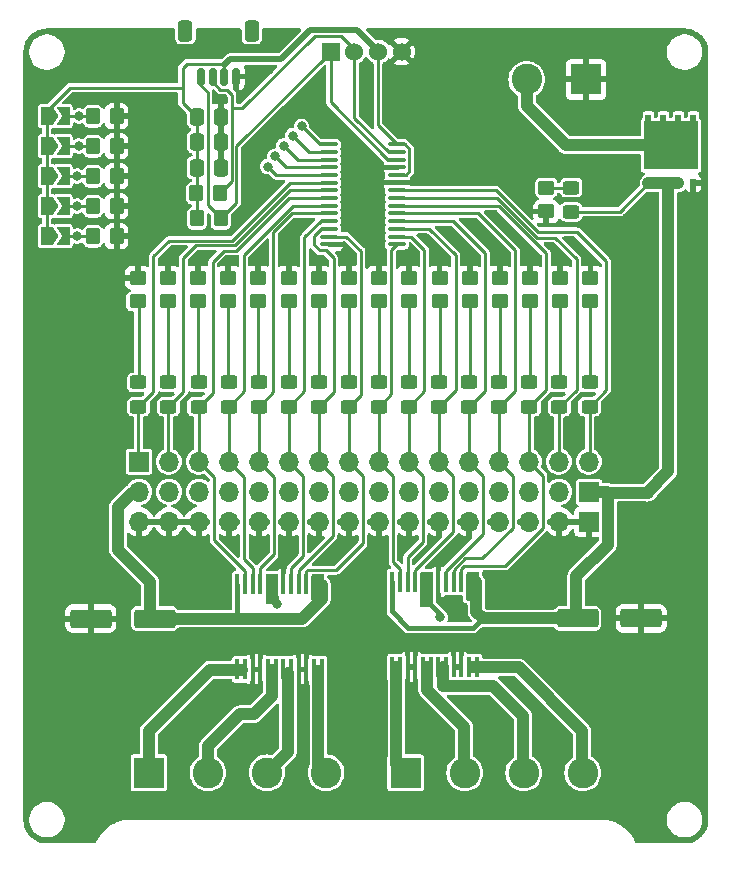
<source format=gbr>
%TF.GenerationSoftware,KiCad,Pcbnew,8.0.3*%
%TF.CreationDate,2024-08-07T13:20:03+02:00*%
%TF.ProjectId,motor_board,6d6f746f-725f-4626-9f61-72642e6b6963,0.1*%
%TF.SameCoordinates,Original*%
%TF.FileFunction,Copper,L1,Top*%
%TF.FilePolarity,Positive*%
%FSLAX46Y46*%
G04 Gerber Fmt 4.6, Leading zero omitted, Abs format (unit mm)*
G04 Created by KiCad (PCBNEW 8.0.3) date 2024-08-07 13:20:03*
%MOMM*%
%LPD*%
G01*
G04 APERTURE LIST*
G04 Aperture macros list*
%AMRoundRect*
0 Rectangle with rounded corners*
0 $1 Rounding radius*
0 $2 $3 $4 $5 $6 $7 $8 $9 X,Y pos of 4 corners*
0 Add a 4 corners polygon primitive as box body*
4,1,4,$2,$3,$4,$5,$6,$7,$8,$9,$2,$3,0*
0 Add four circle primitives for the rounded corners*
1,1,$1+$1,$2,$3*
1,1,$1+$1,$4,$5*
1,1,$1+$1,$6,$7*
1,1,$1+$1,$8,$9*
0 Add four rect primitives between the rounded corners*
20,1,$1+$1,$2,$3,$4,$5,0*
20,1,$1+$1,$4,$5,$6,$7,0*
20,1,$1+$1,$6,$7,$8,$9,0*
20,1,$1+$1,$8,$9,$2,$3,0*%
%AMFreePoly0*
4,1,6,1.000000,0.000000,0.500000,-0.750000,-0.500000,-0.750000,-0.500000,0.750000,0.500000,0.750000,1.000000,0.000000,1.000000,0.000000,$1*%
%AMFreePoly1*
4,1,6,0.500000,-0.750000,-0.650000,-0.750000,-0.150000,0.000000,-0.650000,0.750000,0.500000,0.750000,0.500000,-0.750000,0.500000,-0.750000,$1*%
G04 Aperture macros list end*
%TA.AperFunction,SMDPad,CuDef*%
%ADD10RoundRect,0.250000X0.450000X-0.350000X0.450000X0.350000X-0.450000X0.350000X-0.450000X-0.350000X0*%
%TD*%
%TA.AperFunction,SMDPad,CuDef*%
%ADD11RoundRect,0.250000X-0.450000X0.325000X-0.450000X-0.325000X0.450000X-0.325000X0.450000X0.325000X0*%
%TD*%
%TA.AperFunction,ComponentPad*%
%ADD12R,1.524000X1.524000*%
%TD*%
%TA.AperFunction,ComponentPad*%
%ADD13C,1.524000*%
%TD*%
%TA.AperFunction,SMDPad,CuDef*%
%ADD14R,0.450000X1.750000*%
%TD*%
%TA.AperFunction,SMDPad,CuDef*%
%ADD15RoundRect,0.250000X-0.350000X-0.450000X0.350000X-0.450000X0.350000X0.450000X-0.350000X0.450000X0*%
%TD*%
%TA.AperFunction,SMDPad,CuDef*%
%ADD16R,0.500000X0.650000*%
%TD*%
%TA.AperFunction,SMDPad,CuDef*%
%ADD17R,4.600000X4.120000*%
%TD*%
%TA.AperFunction,SMDPad,CuDef*%
%ADD18R,0.500000X0.550000*%
%TD*%
%TA.AperFunction,SMDPad,CuDef*%
%ADD19FreePoly0,0.000000*%
%TD*%
%TA.AperFunction,SMDPad,CuDef*%
%ADD20FreePoly1,0.000000*%
%TD*%
%TA.AperFunction,SMDPad,CuDef*%
%ADD21RoundRect,0.250000X-1.500000X-0.550000X1.500000X-0.550000X1.500000X0.550000X-1.500000X0.550000X0*%
%TD*%
%TA.AperFunction,SMDPad,CuDef*%
%ADD22RoundRect,0.100000X-0.637500X-0.100000X0.637500X-0.100000X0.637500X0.100000X-0.637500X0.100000X0*%
%TD*%
%TA.AperFunction,ComponentPad*%
%ADD23R,1.700000X1.700000*%
%TD*%
%TA.AperFunction,ComponentPad*%
%ADD24O,1.700000X1.700000*%
%TD*%
%TA.AperFunction,SMDPad,CuDef*%
%ADD25RoundRect,0.150000X0.150000X0.625000X-0.150000X0.625000X-0.150000X-0.625000X0.150000X-0.625000X0*%
%TD*%
%TA.AperFunction,SMDPad,CuDef*%
%ADD26RoundRect,0.250000X0.350000X0.650000X-0.350000X0.650000X-0.350000X-0.650000X0.350000X-0.650000X0*%
%TD*%
%TA.AperFunction,ComponentPad*%
%ADD27R,2.600000X2.600000*%
%TD*%
%TA.AperFunction,ComponentPad*%
%ADD28C,2.600000*%
%TD*%
%TA.AperFunction,SMDPad,CuDef*%
%ADD29RoundRect,0.250000X-0.337500X-0.475000X0.337500X-0.475000X0.337500X0.475000X-0.337500X0.475000X0*%
%TD*%
%TA.AperFunction,SMDPad,CuDef*%
%ADD30RoundRect,0.250000X-0.450000X0.350000X-0.450000X-0.350000X0.450000X-0.350000X0.450000X0.350000X0*%
%TD*%
%TA.AperFunction,SMDPad,CuDef*%
%ADD31RoundRect,0.250000X1.500000X0.550000X-1.500000X0.550000X-1.500000X-0.550000X1.500000X-0.550000X0*%
%TD*%
%TA.AperFunction,ViaPad*%
%ADD32C,0.800000*%
%TD*%
%TA.AperFunction,Conductor*%
%ADD33C,0.250000*%
%TD*%
%TA.AperFunction,Conductor*%
%ADD34C,0.500000*%
%TD*%
%TA.AperFunction,Conductor*%
%ADD35C,0.400000*%
%TD*%
%TA.AperFunction,Conductor*%
%ADD36C,1.000000*%
%TD*%
%TA.AperFunction,Conductor*%
%ADD37C,0.900000*%
%TD*%
G04 APERTURE END LIST*
D10*
%TO.P,R24,1*%
%TO.N,Net-(D17-K)*%
X149017194Y-76100000D03*
%TO.P,R24,2*%
%TO.N,GND*%
X149017194Y-74100000D03*
%TD*%
D11*
%TO.P,D14,1,K*%
%TO.N,Net-(D14-K)*%
X115833340Y-82975000D03*
%TO.P,D14,2,A*%
%TO.N,PWM2*%
X115833340Y-85025000D03*
%TD*%
D10*
%TO.P,R25,1*%
%TO.N,Net-(D18-K)*%
X146461048Y-76100000D03*
%TO.P,R25,2*%
%TO.N,GND*%
X146461048Y-74100000D03*
%TD*%
D12*
%TO.P,J1,1,Pin_1*%
%TO.N,SCL*%
X127030000Y-54960000D03*
D13*
%TO.P,J1,2,Pin_2*%
%TO.N,SDA*%
X129030000Y-54960000D03*
%TO.P,J1,3,Pin_3*%
%TO.N,VCC*%
X131030000Y-54960000D03*
%TO.P,J1,4,Pin_4*%
%TO.N,GND*%
X133030000Y-54960000D03*
%TD*%
D11*
%TO.P,D4,1,K*%
%TO.N,Net-(D4-K)*%
X141300000Y-82975000D03*
%TO.P,D4,2,A*%
%TO.N,PWM12*%
X141300000Y-85025000D03*
%TD*%
D10*
%TO.P,R22,1*%
%TO.N,Net-(D15-K)*%
X113231150Y-76100000D03*
%TO.P,R22,2*%
%TO.N,GND*%
X113231150Y-74100000D03*
%TD*%
D11*
%TO.P,D15,1,K*%
%TO.N,Net-(D15-K)*%
X113286674Y-82975000D03*
%TO.P,D15,2,A*%
%TO.N,PWM1*%
X113286674Y-85025000D03*
%TD*%
%TO.P,D6,1,K*%
%TO.N,Net-(D6-K)*%
X136206668Y-82975000D03*
%TO.P,D6,2,A*%
%TO.N,PWM10*%
X136206668Y-85025000D03*
%TD*%
D14*
%TO.P,U2,1,AO1*%
%TO.N,M3A*%
X119120000Y-107270000D03*
%TO.P,U2,2,AO1*%
X119770000Y-107270000D03*
%TO.P,U2,3,PGND1*%
%TO.N,GND*%
X120420000Y-107270000D03*
%TO.P,U2,4,PGND1*%
X121070000Y-107270000D03*
%TO.P,U2,5,AO2*%
%TO.N,M3B*%
X121720000Y-107270000D03*
%TO.P,U2,6,AO2*%
X122370000Y-107270000D03*
%TO.P,U2,7,BO2*%
%TO.N,M4B*%
X123020000Y-107270000D03*
%TO.P,U2,8,BO2*%
X123670000Y-107270000D03*
%TO.P,U2,9,PGND2*%
%TO.N,GND*%
X124320000Y-107270000D03*
%TO.P,U2,10,PGND2*%
X124970000Y-107270000D03*
%TO.P,U2,11,BO1*%
%TO.N,M4A*%
X125620000Y-107270000D03*
%TO.P,U2,12,BO1*%
X126270000Y-107270000D03*
%TO.P,U2,13,VM2*%
%TO.N,+12V*%
X126270000Y-100070000D03*
%TO.P,U2,14,VM3*%
X125620000Y-100070000D03*
%TO.P,U2,15,PWMB*%
%TO.N,PWM7*%
X124970000Y-100070000D03*
%TO.P,U2,16,BIN2*%
%TO.N,PWM6*%
X124320000Y-100070000D03*
%TO.P,U2,17,BIN1*%
%TO.N,PWM5*%
X123670000Y-100070000D03*
%TO.P,U2,18,GND*%
%TO.N,GND*%
X123020000Y-100070000D03*
%TO.P,U2,19,STBY*%
%TO.N,VCC*%
X122370000Y-100070000D03*
%TO.P,U2,20,VCC*%
X121720000Y-100070000D03*
%TO.P,U2,21,AIN1*%
%TO.N,PWM4*%
X121070000Y-100070000D03*
%TO.P,U2,22,AIN2*%
%TO.N,PWM3*%
X120420000Y-100070000D03*
%TO.P,U2,23,PWMA*%
%TO.N,PWM2*%
X119770000Y-100070000D03*
%TO.P,U2,24,VM1*%
%TO.N,+12V*%
X119120000Y-100070000D03*
%TD*%
D15*
%TO.P,R3,1*%
%TO.N,A1*%
X106900000Y-62980000D03*
%TO.P,R3,2*%
%TO.N,GND*%
X108900000Y-62980000D03*
%TD*%
D16*
%TO.P,Q1,1,S*%
%TO.N,+12V*%
X153925000Y-66110000D03*
%TO.P,Q1,2,S*%
X155195000Y-66110000D03*
%TO.P,Q1,3,S*%
X156465000Y-66110000D03*
%TO.P,Q1,4,G*%
%TO.N,GND*%
X157735000Y-66110000D03*
D17*
%TO.P,Q1,5,D*%
%TO.N,Net-(J4-Pin_2)*%
X155830000Y-62895000D03*
D18*
X153925000Y-60560000D03*
X155195000Y-60560000D03*
X156465000Y-60560000D03*
X157735000Y-60560000D03*
%TD*%
D11*
%TO.P,D2,1,K*%
%TO.N,Net-(D2-K)*%
X147380000Y-66475000D03*
%TO.P,D2,2,A*%
%TO.N,+12V*%
X147380000Y-68525000D03*
%TD*%
%TO.P,D5,1,K*%
%TO.N,Net-(D5-K)*%
X138753334Y-82975000D03*
%TO.P,D5,2,A*%
%TO.N,PWM11*%
X138753334Y-85025000D03*
%TD*%
D10*
%TO.P,R13,1*%
%TO.N,Net-(D6-K)*%
X136236464Y-76100000D03*
%TO.P,R13,2*%
%TO.N,GND*%
X136236464Y-74100000D03*
%TD*%
%TO.P,R14,1*%
%TO.N,Net-(D7-K)*%
X133680318Y-76100000D03*
%TO.P,R14,2*%
%TO.N,GND*%
X133680318Y-74100000D03*
%TD*%
D19*
%TO.P,JP5,1,A*%
%TO.N,VCC*%
X102975000Y-70580000D03*
D20*
%TO.P,JP5,2,B*%
%TO.N,A4*%
X104425000Y-70580000D03*
%TD*%
D19*
%TO.P,JP3,1,A*%
%TO.N,VCC*%
X102975000Y-65500000D03*
D20*
%TO.P,JP3,2,B*%
%TO.N,A2*%
X104425000Y-65500000D03*
%TD*%
D11*
%TO.P,D10,1,K*%
%TO.N,Net-(D10-K)*%
X126020004Y-82975000D03*
%TO.P,D10,2,A*%
%TO.N,PWM6*%
X126020004Y-85025000D03*
%TD*%
%TO.P,D18,1,K*%
%TO.N,Net-(D18-K)*%
X146393332Y-82975000D03*
%TO.P,D18,2,A*%
%TO.N,PWM14*%
X146393332Y-85025000D03*
%TD*%
%TO.P,D11,1,K*%
%TO.N,Net-(D11-K)*%
X123473338Y-82975000D03*
%TO.P,D11,2,A*%
%TO.N,PWM5*%
X123473338Y-85025000D03*
%TD*%
D21*
%TO.P,C1,1*%
%TO.N,+12V*%
X147920000Y-102950000D03*
%TO.P,C1,2*%
%TO.N,GND*%
X153320000Y-102950000D03*
%TD*%
D19*
%TO.P,JP2,1,A*%
%TO.N,VCC*%
X102975000Y-62960000D03*
D20*
%TO.P,JP2,2,B*%
%TO.N,A1*%
X104425000Y-62960000D03*
%TD*%
D10*
%TO.P,R12,1*%
%TO.N,Net-(D5-K)*%
X138792610Y-76100000D03*
%TO.P,R12,2*%
%TO.N,GND*%
X138792610Y-74100000D03*
%TD*%
D11*
%TO.P,D7,1,K*%
%TO.N,Net-(D7-K)*%
X133660002Y-82975000D03*
%TO.P,D7,2,A*%
%TO.N,PWM9*%
X133660002Y-85025000D03*
%TD*%
D19*
%TO.P,JP1,1,A*%
%TO.N,VCC*%
X102975000Y-60420000D03*
D20*
%TO.P,JP1,2,B*%
%TO.N,A0*%
X104425000Y-60420000D03*
%TD*%
D22*
%TO.P,U1,1,A0*%
%TO.N,A0*%
X126905000Y-62820000D03*
%TO.P,U1,2,A1*%
%TO.N,A1*%
X126905000Y-63470000D03*
%TO.P,U1,3,A2*%
%TO.N,A2*%
X126905000Y-64120000D03*
%TO.P,U1,4,A3*%
%TO.N,A3*%
X126905000Y-64770000D03*
%TO.P,U1,5,A4*%
%TO.N,A4*%
X126905000Y-65420000D03*
%TO.P,U1,6,LED0*%
%TO.N,PWM0*%
X126905000Y-66070000D03*
%TO.P,U1,7,LED1*%
%TO.N,PWM1*%
X126905000Y-66720000D03*
%TO.P,U1,8,LED2*%
%TO.N,PWM2*%
X126905000Y-67370000D03*
%TO.P,U1,9,LED3*%
%TO.N,PWM3*%
X126905000Y-68020000D03*
%TO.P,U1,10,LED4*%
%TO.N,PWM4*%
X126905000Y-68670000D03*
%TO.P,U1,11,LED5*%
%TO.N,PWM5*%
X126905000Y-69320000D03*
%TO.P,U1,12,LED6*%
%TO.N,PWM6*%
X126905000Y-69970000D03*
%TO.P,U1,13,LED7*%
%TO.N,PWM7*%
X126905000Y-70620000D03*
%TO.P,U1,14,VSS*%
%TO.N,GND*%
X126905000Y-71270000D03*
%TO.P,U1,15,LED8*%
%TO.N,PWM8*%
X132630000Y-71270000D03*
%TO.P,U1,16,LED9*%
%TO.N,PWM9*%
X132630000Y-70620000D03*
%TO.P,U1,17,LED10*%
%TO.N,PWM10*%
X132630000Y-69970000D03*
%TO.P,U1,18,LED11*%
%TO.N,PWM11*%
X132630000Y-69320000D03*
%TO.P,U1,19,LED12*%
%TO.N,PWM12*%
X132630000Y-68670000D03*
%TO.P,U1,20,LED13*%
%TO.N,PWM13*%
X132630000Y-68020000D03*
%TO.P,U1,21,LED14*%
%TO.N,PWM14*%
X132630000Y-67370000D03*
%TO.P,U1,22,LED15*%
%TO.N,PWM15*%
X132630000Y-66720000D03*
%TO.P,U1,23,~{OE}*%
%TO.N,GND*%
X132630000Y-66070000D03*
%TO.P,U1,24,A5*%
%TO.N,VCC*%
X132630000Y-65420000D03*
%TO.P,U1,25,EXTCLK*%
%TO.N,GND*%
X132630000Y-64770000D03*
%TO.P,U1,26,SCL*%
%TO.N,SCL*%
X132630000Y-64120000D03*
%TO.P,U1,27,SDA*%
%TO.N,SDA*%
X132630000Y-63470000D03*
%TO.P,U1,28,VDD*%
%TO.N,VCC*%
X132630000Y-62820000D03*
%TD*%
D11*
%TO.P,D8,1,K*%
%TO.N,Net-(D8-K)*%
X131113336Y-82975000D03*
%TO.P,D8,2,A*%
%TO.N,PWM8*%
X131113336Y-85025000D03*
%TD*%
%TO.P,D13,1,K*%
%TO.N,Net-(D13-K)*%
X118380006Y-82975000D03*
%TO.P,D13,2,A*%
%TO.N,PWM3*%
X118380006Y-85025000D03*
%TD*%
D10*
%TO.P,R21,1*%
%TO.N,Net-(D14-K)*%
X115787296Y-76100000D03*
%TO.P,R21,2*%
%TO.N,GND*%
X115787296Y-74100000D03*
%TD*%
D15*
%TO.P,R6,1*%
%TO.N,A3*%
X106900000Y-68060000D03*
%TO.P,R6,2*%
%TO.N,GND*%
X108900000Y-68060000D03*
%TD*%
D23*
%TO.P,J8,1,Pin_1*%
%TO.N,+12V*%
X148905000Y-92240000D03*
D24*
%TO.P,J8,2,Pin_2*%
X146365000Y-92240000D03*
%TO.P,J8,3,Pin_3*%
X143825000Y-92240000D03*
%TO.P,J8,4,Pin_4*%
X141285000Y-92240000D03*
%TO.P,J8,5,Pin_5*%
X138745000Y-92240000D03*
%TO.P,J8,6,Pin_6*%
X136205000Y-92240000D03*
%TO.P,J8,7,Pin_7*%
X133665000Y-92240000D03*
%TO.P,J8,8,Pin_8*%
X131125000Y-92240000D03*
%TO.P,J8,9,Pin_9*%
X128585000Y-92240000D03*
%TO.P,J8,10,Pin_10*%
X126045000Y-92240000D03*
%TO.P,J8,11,Pin_11*%
X123505000Y-92240000D03*
%TO.P,J8,12,Pin_12*%
X120965000Y-92240000D03*
%TO.P,J8,13,Pin_13*%
X118425000Y-92240000D03*
%TO.P,J8,14,Pin_14*%
X115885000Y-92240000D03*
%TO.P,J8,15,Pin_15*%
X113345000Y-92240000D03*
%TO.P,J8,16,Pin_16*%
X110805000Y-92240000D03*
%TD*%
D10*
%TO.P,R19,1*%
%TO.N,Net-(D12-K)*%
X120899588Y-76100000D03*
%TO.P,R19,2*%
%TO.N,GND*%
X120899588Y-74100000D03*
%TD*%
D15*
%TO.P,R1,1*%
%TO.N,A0*%
X106900000Y-60440000D03*
%TO.P,R1,2*%
%TO.N,GND*%
X108900000Y-60440000D03*
%TD*%
D19*
%TO.P,JP4,1,A*%
%TO.N,VCC*%
X102975000Y-68040000D03*
D20*
%TO.P,JP4,2,B*%
%TO.N,A3*%
X104425000Y-68040000D03*
%TD*%
D15*
%TO.P,R4,1*%
%TO.N,VCC*%
X115700000Y-69090000D03*
%TO.P,R4,2*%
%TO.N,SCL*%
X117700000Y-69090000D03*
%TD*%
D10*
%TO.P,R20,1*%
%TO.N,Net-(D13-K)*%
X118343442Y-76100000D03*
%TO.P,R20,2*%
%TO.N,GND*%
X118343442Y-74100000D03*
%TD*%
D25*
%TO.P,J10,1,Pin_1*%
%TO.N,GND*%
X119030000Y-57075000D03*
%TO.P,J10,2,Pin_2*%
%TO.N,VCC*%
X118030000Y-57075000D03*
%TO.P,J10,3,Pin_3*%
%TO.N,SDA*%
X117030000Y-57075000D03*
%TO.P,J10,4,Pin_4*%
%TO.N,SCL*%
X116030000Y-57075000D03*
D26*
%TO.P,J10,MP*%
%TO.N,N/C*%
X120330000Y-53200000D03*
X114730000Y-53200000D03*
%TD*%
D27*
%TO.P,J4,1,Pin_1*%
%TO.N,GND*%
X148630000Y-57320000D03*
D28*
%TO.P,J4,2,Pin_2*%
%TO.N,Net-(J4-Pin_2)*%
X143630000Y-57320000D03*
%TD*%
D11*
%TO.P,D16,1,K*%
%TO.N,Net-(D16-K)*%
X110739998Y-82975000D03*
%TO.P,D16,2,A*%
%TO.N,PWM0*%
X110739998Y-85025000D03*
%TD*%
D29*
%TO.P,C4,1*%
%TO.N,VCC*%
X115682500Y-62600000D03*
%TO.P,C4,2*%
%TO.N,GND*%
X117757500Y-62600000D03*
%TD*%
D15*
%TO.P,R2,1*%
%TO.N,VCC*%
X115640000Y-66960000D03*
%TO.P,R2,2*%
%TO.N,SDA*%
X117640000Y-66960000D03*
%TD*%
D10*
%TO.P,R15,1*%
%TO.N,Net-(D8-K)*%
X131124172Y-76100000D03*
%TO.P,R15,2*%
%TO.N,GND*%
X131124172Y-74100000D03*
%TD*%
D30*
%TO.P,R9,1*%
%TO.N,Net-(D2-K)*%
X145280000Y-66500000D03*
%TO.P,R9,2*%
%TO.N,GND*%
X145280000Y-68500000D03*
%TD*%
D10*
%TO.P,R16,1*%
%TO.N,Net-(D9-K)*%
X128568026Y-76100000D03*
%TO.P,R16,2*%
%TO.N,GND*%
X128568026Y-74100000D03*
%TD*%
D15*
%TO.P,R5,1*%
%TO.N,A2*%
X106900000Y-65520000D03*
%TO.P,R5,2*%
%TO.N,GND*%
X108900000Y-65520000D03*
%TD*%
D14*
%TO.P,U3,1,AO1*%
%TO.N,M1A*%
X132240000Y-107070000D03*
%TO.P,U3,2,AO1*%
X132890000Y-107070000D03*
%TO.P,U3,3,PGND1*%
%TO.N,GND*%
X133540000Y-107070000D03*
%TO.P,U3,4,PGND1*%
X134190000Y-107070000D03*
%TO.P,U3,5,AO2*%
%TO.N,M1B*%
X134840000Y-107070000D03*
%TO.P,U3,6,AO2*%
X135490000Y-107070000D03*
%TO.P,U3,7,BO2*%
%TO.N,M2B*%
X136140000Y-107070000D03*
%TO.P,U3,8,BO2*%
X136790000Y-107070000D03*
%TO.P,U3,9,PGND2*%
%TO.N,GND*%
X137440000Y-107070000D03*
%TO.P,U3,10,PGND2*%
X138090000Y-107070000D03*
%TO.P,U3,11,BO1*%
%TO.N,M2A*%
X138740000Y-107070000D03*
%TO.P,U3,12,BO1*%
X139390000Y-107070000D03*
%TO.P,U3,13,VM2*%
%TO.N,+12V*%
X139390000Y-99870000D03*
%TO.P,U3,14,VM3*%
X138740000Y-99870000D03*
%TO.P,U3,15,PWMB*%
%TO.N,PWM13*%
X138090000Y-99870000D03*
%TO.P,U3,16,BIN2*%
%TO.N,PWM12*%
X137440000Y-99870000D03*
%TO.P,U3,17,BIN1*%
%TO.N,PWM11*%
X136790000Y-99870000D03*
%TO.P,U3,18,GND*%
%TO.N,GND*%
X136140000Y-99870000D03*
%TO.P,U3,19,STBY*%
%TO.N,VCC*%
X135490000Y-99870000D03*
%TO.P,U3,20,VCC*%
X134840000Y-99870000D03*
%TO.P,U3,21,AIN1*%
%TO.N,PWM10*%
X134190000Y-99870000D03*
%TO.P,U3,22,AIN2*%
%TO.N,PWM9*%
X133540000Y-99870000D03*
%TO.P,U3,23,PWMA*%
%TO.N,PWM8*%
X132890000Y-99870000D03*
%TO.P,U3,24,VM1*%
%TO.N,+12V*%
X132240000Y-99870000D03*
%TD*%
D11*
%TO.P,D3,1,K*%
%TO.N,Net-(D3-K)*%
X143846666Y-82975000D03*
%TO.P,D3,2,A*%
%TO.N,PWM13*%
X143846666Y-85025000D03*
%TD*%
D27*
%TO.P,J6,1,Pin_1*%
%TO.N,M1A*%
X133370000Y-116020000D03*
D28*
%TO.P,J6,2,Pin_2*%
%TO.N,M1B*%
X138370000Y-116020000D03*
%TO.P,J6,3,Pin_3*%
%TO.N,M2B*%
X143370000Y-116020000D03*
%TO.P,J6,4,Pin_4*%
%TO.N,M2A*%
X148370000Y-116020000D03*
%TD*%
D11*
%TO.P,D17,1,K*%
%TO.N,Net-(D17-K)*%
X148939998Y-82975000D03*
%TO.P,D17,2,A*%
%TO.N,PWM15*%
X148939998Y-85025000D03*
%TD*%
D27*
%TO.P,J5,1,Pin_1*%
%TO.N,M3A*%
X111630000Y-116020000D03*
D28*
%TO.P,J5,2,Pin_2*%
%TO.N,M3B*%
X116630000Y-116020000D03*
%TO.P,J5,3,Pin_3*%
%TO.N,M4B*%
X121630000Y-116020000D03*
%TO.P,J5,4,Pin_4*%
%TO.N,M4A*%
X126630000Y-116020000D03*
%TD*%
D10*
%TO.P,R10,1*%
%TO.N,Net-(D3-K)*%
X143904902Y-76100000D03*
%TO.P,R10,2*%
%TO.N,GND*%
X143904902Y-74100000D03*
%TD*%
%TO.P,R18,1*%
%TO.N,Net-(D11-K)*%
X123455734Y-76100000D03*
%TO.P,R18,2*%
%TO.N,GND*%
X123455734Y-74100000D03*
%TD*%
%TO.P,R23,1*%
%TO.N,Net-(D16-K)*%
X110675000Y-76100000D03*
%TO.P,R23,2*%
%TO.N,GND*%
X110675000Y-74100000D03*
%TD*%
%TO.P,R17,1*%
%TO.N,Net-(D10-K)*%
X126011880Y-76100000D03*
%TO.P,R17,2*%
%TO.N,GND*%
X126011880Y-74100000D03*
%TD*%
D11*
%TO.P,D9,1,K*%
%TO.N,Net-(D9-K)*%
X128566670Y-82975000D03*
%TO.P,D9,2,A*%
%TO.N,PWM7*%
X128566670Y-85025000D03*
%TD*%
D31*
%TO.P,C2,1*%
%TO.N,+12V*%
X112110000Y-102970000D03*
%TO.P,C2,2*%
%TO.N,GND*%
X106710000Y-102970000D03*
%TD*%
D23*
%TO.P,J9,1,Pin_1*%
%TO.N,GND*%
X148905000Y-94780000D03*
D24*
%TO.P,J9,2,Pin_2*%
X146365000Y-94780000D03*
%TO.P,J9,3,Pin_3*%
X143825000Y-94780000D03*
%TO.P,J9,4,Pin_4*%
X141285000Y-94780000D03*
%TO.P,J9,5,Pin_5*%
X138745000Y-94780000D03*
%TO.P,J9,6,Pin_6*%
X136205000Y-94780000D03*
%TO.P,J9,7,Pin_7*%
X133665000Y-94780000D03*
%TO.P,J9,8,Pin_8*%
X131125000Y-94780000D03*
%TO.P,J9,9,Pin_9*%
X128585000Y-94780000D03*
%TO.P,J9,10,Pin_10*%
X126045000Y-94780000D03*
%TO.P,J9,11,Pin_11*%
X123505000Y-94780000D03*
%TO.P,J9,12,Pin_12*%
X120965000Y-94780000D03*
%TO.P,J9,13,Pin_13*%
X118425000Y-94780000D03*
%TO.P,J9,14,Pin_14*%
X115885000Y-94780000D03*
%TO.P,J9,15,Pin_15*%
X113345000Y-94780000D03*
%TO.P,J9,16,Pin_16*%
X110805000Y-94780000D03*
%TD*%
D10*
%TO.P,R11,1*%
%TO.N,Net-(D4-K)*%
X141348756Y-76100000D03*
%TO.P,R11,2*%
%TO.N,GND*%
X141348756Y-74100000D03*
%TD*%
D29*
%TO.P,C3,1*%
%TO.N,VCC*%
X115662500Y-64795000D03*
%TO.P,C3,2*%
%TO.N,GND*%
X117737500Y-64795000D03*
%TD*%
%TO.P,C5,1*%
%TO.N,VCC*%
X115682500Y-60490000D03*
%TO.P,C5,2*%
%TO.N,GND*%
X117757500Y-60490000D03*
%TD*%
D23*
%TO.P,J7,1,Pin_1*%
%TO.N,PWM0*%
X110780000Y-89680000D03*
D24*
%TO.P,J7,2,Pin_2*%
%TO.N,PWM1*%
X113320000Y-89680000D03*
%TO.P,J7,3,Pin_3*%
%TO.N,PWM2*%
X115860000Y-89680000D03*
%TO.P,J7,4,Pin_4*%
%TO.N,PWM3*%
X118400000Y-89680000D03*
%TO.P,J7,5,Pin_5*%
%TO.N,PWM4*%
X120940000Y-89680000D03*
%TO.P,J7,6,Pin_6*%
%TO.N,PWM5*%
X123480000Y-89680000D03*
%TO.P,J7,7,Pin_7*%
%TO.N,PWM6*%
X126020000Y-89680000D03*
%TO.P,J7,8,Pin_8*%
%TO.N,PWM7*%
X128560000Y-89680000D03*
%TO.P,J7,9,Pin_9*%
%TO.N,PWM8*%
X131100000Y-89680000D03*
%TO.P,J7,10,Pin_10*%
%TO.N,PWM9*%
X133640000Y-89680000D03*
%TO.P,J7,11,Pin_11*%
%TO.N,PWM10*%
X136180000Y-89680000D03*
%TO.P,J7,12,Pin_12*%
%TO.N,PWM11*%
X138720000Y-89680000D03*
%TO.P,J7,13,Pin_13*%
%TO.N,PWM12*%
X141260000Y-89680000D03*
%TO.P,J7,14,Pin_14*%
%TO.N,PWM13*%
X143800000Y-89680000D03*
%TO.P,J7,15,Pin_15*%
%TO.N,PWM14*%
X146340000Y-89680000D03*
%TO.P,J7,16,Pin_16*%
%TO.N,PWM15*%
X148880000Y-89680000D03*
%TD*%
D11*
%TO.P,D12,1,K*%
%TO.N,Net-(D12-K)*%
X120926672Y-82975000D03*
%TO.P,D12,2,A*%
%TO.N,PWM4*%
X120926672Y-85025000D03*
%TD*%
D15*
%TO.P,R7,1*%
%TO.N,A4*%
X106900000Y-70600000D03*
%TO.P,R7,2*%
%TO.N,GND*%
X108900000Y-70600000D03*
%TD*%
D32*
%TO.N,VCC*%
X136300000Y-102860000D03*
X122462500Y-101747500D03*
%TO.N,GND*%
X120960000Y-72480000D03*
X123490000Y-72320000D03*
X113420000Y-72440000D03*
X152510000Y-98680000D03*
X123470000Y-97100000D03*
X131990000Y-57190000D03*
X117670000Y-58980000D03*
X133580000Y-72550000D03*
X121760000Y-56540000D03*
X126000000Y-72580000D03*
X122470000Y-53740000D03*
X147070000Y-97160000D03*
X130170000Y-57230000D03*
X125520000Y-58680000D03*
X152590000Y-119560000D03*
X141340000Y-72570000D03*
X107280000Y-98430000D03*
X150200000Y-87620000D03*
X115970000Y-72460000D03*
X110740000Y-72390000D03*
X107230000Y-119980000D03*
X138820000Y-72570000D03*
X118510000Y-72690000D03*
X146480000Y-72640000D03*
X112310000Y-53860000D03*
X137920000Y-102840000D03*
X136240000Y-72520000D03*
X107340000Y-105750000D03*
X130990000Y-72450000D03*
X148700000Y-72580000D03*
X120430000Y-57230000D03*
X128440000Y-72500000D03*
X143960000Y-72520000D03*
X137150000Y-97230000D03*
X152090000Y-105270000D03*
X112240000Y-96980000D03*
%TO.N,A2*%
X105530000Y-65500000D03*
X123050000Y-62940000D03*
%TO.N,A1*%
X123790000Y-62080000D03*
X105690000Y-62960000D03*
%TO.N,A0*%
X105730000Y-60420000D03*
X124560000Y-61290000D03*
%TO.N,A3*%
X122300000Y-63820000D03*
X105530000Y-68040000D03*
%TO.N,A4*%
X105570000Y-70580000D03*
X121690000Y-64700000D03*
%TD*%
D33*
%TO.N,VCC*%
X118030000Y-56093762D02*
X118030000Y-57075000D01*
X132630000Y-62820000D02*
X131030000Y-61220000D01*
D34*
X131030000Y-54892419D02*
X131030000Y-54960000D01*
D33*
X115700000Y-69090000D02*
X115700000Y-60507500D01*
X132630000Y-65420000D02*
X133367499Y-65420000D01*
D35*
X136300000Y-102860000D02*
X136300000Y-102585000D01*
D33*
X133367499Y-65420000D02*
X133692500Y-65094999D01*
X131030000Y-61220000D02*
X131030000Y-54960000D01*
X102975000Y-60003446D02*
X104968446Y-58010000D01*
D34*
X122803354Y-55600000D02*
X125282353Y-53121000D01*
D33*
X114480000Y-56370000D02*
X114875000Y-55975000D01*
X102975000Y-60420000D02*
X102975000Y-70580000D01*
D34*
X125282353Y-53121000D02*
X129258581Y-53121000D01*
D35*
X121715000Y-101000000D02*
X122462500Y-101747500D01*
X135190000Y-101475000D02*
X135190000Y-99900000D01*
D33*
X104968446Y-58010000D02*
X114480000Y-58010000D01*
D34*
X118523762Y-55600000D02*
X122803354Y-55600000D01*
X129258581Y-53121000D02*
X131030000Y-54892419D01*
D33*
X114875000Y-55975000D02*
X117911238Y-55975000D01*
D35*
X136300000Y-102585000D02*
X135190000Y-101475000D01*
D33*
X115682500Y-60490000D02*
X114480000Y-59287500D01*
X133692500Y-65094999D02*
X133692500Y-63191188D01*
X133692500Y-63191188D02*
X133321312Y-62820000D01*
X114480000Y-59287500D02*
X114480000Y-58010000D01*
D34*
X118030000Y-56093762D02*
X118523762Y-55600000D01*
D33*
X133321312Y-62820000D02*
X132630000Y-62820000D01*
X117911238Y-55975000D02*
X118030000Y-56093762D01*
X102975000Y-60420000D02*
X102975000Y-60003446D01*
X115700000Y-60507500D02*
X115682500Y-60490000D01*
X114480000Y-58010000D02*
X114480000Y-56370000D01*
%TO.N,Net-(D2-K)*%
X147355000Y-66500000D02*
X147380000Y-66475000D01*
X145280000Y-66500000D02*
X147355000Y-66500000D01*
D36*
%TO.N,+12V*%
X126265000Y-101300000D02*
X126265000Y-100100000D01*
D35*
X119115000Y-100100000D02*
X119115000Y-102945000D01*
X132215000Y-99900000D02*
X132215000Y-102365000D01*
D36*
X155590000Y-66120000D02*
X155580000Y-66110000D01*
X153790000Y-92310000D02*
X155590000Y-90510000D01*
X110730000Y-92300000D02*
X110230000Y-92300000D01*
D35*
X132215000Y-102365000D02*
X133600000Y-103750000D01*
D36*
X109015000Y-93515000D02*
X109015000Y-97125000D01*
X150480000Y-92300000D02*
X150480000Y-96710000D01*
X109015000Y-97125000D02*
X111740000Y-99850000D01*
X139890000Y-102950000D02*
X139365000Y-102425000D01*
X155580000Y-66110000D02*
X156465000Y-66110000D01*
X111740000Y-99850000D02*
X111740000Y-102970000D01*
X147820000Y-102850000D02*
X147920000Y-102950000D01*
X150480000Y-96710000D02*
X147815000Y-99375000D01*
D33*
X119115000Y-102945000D02*
X119090000Y-102970000D01*
D36*
X147820000Y-99380000D02*
X147820000Y-102850000D01*
X150420000Y-92240000D02*
X150480000Y-92300000D01*
X124595000Y-102970000D02*
X126265000Y-101300000D01*
X139365000Y-102425000D02*
X139365000Y-99900000D01*
D35*
X133600000Y-103750000D02*
X139090000Y-103750000D01*
D36*
X153925000Y-66110000D02*
X155580000Y-66110000D01*
X147815000Y-99375000D02*
X147820000Y-99380000D01*
X153915000Y-92300000D02*
X150480000Y-92300000D01*
D35*
X139090000Y-103750000D02*
X139890000Y-102950000D01*
D33*
X151510000Y-68525000D02*
X153925000Y-66110000D01*
D36*
X155590000Y-90510000D02*
X155590000Y-66120000D01*
D33*
X147380000Y-68525000D02*
X151510000Y-68525000D01*
D36*
X111740000Y-102970000D02*
X119090000Y-102970000D01*
X110230000Y-92300000D02*
X109015000Y-93515000D01*
X147920000Y-102950000D02*
X139890000Y-102950000D01*
X148905000Y-92240000D02*
X150420000Y-92240000D01*
X119090000Y-102970000D02*
X124595000Y-102970000D01*
D33*
%TO.N,Net-(D3-K)*%
X143881668Y-82939998D02*
X143881668Y-76123234D01*
X143846666Y-82975000D02*
X143881668Y-82939998D01*
X143881668Y-76123234D02*
X143904902Y-76100000D01*
%TO.N,PWM2*%
X123470000Y-67370000D02*
X126905000Y-67370000D01*
X117030000Y-83828340D02*
X117030000Y-72760000D01*
X117980000Y-71810000D02*
X119030000Y-71810000D01*
X117030000Y-72760000D02*
X117980000Y-71810000D01*
X117150000Y-90970000D02*
X117150000Y-96350000D01*
X117150000Y-96350000D02*
X119770000Y-98970000D01*
X119030000Y-71810000D02*
X123470000Y-67370000D01*
X115860000Y-89680000D02*
X117150000Y-90970000D01*
X119770000Y-98970000D02*
X119770000Y-100070000D01*
X115833340Y-85025000D02*
X117030000Y-83828340D01*
X115833340Y-85025000D02*
X115833340Y-89653340D01*
X115833340Y-89653340D02*
X115860000Y-89680000D01*
%TO.N,Net-(D4-K)*%
X141348756Y-82926244D02*
X141300000Y-82975000D01*
X141348756Y-76100000D02*
X141348756Y-82926244D01*
%TO.N,PWM3*%
X119690000Y-97950000D02*
X120420000Y-98680000D01*
X123826842Y-68020000D02*
X126905000Y-68020000D01*
X119670000Y-72176842D02*
X123826842Y-68020000D01*
X120420000Y-98680000D02*
X120420000Y-100070000D01*
X118400000Y-89680000D02*
X119690000Y-90970000D01*
X118380006Y-85025000D02*
X118380006Y-89660006D01*
X119690000Y-90970000D02*
X119690000Y-97950000D01*
X118380006Y-89660006D02*
X118400000Y-89680000D01*
X118380006Y-85025000D02*
X119670000Y-83735006D01*
X119670000Y-83735006D02*
X119670000Y-72176842D01*
%TO.N,Net-(D5-K)*%
X138792610Y-76100000D02*
X138792610Y-82935724D01*
X138792610Y-82935724D02*
X138753334Y-82975000D01*
%TO.N,PWM4*%
X120926672Y-85443328D02*
X120940000Y-85456656D01*
X120940000Y-85456656D02*
X120940000Y-89680000D01*
X122170000Y-70210000D02*
X123710000Y-68670000D01*
X121070000Y-98690000D02*
X121070000Y-100070000D01*
X120940000Y-89680000D02*
X122220000Y-90960000D01*
X122170000Y-83781672D02*
X122170000Y-70210000D01*
X122220000Y-97540000D02*
X121070000Y-98690000D01*
X123710000Y-68670000D02*
X126905000Y-68670000D01*
X122220000Y-90960000D02*
X122220000Y-97540000D01*
X120926672Y-85025000D02*
X120926672Y-85443328D01*
X120926672Y-85025000D02*
X122170000Y-83781672D01*
%TO.N,Net-(D6-K)*%
X136241670Y-82939998D02*
X136241670Y-76105206D01*
X136241670Y-76105206D02*
X136236464Y-76100000D01*
X136206668Y-82975000D02*
X136241670Y-82939998D01*
%TO.N,PWM5*%
X126170000Y-69320000D02*
X126905000Y-69320000D01*
X123473338Y-89673338D02*
X123480000Y-89680000D01*
X124680000Y-97680000D02*
X123670000Y-98690000D01*
X123480000Y-89680000D02*
X124680000Y-90880000D01*
X124790000Y-83708338D02*
X124790000Y-70700000D01*
X123473338Y-85025000D02*
X123473338Y-89673338D01*
X123473338Y-85025000D02*
X124790000Y-83708338D01*
X124790000Y-70700000D02*
X126170000Y-69320000D01*
X124680000Y-90880000D02*
X124680000Y-97680000D01*
X123670000Y-98690000D02*
X123670000Y-100070000D01*
%TO.N,Net-(D7-K)*%
X133680318Y-82954684D02*
X133660002Y-82975000D01*
X133680318Y-76100000D02*
X133680318Y-82954684D01*
%TO.N,PWM6*%
X127220000Y-90880000D02*
X127220000Y-95990000D01*
X126020000Y-89680000D02*
X127220000Y-90880000D01*
X126213688Y-69970000D02*
X126905000Y-69970000D01*
X126020004Y-89679996D02*
X126020000Y-89680000D01*
X126615000Y-71795000D02*
X126088688Y-71795000D01*
X127290000Y-72470000D02*
X126615000Y-71795000D01*
X126088688Y-71795000D02*
X125620000Y-71326312D01*
X126020004Y-85025000D02*
X127290000Y-83755004D01*
X127290000Y-83755004D02*
X127290000Y-72470000D01*
X125620000Y-70563688D02*
X126213688Y-69970000D01*
X126020004Y-85025000D02*
X126020004Y-89679996D01*
X124320000Y-98890000D02*
X124320000Y-100070000D01*
X125620000Y-71326312D02*
X125620000Y-70563688D01*
X127220000Y-95990000D02*
X124320000Y-98890000D01*
%TO.N,Net-(D8-K)*%
X131124172Y-82964164D02*
X131113336Y-82975000D01*
X131124172Y-76100000D02*
X131124172Y-82964164D01*
%TO.N,PWM7*%
X126905000Y-70620000D02*
X128360000Y-70620000D01*
X128360000Y-70620000D02*
X129593026Y-71853026D01*
X125070000Y-98870000D02*
X124970000Y-98970000D01*
X127470000Y-98870000D02*
X125070000Y-98870000D01*
X128566670Y-85025000D02*
X128566670Y-89673330D01*
X129760000Y-96580000D02*
X127470000Y-98870000D01*
X129593026Y-71853026D02*
X129593026Y-83998644D01*
X128566670Y-89673330D02*
X128560000Y-89680000D01*
X128560000Y-89680000D02*
X129760000Y-90880000D01*
X129760000Y-90880000D02*
X129760000Y-96580000D01*
X129593026Y-83998644D02*
X128566670Y-85025000D01*
X124970000Y-98970000D02*
X124970000Y-100070000D01*
%TO.N,Net-(D9-K)*%
X128568026Y-82973644D02*
X128566670Y-82975000D01*
X128568026Y-76100000D02*
X128568026Y-82973644D01*
%TO.N,PWM8*%
X131113336Y-85025000D02*
X131113336Y-89666664D01*
X132149172Y-83989164D02*
X132149172Y-71750828D01*
X132149172Y-71750828D02*
X132630000Y-71270000D01*
X131113336Y-89666664D02*
X131100000Y-89680000D01*
X132300000Y-90880000D02*
X132300000Y-98180000D01*
X132300000Y-98180000D02*
X132890000Y-98770000D01*
X131100000Y-89680000D02*
X132300000Y-90880000D01*
X132890000Y-98770000D02*
X132890000Y-99870000D01*
X131113336Y-85025000D02*
X132149172Y-83989164D01*
%TO.N,Net-(D10-K)*%
X126011880Y-76100000D02*
X126011880Y-82966876D01*
X126011880Y-82966876D02*
X126020004Y-82975000D01*
%TO.N,PWM9*%
X133640000Y-89680000D02*
X134840000Y-90880000D01*
X133660002Y-85025000D02*
X134960000Y-83725002D01*
X133660002Y-89659998D02*
X133640000Y-89680000D01*
X133660002Y-85025000D02*
X133660002Y-89659998D01*
X133850000Y-70620000D02*
X132630000Y-70620000D01*
X134840000Y-90880000D02*
X134840000Y-96460000D01*
X134960000Y-83725002D02*
X134960000Y-71730000D01*
X133540000Y-97760000D02*
X133540000Y-99870000D01*
X134840000Y-96460000D02*
X133540000Y-97760000D01*
X134960000Y-71730000D02*
X133850000Y-70620000D01*
%TO.N,Net-(D11-K)*%
X123455734Y-82957396D02*
X123473338Y-82975000D01*
X123455734Y-76100000D02*
X123455734Y-82957396D01*
%TO.N,PWM10*%
X134190000Y-98830000D02*
X134190000Y-99870000D01*
X137600000Y-72190000D02*
X135380000Y-69970000D01*
X137600000Y-83631668D02*
X137600000Y-72190000D01*
X136206668Y-85025000D02*
X136206668Y-89653332D01*
X137380000Y-90880000D02*
X137380000Y-95640000D01*
X136206668Y-85025000D02*
X137600000Y-83631668D01*
X137380000Y-95640000D02*
X134190000Y-98830000D01*
X135380000Y-69970000D02*
X132630000Y-69970000D01*
X136206668Y-89653332D02*
X136180000Y-89680000D01*
X136206668Y-85025000D02*
X136241670Y-85060002D01*
X136180000Y-89680000D02*
X137380000Y-90880000D01*
%TO.N,Net-(D12-K)*%
X120899588Y-76100000D02*
X120899588Y-82947916D01*
X120899588Y-82947916D02*
X120926672Y-82975000D01*
%TO.N,PWM11*%
X139920000Y-95780000D02*
X136790000Y-98910000D01*
X138753334Y-89646666D02*
X138720000Y-89680000D01*
X140110000Y-72010000D02*
X137420000Y-69320000D01*
X138753334Y-85025000D02*
X138788336Y-85060002D01*
X138753334Y-85025000D02*
X138753334Y-89646666D01*
X137420000Y-69320000D02*
X132630000Y-69320000D01*
X139920000Y-90880000D02*
X139920000Y-95780000D01*
X140110000Y-83668334D02*
X140110000Y-72010000D01*
X138753334Y-85025000D02*
X140110000Y-83668334D01*
X136790000Y-98910000D02*
X136790000Y-99870000D01*
X138720000Y-89680000D02*
X139920000Y-90880000D01*
%TO.N,Net-(D13-K)*%
X118343442Y-82938436D02*
X118380006Y-82975000D01*
X118343442Y-76100000D02*
X118343442Y-82938436D01*
%TO.N,PWM12*%
X141300000Y-85025000D02*
X142660000Y-83665000D01*
X142460000Y-90880000D02*
X142460000Y-95266701D01*
X141300000Y-85025000D02*
X141335002Y-85060002D01*
X139856701Y-97870000D02*
X138431842Y-97870000D01*
X142460000Y-95266701D02*
X139856701Y-97870000D01*
X141300000Y-85025000D02*
X141300000Y-89640000D01*
X142660000Y-83665000D02*
X142660000Y-71800000D01*
X142660000Y-71800000D02*
X139530000Y-68670000D01*
X137440000Y-98861842D02*
X137440000Y-99870000D01*
X139530000Y-68670000D02*
X132630000Y-68670000D01*
X138431842Y-97870000D02*
X137440000Y-98861842D01*
X141260000Y-89680000D02*
X142460000Y-90880000D01*
X141300000Y-89640000D02*
X141260000Y-89680000D01*
%TO.N,Net-(D14-K)*%
X115787296Y-82928956D02*
X115833340Y-82975000D01*
X115787296Y-76100000D02*
X115787296Y-82928956D01*
%TO.N,PWM13*%
X138090000Y-98745000D02*
X138090000Y-99870000D01*
X143846666Y-85025000D02*
X145270000Y-83601666D01*
X143846666Y-85025000D02*
X143881668Y-85060002D01*
X143800000Y-89680000D02*
X145000000Y-90880000D01*
X141766701Y-98500000D02*
X138335000Y-98500000D01*
X138335000Y-98500000D02*
X138090000Y-98745000D01*
X143846666Y-85025000D02*
X143846666Y-89633334D01*
X143846666Y-89633334D02*
X143800000Y-89680000D01*
X145270000Y-72030000D02*
X141260000Y-68020000D01*
X145000000Y-95266701D02*
X141766701Y-98500000D01*
X145270000Y-83601666D02*
X145270000Y-72030000D01*
X141260000Y-68020000D02*
X132630000Y-68020000D01*
X145000000Y-90880000D02*
X145000000Y-95266701D01*
%TO.N,Net-(D15-K)*%
X113231150Y-76100000D02*
X113231150Y-82919476D01*
X113231150Y-82919476D02*
X113286674Y-82975000D01*
%TO.N,PWM14*%
X147840000Y-72510000D02*
X146050000Y-70720000D01*
X146340000Y-89680000D02*
X146340000Y-85078332D01*
X146393332Y-85025000D02*
X147840000Y-83578332D01*
X146340000Y-85078332D02*
X146393332Y-85025000D01*
X144493158Y-70720000D02*
X141143158Y-67370000D01*
X141143158Y-67370000D02*
X132630000Y-67370000D01*
X146050000Y-70720000D02*
X144493158Y-70720000D01*
X146443334Y-89626666D02*
X146370000Y-89700000D01*
X146393332Y-85025000D02*
X146428334Y-85060002D01*
X147840000Y-83578332D02*
X147840000Y-72510000D01*
%TO.N,Net-(D16-K)*%
X110775000Y-82939998D02*
X110775000Y-76200000D01*
X110775000Y-76200000D02*
X110675000Y-76100000D01*
X110739998Y-82975000D02*
X110775000Y-82939998D01*
%TO.N,PWM15*%
X148939998Y-85025000D02*
X148939998Y-89620002D01*
X150360000Y-72730000D02*
X147860000Y-70230000D01*
X141026316Y-66720000D02*
X132630000Y-66720000D01*
X144536316Y-70230000D02*
X141026316Y-66720000D01*
X150360000Y-83604998D02*
X150360000Y-72730000D01*
X147860000Y-70230000D02*
X144536316Y-70230000D01*
X148939998Y-85025000D02*
X150360000Y-83604998D01*
X148939998Y-89620002D02*
X148880000Y-89680000D01*
X148990000Y-89620000D02*
X148910000Y-89700000D01*
X148939998Y-85025000D02*
X148975000Y-85060002D01*
%TO.N,Net-(D17-K)*%
X149017194Y-82897804D02*
X148939998Y-82975000D01*
X149017194Y-76100000D02*
X149017194Y-82897804D01*
%TO.N,PWM0*%
X118697000Y-70973000D02*
X123600000Y-66070000D01*
X112020000Y-83744998D02*
X112020000Y-72290000D01*
X110739998Y-85025000D02*
X112020000Y-83744998D01*
X113337000Y-70973000D02*
X118697000Y-70973000D01*
X112020000Y-72290000D02*
X113337000Y-70973000D01*
X110739998Y-85025000D02*
X110739998Y-89639998D01*
X123600000Y-66070000D02*
X126905000Y-66070000D01*
X110739998Y-89639998D02*
X110780000Y-89680000D01*
%TO.N,Net-(D18-K)*%
X146461048Y-82907284D02*
X146393332Y-82975000D01*
X146461048Y-76100000D02*
X146461048Y-82907284D01*
%TO.N,PWM1*%
X114560000Y-72420000D02*
X115630000Y-71350000D01*
X113286674Y-85025000D02*
X113286674Y-89646674D01*
X115630000Y-71350000D02*
X118950000Y-71350000D01*
X118950000Y-71350000D02*
X123580000Y-66720000D01*
X113286674Y-89646674D02*
X113320000Y-89680000D01*
X113336676Y-89686676D02*
X113350000Y-89700000D01*
X113286674Y-85025000D02*
X114560000Y-83751674D01*
X114560000Y-83751674D02*
X114560000Y-72420000D01*
X123580000Y-66720000D02*
X126905000Y-66720000D01*
%TO.N,SCL*%
X127030000Y-54960000D02*
X127030000Y-59257499D01*
X119047000Y-67743000D02*
X117700000Y-69090000D01*
X127030000Y-54960000D02*
X119047000Y-62943000D01*
X116595000Y-58414999D02*
X116030000Y-57849999D01*
X116595000Y-67985000D02*
X116595000Y-58414999D01*
X117700000Y-69090000D02*
X116595000Y-67985000D01*
X131892501Y-64120000D02*
X132630000Y-64120000D01*
X116030000Y-57849999D02*
X116030000Y-57075000D01*
X119047000Y-62943000D02*
X119047000Y-67743000D01*
X127030000Y-59257499D02*
X131892501Y-64120000D01*
%TO.N,SDA*%
X118670000Y-59769900D02*
X118670000Y-65930000D01*
X129030000Y-60561312D02*
X129030000Y-54960000D01*
X117030000Y-57075000D02*
X117030000Y-57525908D01*
X117030000Y-57525908D02*
X117679092Y-58175000D01*
X117679092Y-58175000D02*
X118245000Y-58175000D01*
X118670000Y-65930000D02*
X117640000Y-66960000D01*
X118670000Y-58600000D02*
X118670000Y-59769900D01*
X132630000Y-63470000D02*
X131938688Y-63470000D01*
X118245000Y-58175000D02*
X118670000Y-58600000D01*
X127903000Y-53623000D02*
X125702305Y-53623000D01*
X131938688Y-63470000D02*
X129030000Y-60561312D01*
X129030000Y-54960000D02*
X129030000Y-54750000D01*
X119555405Y-59769900D02*
X118670000Y-59769900D01*
X129030000Y-54750000D02*
X127903000Y-53623000D01*
X125702305Y-53623000D02*
X119555405Y-59769900D01*
%TO.N,GND*%
X117737500Y-64795000D02*
X117737500Y-60510000D01*
X117737500Y-60510000D02*
X117757500Y-60490000D01*
X108900000Y-70600000D02*
X108900000Y-68060000D01*
X108900000Y-60440000D02*
X108900000Y-68060000D01*
D36*
%TO.N,M1A*%
X133370000Y-116020000D02*
X132590000Y-115240000D01*
X132590000Y-115240000D02*
X132590000Y-107100000D01*
%TO.N,M1B*%
X135190000Y-108990000D02*
X135190000Y-107100000D01*
X138315000Y-115965000D02*
X138315000Y-112115000D01*
X138315000Y-112115000D02*
X135190000Y-108990000D01*
X138370000Y-116020000D02*
X138315000Y-115965000D01*
D37*
%TO.N,M2A*%
X139055563Y-107100000D02*
X139034747Y-107079184D01*
D36*
X142930000Y-107100000D02*
X139055563Y-107100000D01*
X148315000Y-115965000D02*
X148315000Y-112485000D01*
X148370000Y-116020000D02*
X148315000Y-115965000D01*
X148315000Y-112485000D02*
X142930000Y-107100000D01*
%TO.N,M2B*%
X143315000Y-111200000D02*
X140790000Y-108675000D01*
X136490000Y-108675000D02*
X136490000Y-107100000D01*
X143370000Y-116020000D02*
X143315000Y-115965000D01*
X140790000Y-108675000D02*
X136490000Y-108675000D01*
X143315000Y-115965000D02*
X143315000Y-111200000D01*
%TO.N,M3A*%
X111630000Y-116020000D02*
X111615000Y-116005000D01*
X116775000Y-107300000D02*
X119490000Y-107300000D01*
X111615000Y-112460000D02*
X116775000Y-107300000D01*
X111615000Y-116005000D02*
X111615000Y-112460000D01*
%TO.N,M3B*%
X122030000Y-109535000D02*
X122030000Y-107340000D01*
X119355000Y-111060000D02*
X120505000Y-111060000D01*
X116630000Y-113785000D02*
X119355000Y-111060000D01*
X116630000Y-116020000D02*
X116630000Y-113785000D01*
X120505000Y-111060000D02*
X122030000Y-109535000D01*
D37*
X122030000Y-107340000D02*
X121990000Y-107300000D01*
D36*
%TO.N,M4A*%
X126630000Y-116020000D02*
X125987679Y-115377679D01*
X125987679Y-115377679D02*
X125987679Y-107397679D01*
D37*
X125987679Y-107397679D02*
X125890000Y-107300000D01*
D36*
%TO.N,M4B*%
X123390000Y-114260000D02*
X123390000Y-107575000D01*
X121630000Y-116020000D02*
X123390000Y-114260000D01*
D33*
%TO.N,A2*%
X124230000Y-64120000D02*
X126905000Y-64120000D01*
X106880000Y-65500000D02*
X106900000Y-65520000D01*
X104425000Y-65500000D02*
X105530000Y-65500000D01*
X123050000Y-62940000D02*
X124230000Y-64120000D01*
X105530000Y-65500000D02*
X106880000Y-65500000D01*
%TO.N,A1*%
X106880000Y-62960000D02*
X106900000Y-62980000D01*
X105690000Y-62960000D02*
X106880000Y-62960000D01*
X104425000Y-62960000D02*
X105690000Y-62960000D01*
X125180000Y-63470000D02*
X126905000Y-63470000D01*
X123790000Y-62080000D02*
X125180000Y-63470000D01*
%TO.N,A0*%
X105730000Y-60420000D02*
X106880000Y-60420000D01*
X124560000Y-61290000D02*
X126090000Y-62820000D01*
X126090000Y-62820000D02*
X126905000Y-62820000D01*
X104425000Y-60420000D02*
X105730000Y-60420000D01*
X106880000Y-60420000D02*
X106900000Y-60440000D01*
%TO.N,A3*%
X104425000Y-68040000D02*
X105530000Y-68040000D01*
X123250000Y-64770000D02*
X126905000Y-64770000D01*
X105530000Y-68040000D02*
X106880000Y-68040000D01*
X122300000Y-63820000D02*
X123250000Y-64770000D01*
X106880000Y-68040000D02*
X106900000Y-68060000D01*
%TO.N,A4*%
X106880000Y-70580000D02*
X106900000Y-70600000D01*
X104425000Y-70580000D02*
X105570000Y-70580000D01*
X121690000Y-64700000D02*
X122410000Y-65420000D01*
X105570000Y-70580000D02*
X106880000Y-70580000D01*
X122410000Y-65420000D02*
X126905000Y-65420000D01*
D36*
%TO.N,Net-(J4-Pin_2)*%
X143630000Y-59550000D02*
X146975000Y-62895000D01*
X146975000Y-62895000D02*
X155830000Y-62895000D01*
X143630000Y-57320000D02*
X143630000Y-59550000D01*
%TD*%
%TA.AperFunction,Conductor*%
%TO.N,VCC*%
G36*
X135657539Y-99039685D02*
G01*
X135703294Y-99092489D01*
X135714500Y-99144000D01*
X135714500Y-100765747D01*
X135715000Y-100775915D01*
X135715000Y-101876000D01*
X135695315Y-101943039D01*
X135642511Y-101988794D01*
X135591000Y-102000000D01*
X134739000Y-102000000D01*
X134671961Y-101980315D01*
X134626206Y-101927511D01*
X134615000Y-101876000D01*
X134615000Y-100775915D01*
X134615500Y-100765747D01*
X134615500Y-99144000D01*
X134635185Y-99076961D01*
X134687989Y-99031206D01*
X134739500Y-99020000D01*
X135590500Y-99020000D01*
X135657539Y-99039685D01*
G37*
%TD.AperFunction*%
%TD*%
%TA.AperFunction,Conductor*%
%TO.N,+12V*%
G36*
X139537523Y-99049685D02*
G01*
X139583278Y-99102489D01*
X139594483Y-99154515D01*
X139585512Y-101316515D01*
X139565549Y-101383472D01*
X139512556Y-101429007D01*
X139461513Y-101440000D01*
X138609516Y-101440000D01*
X138542477Y-101420315D01*
X138496722Y-101367511D01*
X138485517Y-101315486D01*
X138487302Y-100885124D01*
X138502040Y-100835691D01*
X138499194Y-100834512D01*
X138503868Y-100823228D01*
X138515499Y-100764752D01*
X138515500Y-100764750D01*
X138515500Y-99154000D01*
X138535185Y-99086961D01*
X138587989Y-99041206D01*
X138639500Y-99030000D01*
X139470484Y-99030000D01*
X139537523Y-99049685D01*
G37*
%TD.AperFunction*%
%TD*%
%TA.AperFunction,Conductor*%
%TO.N,VCC*%
G36*
X122537539Y-99219685D02*
G01*
X122583294Y-99272489D01*
X122594500Y-99324000D01*
X122594500Y-100964752D01*
X122608515Y-101035210D01*
X122608228Y-101035266D01*
X122615000Y-101069303D01*
X122615000Y-101576000D01*
X122595315Y-101643039D01*
X122542511Y-101688794D01*
X122491000Y-101700000D01*
X121639000Y-101700000D01*
X121571961Y-101680315D01*
X121526206Y-101627511D01*
X121515000Y-101576000D01*
X121515000Y-99324000D01*
X121534685Y-99256961D01*
X121587489Y-99211206D01*
X121639000Y-99200000D01*
X122470500Y-99200000D01*
X122537539Y-99219685D01*
G37*
%TD.AperFunction*%
%TD*%
%TA.AperFunction,Conductor*%
%TO.N,+12V*%
G36*
X126437479Y-99239685D02*
G01*
X126483234Y-99292489D01*
X126494439Y-99344559D01*
X126485556Y-101316559D01*
X126465569Y-101383509D01*
X126412560Y-101429025D01*
X126361557Y-101440000D01*
X125509560Y-101440000D01*
X125442521Y-101420315D01*
X125396766Y-101367511D01*
X125385561Y-101315442D01*
X125386893Y-101019675D01*
X125389274Y-100996047D01*
X125395500Y-100964748D01*
X125395500Y-99344000D01*
X125415185Y-99276961D01*
X125467989Y-99231206D01*
X125519500Y-99220000D01*
X126370440Y-99220000D01*
X126437479Y-99239685D01*
G37*
%TD.AperFunction*%
%TD*%
%TA.AperFunction,Conductor*%
%TO.N,GND*%
G36*
X138995000Y-96017805D02*
G01*
X139018437Y-96049904D01*
X139022592Y-96119650D01*
X138989429Y-96179532D01*
X136594372Y-98574590D01*
X136533049Y-98608075D01*
X136487294Y-98609382D01*
X136396488Y-98595000D01*
X136365000Y-98595000D01*
X136365000Y-98805817D01*
X136345315Y-98872856D01*
X136344103Y-98874706D01*
X136329033Y-98897259D01*
X136314500Y-98970323D01*
X136314500Y-100769678D01*
X136329032Y-100842735D01*
X136329033Y-100842739D01*
X136329034Y-100842740D01*
X136344102Y-100865292D01*
X136364980Y-100931967D01*
X136365000Y-100934181D01*
X136365000Y-101144999D01*
X136396479Y-101144999D01*
X136490149Y-101130164D01*
X136490155Y-101130162D01*
X136603041Y-101072643D01*
X136603049Y-101072637D01*
X136643866Y-101031820D01*
X136705189Y-100998334D01*
X136731548Y-100995500D01*
X137039674Y-100995500D01*
X137090811Y-100985328D01*
X137139189Y-100985328D01*
X137190326Y-100995500D01*
X137689674Y-100995500D01*
X137740811Y-100985328D01*
X137789189Y-100985328D01*
X137840326Y-100995500D01*
X138106826Y-100995500D01*
X138173865Y-101015185D01*
X138219620Y-101067989D01*
X138230825Y-101120014D01*
X138230018Y-101314425D01*
X138235742Y-101369272D01*
X138246948Y-101421303D01*
X138246951Y-101421313D01*
X138254297Y-101448200D01*
X138303621Y-101534818D01*
X138303626Y-101534825D01*
X138303628Y-101534828D01*
X138330096Y-101565374D01*
X138349379Y-101587628D01*
X138349382Y-101587631D01*
X138349383Y-101587632D01*
X138382157Y-101619257D01*
X138470492Y-101665465D01*
X138470494Y-101665465D01*
X138470495Y-101665466D01*
X138525434Y-101681598D01*
X138584213Y-101719372D01*
X138613238Y-101782927D01*
X138614500Y-101800575D01*
X138614500Y-102498919D01*
X138643340Y-102643907D01*
X138643343Y-102643917D01*
X138699912Y-102780487D01*
X138699913Y-102780489D01*
X138699916Y-102780495D01*
X138702790Y-102784796D01*
X138702791Y-102784799D01*
X138782046Y-102903414D01*
X138782052Y-102903421D01*
X138953082Y-103074450D01*
X138986567Y-103135773D01*
X138981583Y-103205464D01*
X138953089Y-103249806D01*
X138939722Y-103263175D01*
X138878401Y-103296664D01*
X138852034Y-103299500D01*
X137008675Y-103299500D01*
X136941636Y-103279815D01*
X136895881Y-103227011D01*
X136885937Y-103157853D01*
X136892733Y-103131529D01*
X136914380Y-103074450D01*
X136936237Y-103016818D01*
X136955278Y-102860000D01*
X136945625Y-102780495D01*
X136936237Y-102703181D01*
X136912887Y-102641613D01*
X136880220Y-102555477D01*
X136790483Y-102425470D01*
X136673994Y-102322271D01*
X136666327Y-102314043D01*
X136666237Y-102314134D01*
X136006819Y-101654716D01*
X135973334Y-101593393D01*
X135970500Y-101567035D01*
X135970500Y-100775931D01*
X135970500Y-100775915D01*
X135970192Y-100763366D01*
X135970150Y-100762511D01*
X135970000Y-100756420D01*
X135970000Y-99144000D01*
X135966209Y-99108745D01*
X135965500Y-99095492D01*
X135965500Y-98970323D01*
X135950966Y-98897259D01*
X135935897Y-98874706D01*
X135915020Y-98808028D01*
X135915000Y-98805817D01*
X135915000Y-98594999D01*
X135883521Y-98595000D01*
X135789849Y-98609835D01*
X135789844Y-98609837D01*
X135676958Y-98667356D01*
X135676950Y-98667362D01*
X135636134Y-98708180D01*
X135574811Y-98741666D01*
X135548452Y-98744500D01*
X135240326Y-98744500D01*
X135189190Y-98754671D01*
X135140810Y-98754671D01*
X135083701Y-98743312D01*
X135084103Y-98741287D01*
X135028039Y-98718643D01*
X134987686Y-98661605D01*
X134984576Y-98591804D01*
X135017307Y-98533729D01*
X137680474Y-95870563D01*
X137680475Y-95870562D01*
X137729910Y-95784938D01*
X137729912Y-95784928D01*
X137732774Y-95778021D01*
X137776612Y-95723615D01*
X137842905Y-95701546D01*
X137910606Y-95718822D01*
X137935019Y-95737786D01*
X137938445Y-95741212D01*
X138117612Y-95866666D01*
X138315843Y-95959103D01*
X138495000Y-96007106D01*
X138495000Y-95213012D01*
X138552007Y-95245925D01*
X138679174Y-95280000D01*
X138810826Y-95280000D01*
X138937993Y-95245925D01*
X138995000Y-95213012D01*
X138995000Y-96017805D01*
G37*
%TD.AperFunction*%
%TA.AperFunction,Conductor*%
G36*
X114682865Y-95203857D02*
G01*
X114727382Y-95255232D01*
X114798333Y-95407387D01*
X114923787Y-95586554D01*
X115078445Y-95741212D01*
X115257612Y-95866666D01*
X115455843Y-95959103D01*
X115635000Y-96007106D01*
X115635000Y-95213012D01*
X115692007Y-95245925D01*
X115819174Y-95280000D01*
X115950826Y-95280000D01*
X116077993Y-95245925D01*
X116135000Y-95213012D01*
X116135000Y-96007105D01*
X116314156Y-95959103D01*
X116314157Y-95959103D01*
X116512388Y-95866666D01*
X116579375Y-95819761D01*
X116645581Y-95797433D01*
X116713349Y-95814442D01*
X116761162Y-95865390D01*
X116774500Y-95921335D01*
X116774500Y-96399436D01*
X116787277Y-96447123D01*
X116787295Y-96447185D01*
X116800091Y-96494940D01*
X116820659Y-96530564D01*
X116849526Y-96580563D01*
X116849528Y-96580565D01*
X119001782Y-98732819D01*
X119035267Y-98794142D01*
X119030283Y-98863834D01*
X118988411Y-98919767D01*
X118922947Y-98944184D01*
X118914101Y-98944500D01*
X118870323Y-98944500D01*
X118797264Y-98959032D01*
X118797260Y-98959033D01*
X118714399Y-99014399D01*
X118659033Y-99097260D01*
X118659032Y-99097264D01*
X118644500Y-99170321D01*
X118644500Y-100969676D01*
X118661417Y-101054719D01*
X118659428Y-101055114D01*
X118664500Y-101080600D01*
X118664500Y-102095500D01*
X118644815Y-102162539D01*
X118592011Y-102208294D01*
X118540500Y-102219500D01*
X114147180Y-102219500D01*
X114080141Y-102199815D01*
X114047913Y-102169811D01*
X113967546Y-102062454D01*
X113940831Y-102042455D01*
X113852335Y-101976206D01*
X113852328Y-101976202D01*
X113717482Y-101925908D01*
X113717483Y-101925908D01*
X113657883Y-101919501D01*
X113657881Y-101919500D01*
X113657873Y-101919500D01*
X113657865Y-101919500D01*
X112614500Y-101919500D01*
X112547461Y-101899815D01*
X112501706Y-101847011D01*
X112490500Y-101795500D01*
X112490500Y-99776079D01*
X112461659Y-99631092D01*
X112461658Y-99631091D01*
X112461658Y-99631087D01*
X112405084Y-99494505D01*
X112327468Y-99378344D01*
X112327467Y-99378339D01*
X112327466Y-99378340D01*
X112322953Y-99371585D01*
X109801819Y-96850451D01*
X109768334Y-96789128D01*
X109765500Y-96762770D01*
X109765500Y-95807629D01*
X109785185Y-95740590D01*
X109837989Y-95694835D01*
X109907147Y-95684891D01*
X109970703Y-95713916D01*
X109977181Y-95719948D01*
X109998445Y-95741212D01*
X110177612Y-95866666D01*
X110375843Y-95959103D01*
X110555000Y-96007106D01*
X110555000Y-95213012D01*
X110612007Y-95245925D01*
X110739174Y-95280000D01*
X110870826Y-95280000D01*
X110997993Y-95245925D01*
X111055000Y-95213012D01*
X111055000Y-96007105D01*
X111234156Y-95959103D01*
X111234157Y-95959103D01*
X111432387Y-95866666D01*
X111611554Y-95741212D01*
X111766212Y-95586554D01*
X111891666Y-95407387D01*
X111962618Y-95255232D01*
X112008790Y-95202793D01*
X112075984Y-95183641D01*
X112142865Y-95203857D01*
X112187382Y-95255232D01*
X112258333Y-95407387D01*
X112383787Y-95586554D01*
X112538445Y-95741212D01*
X112717612Y-95866666D01*
X112915843Y-95959103D01*
X113095000Y-96007106D01*
X113095000Y-95213012D01*
X113152007Y-95245925D01*
X113279174Y-95280000D01*
X113410826Y-95280000D01*
X113537993Y-95245925D01*
X113595000Y-95213012D01*
X113595000Y-96007105D01*
X113774156Y-95959103D01*
X113774157Y-95959103D01*
X113972387Y-95866666D01*
X114151554Y-95741212D01*
X114306212Y-95586554D01*
X114431666Y-95407387D01*
X114502618Y-95255232D01*
X114548790Y-95202793D01*
X114615984Y-95183641D01*
X114682865Y-95203857D01*
G37*
%TD.AperFunction*%
%TA.AperFunction,Conductor*%
G36*
X149155000Y-96029999D02*
G01*
X149605500Y-96029999D01*
X149672539Y-96049684D01*
X149718294Y-96102488D01*
X149729500Y-96153999D01*
X149729500Y-96347769D01*
X149709815Y-96414808D01*
X149693181Y-96435450D01*
X147232052Y-98896578D01*
X147232052Y-98896579D01*
X147232049Y-98896582D01*
X147232048Y-98896584D01*
X147200032Y-98944500D01*
X147149918Y-99019502D01*
X147149914Y-99019509D01*
X147093342Y-99156087D01*
X147093340Y-99156093D01*
X147064500Y-99301080D01*
X147064500Y-99448916D01*
X147067117Y-99462072D01*
X147069500Y-99486266D01*
X147069500Y-101775500D01*
X147049815Y-101842539D01*
X146997011Y-101888294D01*
X146945500Y-101899500D01*
X146372129Y-101899500D01*
X146372123Y-101899501D01*
X146312516Y-101905908D01*
X146177671Y-101956202D01*
X146177664Y-101956206D01*
X146062456Y-102042452D01*
X146062455Y-102042453D01*
X146062454Y-102042454D01*
X145984183Y-102147011D01*
X145982087Y-102149811D01*
X145926153Y-102191682D01*
X145882820Y-102199500D01*
X140252230Y-102199500D01*
X140185191Y-102179815D01*
X140164545Y-102163178D01*
X140151815Y-102150447D01*
X140118333Y-102089122D01*
X140115500Y-102062769D01*
X140115500Y-99826079D01*
X140086659Y-99681092D01*
X140086658Y-99681091D01*
X140086658Y-99681087D01*
X140071523Y-99644548D01*
X140030087Y-99544511D01*
X140030080Y-99544498D01*
X139947951Y-99421584D01*
X139947948Y-99421580D01*
X139901819Y-99375451D01*
X139868334Y-99314128D01*
X139865500Y-99287770D01*
X139865500Y-98999500D01*
X139885185Y-98932461D01*
X139937989Y-98886706D01*
X139989500Y-98875500D01*
X141816135Y-98875500D01*
X141816137Y-98875500D01*
X141862154Y-98863169D01*
X141871879Y-98860564D01*
X141889407Y-98855866D01*
X141911639Y-98849910D01*
X141997263Y-98800475D01*
X142067176Y-98730562D01*
X145220225Y-95577512D01*
X145281546Y-95544029D01*
X145351238Y-95549013D01*
X145399555Y-95583129D01*
X145399959Y-95582726D01*
X145402302Y-95585069D01*
X145402888Y-95585483D01*
X145403785Y-95586552D01*
X145558445Y-95741212D01*
X145737612Y-95866666D01*
X145935843Y-95959103D01*
X146115000Y-96007106D01*
X146115000Y-95213012D01*
X146172007Y-95245925D01*
X146299174Y-95280000D01*
X146430826Y-95280000D01*
X146557993Y-95245925D01*
X146615000Y-95213012D01*
X146615000Y-96007105D01*
X146794156Y-95959103D01*
X146794157Y-95959103D01*
X146992387Y-95866666D01*
X147171554Y-95741212D01*
X147326212Y-95586554D01*
X147429426Y-95439150D01*
X147484003Y-95395526D01*
X147553502Y-95388333D01*
X147615856Y-95419855D01*
X147651270Y-95480085D01*
X147655001Y-95510274D01*
X147655001Y-95661479D01*
X147669835Y-95755149D01*
X147669837Y-95755155D01*
X147727356Y-95868041D01*
X147727363Y-95868050D01*
X147816949Y-95957636D01*
X147816953Y-95957639D01*
X147929855Y-96015166D01*
X148023514Y-96029999D01*
X148654999Y-96029999D01*
X148655000Y-96029998D01*
X148655000Y-95213012D01*
X148712007Y-95245925D01*
X148839174Y-95280000D01*
X148970826Y-95280000D01*
X149097993Y-95245925D01*
X149155000Y-95213012D01*
X149155000Y-96029999D01*
G37*
%TD.AperFunction*%
%TA.AperFunction,Conductor*%
G36*
X123755000Y-96007105D02*
G01*
X123934156Y-95959103D01*
X123934157Y-95959103D01*
X124128095Y-95868668D01*
X124197173Y-95858176D01*
X124260957Y-95886696D01*
X124299196Y-95945172D01*
X124304500Y-95981050D01*
X124304500Y-97473100D01*
X124284815Y-97540139D01*
X124268181Y-97560781D01*
X123439438Y-98389525D01*
X123369527Y-98459435D01*
X123369525Y-98459437D01*
X123369525Y-98459438D01*
X123326634Y-98533727D01*
X123320089Y-98545064D01*
X123317712Y-98553936D01*
X123302735Y-98609835D01*
X123298806Y-98624497D01*
X123298805Y-98624501D01*
X123294500Y-98640565D01*
X123294500Y-98694138D01*
X123274815Y-98761177D01*
X123258181Y-98781819D01*
X123245000Y-98795000D01*
X123245000Y-99005817D01*
X123225315Y-99072856D01*
X123224103Y-99074706D01*
X123209033Y-99097259D01*
X123194500Y-99170323D01*
X123194500Y-100171000D01*
X123174815Y-100238039D01*
X123122011Y-100283794D01*
X123070500Y-100295000D01*
X122974000Y-100295000D01*
X122906961Y-100275315D01*
X122861206Y-100222511D01*
X122850000Y-100171000D01*
X122850000Y-99324000D01*
X122846209Y-99288745D01*
X122845500Y-99275492D01*
X122845500Y-99170323D01*
X122830966Y-99097259D01*
X122815897Y-99074706D01*
X122795020Y-99008028D01*
X122795000Y-99005817D01*
X122795000Y-98794999D01*
X122763521Y-98795000D01*
X122669849Y-98809835D01*
X122669844Y-98809837D01*
X122556958Y-98867356D01*
X122556950Y-98867362D01*
X122516134Y-98908180D01*
X122454811Y-98941666D01*
X122428452Y-98944500D01*
X121645899Y-98944500D01*
X121578860Y-98924815D01*
X121533105Y-98872011D01*
X121523161Y-98802853D01*
X121552186Y-98739297D01*
X121558218Y-98732819D01*
X122021602Y-98269435D01*
X122520475Y-97770562D01*
X122569911Y-97684937D01*
X122595500Y-97589436D01*
X122595500Y-97490564D01*
X122595500Y-95907331D01*
X122615185Y-95840292D01*
X122667989Y-95794537D01*
X122737147Y-95784593D01*
X122790624Y-95805757D01*
X122877605Y-95866662D01*
X122877611Y-95866666D01*
X123075843Y-95959103D01*
X123255000Y-96007106D01*
X123255000Y-95213012D01*
X123312007Y-95245925D01*
X123439174Y-95280000D01*
X123570826Y-95280000D01*
X123697993Y-95245925D01*
X123755000Y-95213012D01*
X123755000Y-96007105D01*
G37*
%TD.AperFunction*%
%TA.AperFunction,Conductor*%
G36*
X128835000Y-96007105D02*
G01*
X129014156Y-95959103D01*
X129014157Y-95959103D01*
X129208095Y-95868668D01*
X129277173Y-95858176D01*
X129340957Y-95886696D01*
X129379196Y-95945172D01*
X129384500Y-95981050D01*
X129384500Y-96373101D01*
X129364815Y-96440140D01*
X129348181Y-96460782D01*
X127350782Y-98458181D01*
X127289459Y-98491666D01*
X127263101Y-98494500D01*
X125545899Y-98494500D01*
X125478860Y-98474815D01*
X125433105Y-98422011D01*
X125423161Y-98352853D01*
X125452186Y-98289297D01*
X125458218Y-98282819D01*
X126458218Y-97282819D01*
X127520474Y-96220563D01*
X127529748Y-96204500D01*
X127569910Y-96134938D01*
X127592795Y-96049530D01*
X127592796Y-96049528D01*
X127595500Y-96039437D01*
X127595500Y-95851314D01*
X127615185Y-95784275D01*
X127667989Y-95738520D01*
X127737147Y-95728576D01*
X127790624Y-95749740D01*
X127957605Y-95866662D01*
X127957611Y-95866666D01*
X128155843Y-95959103D01*
X128335000Y-96007106D01*
X128335000Y-95213012D01*
X128392007Y-95245925D01*
X128519174Y-95280000D01*
X128650826Y-95280000D01*
X128777993Y-95245925D01*
X128835000Y-95213012D01*
X128835000Y-96007105D01*
G37*
%TD.AperFunction*%
%TA.AperFunction,Conductor*%
G36*
X121215000Y-96007105D02*
G01*
X121394156Y-95959103D01*
X121394157Y-95959103D01*
X121592388Y-95866666D01*
X121649375Y-95826763D01*
X121715581Y-95804435D01*
X121783349Y-95821444D01*
X121831162Y-95872392D01*
X121844500Y-95928337D01*
X121844500Y-97333101D01*
X121824815Y-97400140D01*
X121808181Y-97420782D01*
X120839388Y-98389575D01*
X120837630Y-98391331D01*
X120776288Y-98424781D01*
X120706599Y-98419757D01*
X120662318Y-98391281D01*
X120101819Y-97830782D01*
X120068334Y-97769459D01*
X120065500Y-97743101D01*
X120065500Y-95914333D01*
X120085185Y-95847294D01*
X120137989Y-95801539D01*
X120207147Y-95791595D01*
X120260624Y-95812759D01*
X120337605Y-95866663D01*
X120337611Y-95866666D01*
X120535843Y-95959103D01*
X120715000Y-96007106D01*
X120715000Y-95213012D01*
X120772007Y-95245925D01*
X120899174Y-95280000D01*
X121030826Y-95280000D01*
X121157993Y-95245925D01*
X121215000Y-95213012D01*
X121215000Y-96007105D01*
G37*
%TD.AperFunction*%
%TA.AperFunction,Conductor*%
G36*
X136455000Y-95982600D02*
G01*
X136435315Y-96049639D01*
X136418681Y-96070281D01*
X134127181Y-98361781D01*
X134065858Y-98395266D01*
X133996166Y-98390282D01*
X133940233Y-98348410D01*
X133915816Y-98282946D01*
X133915500Y-98274100D01*
X133915500Y-97966899D01*
X133935185Y-97899860D01*
X133951819Y-97879218D01*
X134506936Y-97324101D01*
X135140475Y-96690563D01*
X135189911Y-96604937D01*
X135215500Y-96509436D01*
X135215500Y-96410564D01*
X135215500Y-95851314D01*
X135235185Y-95784275D01*
X135287989Y-95738520D01*
X135357147Y-95728576D01*
X135410624Y-95749740D01*
X135577605Y-95866662D01*
X135577611Y-95866666D01*
X135775843Y-95959103D01*
X135955000Y-96007106D01*
X135955000Y-95213012D01*
X136012007Y-95245925D01*
X136139174Y-95280000D01*
X136270826Y-95280000D01*
X136397993Y-95245925D01*
X136455000Y-95213012D01*
X136455000Y-95982600D01*
G37*
%TD.AperFunction*%
%TA.AperFunction,Conductor*%
G36*
X133915000Y-96007105D02*
G01*
X134094156Y-95959103D01*
X134094157Y-95959103D01*
X134288095Y-95868668D01*
X134357173Y-95858176D01*
X134420957Y-95886696D01*
X134459196Y-95945172D01*
X134464500Y-95981050D01*
X134464500Y-96253100D01*
X134444815Y-96320139D01*
X134428181Y-96340781D01*
X133309438Y-97459525D01*
X133239526Y-97529436D01*
X133190091Y-97615059D01*
X133190091Y-97615060D01*
X133190090Y-97615062D01*
X133164500Y-97710565D01*
X133164500Y-97710567D01*
X133164500Y-98214101D01*
X133144815Y-98281140D01*
X133092011Y-98326895D01*
X133022853Y-98336839D01*
X132959297Y-98307814D01*
X132952819Y-98301782D01*
X132711819Y-98060782D01*
X132678334Y-97999459D01*
X132675500Y-97973101D01*
X132675500Y-95851314D01*
X132695185Y-95784275D01*
X132747989Y-95738520D01*
X132817147Y-95728576D01*
X132870624Y-95749740D01*
X133037605Y-95866662D01*
X133037611Y-95866666D01*
X133235843Y-95959103D01*
X133415000Y-96007106D01*
X133415000Y-95213012D01*
X133472007Y-95245925D01*
X133599174Y-95280000D01*
X133730826Y-95280000D01*
X133857993Y-95245925D01*
X133915000Y-95213012D01*
X133915000Y-96007105D01*
G37*
%TD.AperFunction*%
%TA.AperFunction,Conductor*%
G36*
X118675000Y-96007106D02*
G01*
X118854156Y-95959103D01*
X118854157Y-95959103D01*
X119052388Y-95866666D01*
X119119375Y-95819761D01*
X119185581Y-95797433D01*
X119253349Y-95814442D01*
X119301162Y-95865390D01*
X119314500Y-95921335D01*
X119314500Y-97684101D01*
X119294815Y-97751140D01*
X119242011Y-97796895D01*
X119172853Y-97806839D01*
X119109297Y-97777814D01*
X119102819Y-97771782D01*
X117561819Y-96230782D01*
X117528334Y-96169459D01*
X117525500Y-96143101D01*
X117525500Y-95914333D01*
X117545185Y-95847294D01*
X117597989Y-95801539D01*
X117667147Y-95791595D01*
X117720624Y-95812759D01*
X117797605Y-95866663D01*
X117797611Y-95866666D01*
X117995843Y-95959103D01*
X118175000Y-96007106D01*
X118175000Y-95213012D01*
X118232007Y-95245925D01*
X118359174Y-95280000D01*
X118490826Y-95280000D01*
X118617993Y-95245925D01*
X118675000Y-95213012D01*
X118675000Y-96007106D01*
G37*
%TD.AperFunction*%
%TA.AperFunction,Conductor*%
G36*
X126295000Y-96007105D02*
G01*
X126362789Y-95988943D01*
X126432639Y-95990606D01*
X126490501Y-96029769D01*
X126518005Y-96093997D01*
X126506418Y-96162900D01*
X126482563Y-96196399D01*
X125267181Y-97411782D01*
X125205858Y-97445267D01*
X125136166Y-97440283D01*
X125080233Y-97398411D01*
X125055816Y-97332947D01*
X125055500Y-97324101D01*
X125055500Y-95851314D01*
X125075185Y-95784275D01*
X125127989Y-95738520D01*
X125197147Y-95728576D01*
X125250624Y-95749740D01*
X125417605Y-95866662D01*
X125417611Y-95866666D01*
X125615843Y-95959103D01*
X125795000Y-96007106D01*
X125795000Y-95213012D01*
X125852007Y-95245925D01*
X125979174Y-95280000D01*
X126110826Y-95280000D01*
X126237993Y-95245925D01*
X126295000Y-95213012D01*
X126295000Y-96007105D01*
G37*
%TD.AperFunction*%
%TA.AperFunction,Conductor*%
G36*
X112879075Y-94587007D02*
G01*
X112845000Y-94714174D01*
X112845000Y-94845826D01*
X112879075Y-94972993D01*
X112911988Y-95030000D01*
X111238012Y-95030000D01*
X111270925Y-94972993D01*
X111305000Y-94845826D01*
X111305000Y-94714174D01*
X111270925Y-94587007D01*
X111238012Y-94530000D01*
X112911988Y-94530000D01*
X112879075Y-94587007D01*
G37*
%TD.AperFunction*%
%TA.AperFunction,Conductor*%
G36*
X115419075Y-94587007D02*
G01*
X115385000Y-94714174D01*
X115385000Y-94845826D01*
X115419075Y-94972993D01*
X115451988Y-95030000D01*
X113778012Y-95030000D01*
X113810925Y-94972993D01*
X113845000Y-94845826D01*
X113845000Y-94714174D01*
X113810925Y-94587007D01*
X113778012Y-94530000D01*
X115451988Y-94530000D01*
X115419075Y-94587007D01*
G37*
%TD.AperFunction*%
%TA.AperFunction,Conductor*%
G36*
X116717539Y-94549685D02*
G01*
X116763294Y-94602489D01*
X116774500Y-94654000D01*
X116774500Y-94906000D01*
X116754815Y-94973039D01*
X116702011Y-95018794D01*
X116650500Y-95030000D01*
X116318012Y-95030000D01*
X116350925Y-94972993D01*
X116385000Y-94845826D01*
X116385000Y-94714174D01*
X116350925Y-94587007D01*
X116318012Y-94530000D01*
X116650500Y-94530000D01*
X116717539Y-94549685D01*
G37*
%TD.AperFunction*%
%TA.AperFunction,Conductor*%
G36*
X117959075Y-94587007D02*
G01*
X117925000Y-94714174D01*
X117925000Y-94845826D01*
X117959075Y-94972993D01*
X117991988Y-95030000D01*
X117649500Y-95030000D01*
X117582461Y-95010315D01*
X117536706Y-94957511D01*
X117525500Y-94906000D01*
X117525500Y-94654000D01*
X117545185Y-94586961D01*
X117597989Y-94541206D01*
X117649500Y-94530000D01*
X117991988Y-94530000D01*
X117959075Y-94587007D01*
G37*
%TD.AperFunction*%
%TA.AperFunction,Conductor*%
G36*
X119257539Y-94549685D02*
G01*
X119303294Y-94602489D01*
X119314500Y-94654000D01*
X119314500Y-94906000D01*
X119294815Y-94973039D01*
X119242011Y-95018794D01*
X119190500Y-95030000D01*
X118858012Y-95030000D01*
X118890925Y-94972993D01*
X118925000Y-94845826D01*
X118925000Y-94714174D01*
X118890925Y-94587007D01*
X118858012Y-94530000D01*
X119190500Y-94530000D01*
X119257539Y-94549685D01*
G37*
%TD.AperFunction*%
%TA.AperFunction,Conductor*%
G36*
X120499075Y-94587007D02*
G01*
X120465000Y-94714174D01*
X120465000Y-94845826D01*
X120499075Y-94972993D01*
X120531988Y-95030000D01*
X120189500Y-95030000D01*
X120122461Y-95010315D01*
X120076706Y-94957511D01*
X120065500Y-94906000D01*
X120065500Y-94654000D01*
X120085185Y-94586961D01*
X120137989Y-94541206D01*
X120189500Y-94530000D01*
X120531988Y-94530000D01*
X120499075Y-94587007D01*
G37*
%TD.AperFunction*%
%TA.AperFunction,Conductor*%
G36*
X121787539Y-94549685D02*
G01*
X121833294Y-94602489D01*
X121844500Y-94654000D01*
X121844500Y-94906000D01*
X121824815Y-94973039D01*
X121772011Y-95018794D01*
X121720500Y-95030000D01*
X121398012Y-95030000D01*
X121430925Y-94972993D01*
X121465000Y-94845826D01*
X121465000Y-94714174D01*
X121430925Y-94587007D01*
X121398012Y-94530000D01*
X121720500Y-94530000D01*
X121787539Y-94549685D01*
G37*
%TD.AperFunction*%
%TA.AperFunction,Conductor*%
G36*
X123039075Y-94587007D02*
G01*
X123005000Y-94714174D01*
X123005000Y-94845826D01*
X123039075Y-94972993D01*
X123071988Y-95030000D01*
X122719500Y-95030000D01*
X122652461Y-95010315D01*
X122606706Y-94957511D01*
X122595500Y-94906000D01*
X122595500Y-94654000D01*
X122615185Y-94586961D01*
X122667989Y-94541206D01*
X122719500Y-94530000D01*
X123071988Y-94530000D01*
X123039075Y-94587007D01*
G37*
%TD.AperFunction*%
%TA.AperFunction,Conductor*%
G36*
X124247539Y-94549685D02*
G01*
X124293294Y-94602489D01*
X124304500Y-94654000D01*
X124304500Y-94906000D01*
X124284815Y-94973039D01*
X124232011Y-95018794D01*
X124180500Y-95030000D01*
X123938012Y-95030000D01*
X123970925Y-94972993D01*
X124005000Y-94845826D01*
X124005000Y-94714174D01*
X123970925Y-94587007D01*
X123938012Y-94530000D01*
X124180500Y-94530000D01*
X124247539Y-94549685D01*
G37*
%TD.AperFunction*%
%TA.AperFunction,Conductor*%
G36*
X125579075Y-94587007D02*
G01*
X125545000Y-94714174D01*
X125545000Y-94845826D01*
X125579075Y-94972993D01*
X125611988Y-95030000D01*
X125179500Y-95030000D01*
X125112461Y-95010315D01*
X125066706Y-94957511D01*
X125055500Y-94906000D01*
X125055500Y-94654000D01*
X125075185Y-94586961D01*
X125127989Y-94541206D01*
X125179500Y-94530000D01*
X125611988Y-94530000D01*
X125579075Y-94587007D01*
G37*
%TD.AperFunction*%
%TA.AperFunction,Conductor*%
G36*
X126787539Y-94549685D02*
G01*
X126833294Y-94602489D01*
X126844500Y-94654000D01*
X126844500Y-94906000D01*
X126824815Y-94973039D01*
X126772011Y-95018794D01*
X126720500Y-95030000D01*
X126478012Y-95030000D01*
X126510925Y-94972993D01*
X126545000Y-94845826D01*
X126545000Y-94714174D01*
X126510925Y-94587007D01*
X126478012Y-94530000D01*
X126720500Y-94530000D01*
X126787539Y-94549685D01*
G37*
%TD.AperFunction*%
%TA.AperFunction,Conductor*%
G36*
X128119075Y-94587007D02*
G01*
X128085000Y-94714174D01*
X128085000Y-94845826D01*
X128119075Y-94972993D01*
X128151988Y-95030000D01*
X127719500Y-95030000D01*
X127652461Y-95010315D01*
X127606706Y-94957511D01*
X127595500Y-94906000D01*
X127595500Y-94654000D01*
X127615185Y-94586961D01*
X127667989Y-94541206D01*
X127719500Y-94530000D01*
X128151988Y-94530000D01*
X128119075Y-94587007D01*
G37*
%TD.AperFunction*%
%TA.AperFunction,Conductor*%
G36*
X129327539Y-94549685D02*
G01*
X129373294Y-94602489D01*
X129384500Y-94654000D01*
X129384500Y-94906000D01*
X129364815Y-94973039D01*
X129312011Y-95018794D01*
X129260500Y-95030000D01*
X129018012Y-95030000D01*
X129050925Y-94972993D01*
X129085000Y-94845826D01*
X129085000Y-94714174D01*
X129050925Y-94587007D01*
X129018012Y-94530000D01*
X129260500Y-94530000D01*
X129327539Y-94549685D01*
G37*
%TD.AperFunction*%
%TA.AperFunction,Conductor*%
G36*
X130659075Y-94587007D02*
G01*
X130625000Y-94714174D01*
X130625000Y-94845826D01*
X130659075Y-94972993D01*
X130691988Y-95030000D01*
X130259500Y-95030000D01*
X130192461Y-95010315D01*
X130146706Y-94957511D01*
X130135500Y-94906000D01*
X130135500Y-94654000D01*
X130155185Y-94586961D01*
X130207989Y-94541206D01*
X130259500Y-94530000D01*
X130691988Y-94530000D01*
X130659075Y-94587007D01*
G37*
%TD.AperFunction*%
%TA.AperFunction,Conductor*%
G36*
X131867539Y-94549685D02*
G01*
X131913294Y-94602489D01*
X131924500Y-94654000D01*
X131924500Y-94906000D01*
X131904815Y-94973039D01*
X131852011Y-95018794D01*
X131800500Y-95030000D01*
X131558012Y-95030000D01*
X131590925Y-94972993D01*
X131625000Y-94845826D01*
X131625000Y-94714174D01*
X131590925Y-94587007D01*
X131558012Y-94530000D01*
X131800500Y-94530000D01*
X131867539Y-94549685D01*
G37*
%TD.AperFunction*%
%TA.AperFunction,Conductor*%
G36*
X133199075Y-94587007D02*
G01*
X133165000Y-94714174D01*
X133165000Y-94845826D01*
X133199075Y-94972993D01*
X133231988Y-95030000D01*
X132799500Y-95030000D01*
X132732461Y-95010315D01*
X132686706Y-94957511D01*
X132675500Y-94906000D01*
X132675500Y-94654000D01*
X132695185Y-94586961D01*
X132747989Y-94541206D01*
X132799500Y-94530000D01*
X133231988Y-94530000D01*
X133199075Y-94587007D01*
G37*
%TD.AperFunction*%
%TA.AperFunction,Conductor*%
G36*
X134407539Y-94549685D02*
G01*
X134453294Y-94602489D01*
X134464500Y-94654000D01*
X134464500Y-94906000D01*
X134444815Y-94973039D01*
X134392011Y-95018794D01*
X134340500Y-95030000D01*
X134098012Y-95030000D01*
X134130925Y-94972993D01*
X134165000Y-94845826D01*
X134165000Y-94714174D01*
X134130925Y-94587007D01*
X134098012Y-94530000D01*
X134340500Y-94530000D01*
X134407539Y-94549685D01*
G37*
%TD.AperFunction*%
%TA.AperFunction,Conductor*%
G36*
X135739075Y-94587007D02*
G01*
X135705000Y-94714174D01*
X135705000Y-94845826D01*
X135739075Y-94972993D01*
X135771988Y-95030000D01*
X135339500Y-95030000D01*
X135272461Y-95010315D01*
X135226706Y-94957511D01*
X135215500Y-94906000D01*
X135215500Y-94654000D01*
X135235185Y-94586961D01*
X135287989Y-94541206D01*
X135339500Y-94530000D01*
X135771988Y-94530000D01*
X135739075Y-94587007D01*
G37*
%TD.AperFunction*%
%TA.AperFunction,Conductor*%
G36*
X136947539Y-94549685D02*
G01*
X136993294Y-94602489D01*
X137004500Y-94654000D01*
X137004500Y-94906000D01*
X136984815Y-94973039D01*
X136932011Y-95018794D01*
X136880500Y-95030000D01*
X136638012Y-95030000D01*
X136670925Y-94972993D01*
X136705000Y-94845826D01*
X136705000Y-94714174D01*
X136670925Y-94587007D01*
X136638012Y-94530000D01*
X136880500Y-94530000D01*
X136947539Y-94549685D01*
G37*
%TD.AperFunction*%
%TA.AperFunction,Conductor*%
G36*
X138279075Y-94587007D02*
G01*
X138245000Y-94714174D01*
X138245000Y-94845826D01*
X138279075Y-94972993D01*
X138311988Y-95030000D01*
X137879500Y-95030000D01*
X137812461Y-95010315D01*
X137766706Y-94957511D01*
X137755500Y-94906000D01*
X137755500Y-94654000D01*
X137775185Y-94586961D01*
X137827989Y-94541206D01*
X137879500Y-94530000D01*
X138311988Y-94530000D01*
X138279075Y-94587007D01*
G37*
%TD.AperFunction*%
%TA.AperFunction,Conductor*%
G36*
X139487539Y-94549685D02*
G01*
X139533294Y-94602489D01*
X139544500Y-94654000D01*
X139544500Y-94906000D01*
X139524815Y-94973039D01*
X139472011Y-95018794D01*
X139420500Y-95030000D01*
X139178012Y-95030000D01*
X139210925Y-94972993D01*
X139245000Y-94845826D01*
X139245000Y-94714174D01*
X139210925Y-94587007D01*
X139178012Y-94530000D01*
X139420500Y-94530000D01*
X139487539Y-94549685D01*
G37*
%TD.AperFunction*%
%TA.AperFunction,Conductor*%
G36*
X140819075Y-94587007D02*
G01*
X140785000Y-94714174D01*
X140785000Y-94845826D01*
X140819075Y-94972993D01*
X140851988Y-95030000D01*
X140419500Y-95030000D01*
X140352461Y-95010315D01*
X140306706Y-94957511D01*
X140295500Y-94906000D01*
X140295500Y-94654000D01*
X140315185Y-94586961D01*
X140367989Y-94541206D01*
X140419500Y-94530000D01*
X140851988Y-94530000D01*
X140819075Y-94587007D01*
G37*
%TD.AperFunction*%
%TA.AperFunction,Conductor*%
G36*
X142027539Y-94549685D02*
G01*
X142073294Y-94602489D01*
X142084500Y-94654000D01*
X142084500Y-94906000D01*
X142064815Y-94973039D01*
X142012011Y-95018794D01*
X141960500Y-95030000D01*
X141718012Y-95030000D01*
X141750925Y-94972993D01*
X141785000Y-94845826D01*
X141785000Y-94714174D01*
X141750925Y-94587007D01*
X141718012Y-94530000D01*
X141960500Y-94530000D01*
X142027539Y-94549685D01*
G37*
%TD.AperFunction*%
%TA.AperFunction,Conductor*%
G36*
X143359075Y-94587007D02*
G01*
X143325000Y-94714174D01*
X143325000Y-94845826D01*
X143359075Y-94972993D01*
X143391988Y-95030000D01*
X142959500Y-95030000D01*
X142892461Y-95010315D01*
X142846706Y-94957511D01*
X142835500Y-94906000D01*
X142835500Y-94654000D01*
X142855185Y-94586961D01*
X142907989Y-94541206D01*
X142959500Y-94530000D01*
X143391988Y-94530000D01*
X143359075Y-94587007D01*
G37*
%TD.AperFunction*%
%TA.AperFunction,Conductor*%
G36*
X144567539Y-94549685D02*
G01*
X144613294Y-94602489D01*
X144624500Y-94654000D01*
X144624500Y-94906000D01*
X144604815Y-94973039D01*
X144552011Y-95018794D01*
X144500500Y-95030000D01*
X144258012Y-95030000D01*
X144290925Y-94972993D01*
X144325000Y-94845826D01*
X144325000Y-94714174D01*
X144290925Y-94587007D01*
X144258012Y-94530000D01*
X144500500Y-94530000D01*
X144567539Y-94549685D01*
G37*
%TD.AperFunction*%
%TA.AperFunction,Conductor*%
G36*
X145899075Y-94587007D02*
G01*
X145865000Y-94714174D01*
X145865000Y-94845826D01*
X145899075Y-94972993D01*
X145931988Y-95030000D01*
X145499500Y-95030000D01*
X145432461Y-95010315D01*
X145386706Y-94957511D01*
X145375500Y-94906000D01*
X145375500Y-94654000D01*
X145395185Y-94586961D01*
X145447989Y-94541206D01*
X145499500Y-94530000D01*
X145931988Y-94530000D01*
X145899075Y-94587007D01*
G37*
%TD.AperFunction*%
%TA.AperFunction,Conductor*%
G36*
X148439075Y-94587007D02*
G01*
X148405000Y-94714174D01*
X148405000Y-94845826D01*
X148439075Y-94972993D01*
X148471988Y-95030000D01*
X146798012Y-95030000D01*
X146830925Y-94972993D01*
X146865000Y-94845826D01*
X146865000Y-94714174D01*
X146830925Y-94587007D01*
X146798012Y-94530000D01*
X148471988Y-94530000D01*
X148439075Y-94587007D01*
G37*
%TD.AperFunction*%
%TA.AperFunction,Conductor*%
G36*
X114868140Y-71368185D02*
G01*
X114913895Y-71420989D01*
X114923839Y-71490147D01*
X114894814Y-71553703D01*
X114888782Y-71560181D01*
X114259527Y-72189435D01*
X114210089Y-72275062D01*
X114210088Y-72275065D01*
X114200600Y-72310476D01*
X114185978Y-72365050D01*
X114185974Y-72365065D01*
X114184501Y-72370559D01*
X114184500Y-72370568D01*
X114184500Y-73075122D01*
X114164815Y-73142161D01*
X114112011Y-73187916D01*
X114042853Y-73197860D01*
X113997380Y-73181855D01*
X113941344Y-73148716D01*
X113783645Y-73102900D01*
X113783639Y-73102899D01*
X113746799Y-73100000D01*
X113481150Y-73100000D01*
X113481150Y-74226000D01*
X113461465Y-74293039D01*
X113408661Y-74338794D01*
X113357150Y-74350000D01*
X113105150Y-74350000D01*
X113038111Y-74330315D01*
X112992356Y-74277511D01*
X112981150Y-74226000D01*
X112981150Y-73100000D01*
X112715500Y-73100000D01*
X112678660Y-73102899D01*
X112554094Y-73139089D01*
X112484225Y-73138889D01*
X112425555Y-73100946D01*
X112396712Y-73037308D01*
X112395500Y-73020012D01*
X112395500Y-72496899D01*
X112415185Y-72429860D01*
X112431819Y-72409218D01*
X113456218Y-71384819D01*
X113517541Y-71351334D01*
X113543899Y-71348500D01*
X114801101Y-71348500D01*
X114868140Y-71368185D01*
G37*
%TD.AperFunction*%
%TA.AperFunction,Conductor*%
G36*
X117301139Y-71745185D02*
G01*
X117346894Y-71797989D01*
X117356838Y-71867147D01*
X117327813Y-71930703D01*
X117321781Y-71937181D01*
X116799438Y-72459525D01*
X116729526Y-72529436D01*
X116680091Y-72615059D01*
X116680091Y-72615060D01*
X116680090Y-72615062D01*
X116654500Y-72710565D01*
X116654500Y-72710567D01*
X116654500Y-73029179D01*
X116634815Y-73096218D01*
X116582011Y-73141973D01*
X116512853Y-73151917D01*
X116495906Y-73148256D01*
X116339785Y-73102899D01*
X116302945Y-73100000D01*
X116037296Y-73100000D01*
X116037296Y-74226000D01*
X116017611Y-74293039D01*
X115964807Y-74338794D01*
X115913296Y-74350000D01*
X115661296Y-74350000D01*
X115594257Y-74330315D01*
X115548502Y-74277511D01*
X115537296Y-74226000D01*
X115537296Y-73100000D01*
X115271646Y-73100000D01*
X115234806Y-73102899D01*
X115094094Y-73143780D01*
X115024225Y-73143580D01*
X114965555Y-73105637D01*
X114936712Y-73041999D01*
X114935500Y-73024703D01*
X114935500Y-72626899D01*
X114955185Y-72559860D01*
X114971819Y-72539218D01*
X115749218Y-71761819D01*
X115810541Y-71728334D01*
X115836899Y-71725500D01*
X117234100Y-71725500D01*
X117301139Y-71745185D01*
G37*
%TD.AperFunction*%
%TA.AperFunction,Conductor*%
G36*
X119208260Y-72171362D02*
G01*
X119266121Y-72210527D01*
X119293624Y-72274756D01*
X119294500Y-72289473D01*
X119294500Y-73073767D01*
X119274815Y-73140806D01*
X119222011Y-73186561D01*
X119152853Y-73196505D01*
X119107379Y-73180499D01*
X119053638Y-73148717D01*
X119053635Y-73148716D01*
X118895937Y-73102900D01*
X118895931Y-73102899D01*
X118859091Y-73100000D01*
X118593442Y-73100000D01*
X118593442Y-74226000D01*
X118573757Y-74293039D01*
X118520953Y-74338794D01*
X118469442Y-74350000D01*
X118217442Y-74350000D01*
X118150403Y-74330315D01*
X118104648Y-74277511D01*
X118093442Y-74226000D01*
X118093442Y-73100000D01*
X117827792Y-73100000D01*
X117790952Y-73102899D01*
X117790946Y-73102900D01*
X117633248Y-73148716D01*
X117633247Y-73148716D01*
X117592620Y-73172743D01*
X117524896Y-73189924D01*
X117458634Y-73167764D01*
X117414871Y-73113298D01*
X117405500Y-73066010D01*
X117405500Y-72966899D01*
X117425185Y-72899860D01*
X117441819Y-72879218D01*
X118099219Y-72221819D01*
X118160542Y-72188334D01*
X118186900Y-72185500D01*
X119079435Y-72185500D01*
X119079436Y-72185500D01*
X119119354Y-72174803D01*
X119127183Y-72172706D01*
X119127184Y-72172705D01*
X119127186Y-72172705D01*
X119138411Y-72169697D01*
X119208260Y-72171362D01*
G37*
%TD.AperFunction*%
%TA.AperFunction,Conductor*%
G36*
X121713834Y-70766559D02*
G01*
X121769767Y-70808431D01*
X121794184Y-70873895D01*
X121794500Y-70882741D01*
X121794500Y-73040562D01*
X121774815Y-73107601D01*
X121722011Y-73153356D01*
X121652853Y-73163300D01*
X121617374Y-73150814D01*
X121616942Y-73151815D01*
X121609781Y-73148716D01*
X121452083Y-73102900D01*
X121452077Y-73102899D01*
X121415237Y-73100000D01*
X121149588Y-73100000D01*
X121149588Y-74226000D01*
X121129903Y-74293039D01*
X121077099Y-74338794D01*
X121025588Y-74350000D01*
X120773588Y-74350000D01*
X120706549Y-74330315D01*
X120660794Y-74277511D01*
X120649588Y-74226000D01*
X120649588Y-73100000D01*
X120383938Y-73100000D01*
X120347100Y-73102899D01*
X120204095Y-73144446D01*
X120134225Y-73144246D01*
X120075555Y-73106303D01*
X120046712Y-73042665D01*
X120045500Y-73025369D01*
X120045500Y-72383741D01*
X120065185Y-72316702D01*
X120081819Y-72296060D01*
X121582819Y-70795060D01*
X121644142Y-70761575D01*
X121713834Y-70766559D01*
G37*
%TD.AperFunction*%
%TA.AperFunction,Conductor*%
G36*
X125681139Y-69065185D02*
G01*
X125726894Y-69117989D01*
X125736838Y-69187147D01*
X125707813Y-69250703D01*
X125701781Y-69257181D01*
X124559438Y-70399525D01*
X124489527Y-70469435D01*
X124489525Y-70469437D01*
X124489525Y-70469438D01*
X124440090Y-70555062D01*
X124440090Y-70555063D01*
X124416844Y-70641819D01*
X124414816Y-70649388D01*
X124414803Y-70649436D01*
X124414500Y-70650564D01*
X124414500Y-73078325D01*
X124394815Y-73145364D01*
X124342011Y-73191119D01*
X124272853Y-73201063D01*
X124227380Y-73185058D01*
X124165928Y-73148716D01*
X124008229Y-73102900D01*
X124008223Y-73102899D01*
X123971383Y-73100000D01*
X123705734Y-73100000D01*
X123705734Y-74226000D01*
X123686049Y-74293039D01*
X123633245Y-74338794D01*
X123581734Y-74350000D01*
X123329734Y-74350000D01*
X123262695Y-74330315D01*
X123216940Y-74277511D01*
X123205734Y-74226000D01*
X123205734Y-73100000D01*
X122940084Y-73100000D01*
X122903244Y-73102899D01*
X122903238Y-73102900D01*
X122745540Y-73148716D01*
X122745537Y-73148717D01*
X122732621Y-73156356D01*
X122664896Y-73173539D01*
X122598634Y-73151379D01*
X122554871Y-73096912D01*
X122545500Y-73049624D01*
X122545500Y-70416899D01*
X122565185Y-70349860D01*
X122581819Y-70329218D01*
X123829219Y-69081819D01*
X123890542Y-69048334D01*
X123916900Y-69045500D01*
X125614100Y-69045500D01*
X125681139Y-69065185D01*
G37*
%TD.AperFunction*%
%TA.AperFunction,Conductor*%
G36*
X125370703Y-71608498D02*
G01*
X125377181Y-71614530D01*
X125788213Y-72025562D01*
X125858126Y-72095475D01*
X125943750Y-72144910D01*
X125944325Y-72145064D01*
X125981169Y-72154937D01*
X125981170Y-72154937D01*
X125993444Y-72158225D01*
X126039252Y-72170500D01*
X126039253Y-72170500D01*
X126408101Y-72170500D01*
X126475140Y-72190185D01*
X126495782Y-72206819D01*
X126878181Y-72589218D01*
X126911666Y-72650541D01*
X126914500Y-72676899D01*
X126914500Y-73045121D01*
X126894815Y-73112160D01*
X126842011Y-73157915D01*
X126772853Y-73167859D01*
X126727380Y-73151854D01*
X126722074Y-73148716D01*
X126564375Y-73102900D01*
X126564369Y-73102899D01*
X126527529Y-73100000D01*
X126261880Y-73100000D01*
X126261880Y-74226000D01*
X126242195Y-74293039D01*
X126189391Y-74338794D01*
X126137880Y-74350000D01*
X125885880Y-74350000D01*
X125818841Y-74330315D01*
X125773086Y-74277511D01*
X125761880Y-74226000D01*
X125761880Y-73100000D01*
X125496230Y-73100000D01*
X125459390Y-73102899D01*
X125459384Y-73102900D01*
X125324095Y-73142206D01*
X125254225Y-73142007D01*
X125195555Y-73104065D01*
X125166712Y-73040426D01*
X125165500Y-73023130D01*
X125165500Y-71702211D01*
X125185185Y-71635172D01*
X125237989Y-71589417D01*
X125307147Y-71579473D01*
X125370703Y-71608498D01*
G37*
%TD.AperFunction*%
%TA.AperFunction,Conductor*%
G36*
X128193317Y-71004329D02*
G01*
X128243946Y-71034983D01*
X129181207Y-71972244D01*
X129214692Y-72033567D01*
X129217526Y-72059925D01*
X129217526Y-72976392D01*
X129197841Y-73043431D01*
X129145037Y-73089186D01*
X129086125Y-73099601D01*
X129086106Y-73100096D01*
X129083832Y-73100006D01*
X129083809Y-73100011D01*
X129083677Y-73100000D01*
X128818026Y-73100000D01*
X128818026Y-74226000D01*
X128798341Y-74293039D01*
X128745537Y-74338794D01*
X128694026Y-74350000D01*
X128442026Y-74350000D01*
X128374987Y-74330315D01*
X128329232Y-74277511D01*
X128318026Y-74226000D01*
X128318026Y-73100000D01*
X128052376Y-73100000D01*
X128015536Y-73102899D01*
X128015530Y-73102900D01*
X127857832Y-73148716D01*
X127857831Y-73148716D01*
X127852617Y-73151800D01*
X127784892Y-73168979D01*
X127718630Y-73146817D01*
X127674869Y-73092349D01*
X127665500Y-73045065D01*
X127665500Y-72420563D01*
X127663273Y-72411131D01*
X127662248Y-72408430D01*
X127650628Y-72365062D01*
X127639910Y-72325062D01*
X127590475Y-72239438D01*
X127520562Y-72169525D01*
X127432718Y-72081681D01*
X127399233Y-72020358D01*
X127404217Y-71950666D01*
X127446089Y-71894733D01*
X127511553Y-71870316D01*
X127520399Y-71870000D01*
X127590328Y-71870000D01*
X127590344Y-71869999D01*
X127649872Y-71863598D01*
X127649879Y-71863596D01*
X127784586Y-71813354D01*
X127784593Y-71813350D01*
X127899687Y-71727190D01*
X127899690Y-71727187D01*
X127985850Y-71612093D01*
X127985854Y-71612086D01*
X128036096Y-71477380D01*
X128036890Y-71470000D01*
X126836309Y-71470000D01*
X126774297Y-71453380D01*
X126771131Y-71451552D01*
X126766987Y-71449159D01*
X126718778Y-71398586D01*
X126705000Y-71341779D01*
X126705000Y-71194500D01*
X126724685Y-71127461D01*
X126777489Y-71081706D01*
X126829000Y-71070500D01*
X127575761Y-71070500D01*
X127578174Y-71070325D01*
X127587142Y-71070000D01*
X128036891Y-71070000D01*
X128064016Y-71039802D01*
X128123459Y-71003082D01*
X128193317Y-71004329D01*
G37*
%TD.AperFunction*%
%TA.AperFunction,Conductor*%
G36*
X133823203Y-71124686D02*
G01*
X133829681Y-71130718D01*
X134548181Y-71849218D01*
X134581666Y-71910541D01*
X134584500Y-71936899D01*
X134584500Y-73046044D01*
X134564815Y-73113083D01*
X134512011Y-73158838D01*
X134442853Y-73168782D01*
X134397385Y-73152779D01*
X134390521Y-73148720D01*
X134390511Y-73148716D01*
X134232813Y-73102900D01*
X134232807Y-73102899D01*
X134195967Y-73100000D01*
X133930318Y-73100000D01*
X133930318Y-74226000D01*
X133910633Y-74293039D01*
X133857829Y-74338794D01*
X133806318Y-74350000D01*
X133554318Y-74350000D01*
X133487279Y-74330315D01*
X133441524Y-74277511D01*
X133430318Y-74226000D01*
X133430318Y-73100000D01*
X133164668Y-73100000D01*
X133127828Y-73102899D01*
X133127822Y-73102900D01*
X132970124Y-73148716D01*
X132970121Y-73148717D01*
X132828765Y-73232314D01*
X132828756Y-73232321D01*
X132736353Y-73324725D01*
X132675030Y-73358210D01*
X132605338Y-73353226D01*
X132549405Y-73311354D01*
X132524988Y-73245890D01*
X132524672Y-73237044D01*
X132524672Y-71957727D01*
X132544357Y-71890688D01*
X132560991Y-71870046D01*
X132674218Y-71756819D01*
X132735541Y-71723334D01*
X132761899Y-71720500D01*
X133300761Y-71720500D01*
X133323471Y-71717191D01*
X133368893Y-71710573D01*
X133473983Y-71659198D01*
X133556698Y-71576483D01*
X133608073Y-71471393D01*
X133618000Y-71403260D01*
X133618000Y-71218399D01*
X133637685Y-71151360D01*
X133690489Y-71105605D01*
X133759647Y-71095661D01*
X133823203Y-71124686D01*
G37*
%TD.AperFunction*%
%TA.AperFunction,Conductor*%
G36*
X135240140Y-70365185D02*
G01*
X135260782Y-70381819D01*
X137188181Y-72309218D01*
X137221666Y-72370541D01*
X137224500Y-72396899D01*
X137224500Y-73095635D01*
X137204815Y-73162674D01*
X137152011Y-73208429D01*
X137082853Y-73218373D01*
X137037380Y-73202368D01*
X136946658Y-73148716D01*
X136788959Y-73102900D01*
X136788953Y-73102899D01*
X136752113Y-73100000D01*
X136486464Y-73100000D01*
X136486464Y-74226000D01*
X136466779Y-74293039D01*
X136413975Y-74338794D01*
X136362464Y-74350000D01*
X136110464Y-74350000D01*
X136043425Y-74330315D01*
X135997670Y-74277511D01*
X135986464Y-74226000D01*
X135986464Y-73100000D01*
X135720814Y-73100000D01*
X135683974Y-73102899D01*
X135683968Y-73102900D01*
X135526270Y-73148716D01*
X135526262Y-73148719D01*
X135522614Y-73150877D01*
X135519384Y-73151696D01*
X135519110Y-73151815D01*
X135519090Y-73151770D01*
X135454889Y-73168055D01*
X135388628Y-73145892D01*
X135344868Y-73091423D01*
X135335500Y-73044141D01*
X135335500Y-71680565D01*
X135334335Y-71676218D01*
X135334334Y-71676215D01*
X135329774Y-71659196D01*
X135309910Y-71585063D01*
X135309910Y-71585062D01*
X135260475Y-71499438D01*
X135190562Y-71429525D01*
X134318218Y-70557181D01*
X134284733Y-70495858D01*
X134289717Y-70426166D01*
X134331589Y-70370233D01*
X134397053Y-70345816D01*
X134405899Y-70345500D01*
X135173101Y-70345500D01*
X135240140Y-70365185D01*
G37*
%TD.AperFunction*%
%TA.AperFunction,Conductor*%
G36*
X137280140Y-69715185D02*
G01*
X137300782Y-69731819D01*
X139698181Y-72129218D01*
X139731666Y-72190541D01*
X139734500Y-72216899D01*
X139734500Y-73068345D01*
X139714815Y-73135384D01*
X139662011Y-73181139D01*
X139592853Y-73191083D01*
X139547380Y-73175077D01*
X139502810Y-73148719D01*
X139502803Y-73148716D01*
X139345105Y-73102900D01*
X139345099Y-73102899D01*
X139308259Y-73100000D01*
X139042610Y-73100000D01*
X139042610Y-74226000D01*
X139022925Y-74293039D01*
X138970121Y-74338794D01*
X138918610Y-74350000D01*
X138666610Y-74350000D01*
X138599571Y-74330315D01*
X138553816Y-74277511D01*
X138542610Y-74226000D01*
X138542610Y-73100000D01*
X138276960Y-73100000D01*
X138240122Y-73102899D01*
X138134095Y-73133703D01*
X138064225Y-73133503D01*
X138005555Y-73095560D01*
X137976712Y-73031922D01*
X137975500Y-73014626D01*
X137975500Y-72140565D01*
X137971974Y-72127408D01*
X137971973Y-72127403D01*
X137960233Y-72083587D01*
X137960233Y-72083586D01*
X137953354Y-72057917D01*
X137949910Y-72045062D01*
X137900475Y-71959438D01*
X137830562Y-71889525D01*
X135848218Y-69907181D01*
X135814733Y-69845858D01*
X135819717Y-69776166D01*
X135861589Y-69720233D01*
X135927053Y-69695816D01*
X135935899Y-69695500D01*
X137213101Y-69695500D01*
X137280140Y-69715185D01*
G37*
%TD.AperFunction*%
%TA.AperFunction,Conductor*%
G36*
X139390140Y-69065185D02*
G01*
X139410782Y-69081819D01*
X142248181Y-71919218D01*
X142281666Y-71980541D01*
X142284500Y-72006899D01*
X142284500Y-73064710D01*
X142264815Y-73131749D01*
X142212011Y-73177504D01*
X142142853Y-73187448D01*
X142097380Y-73171443D01*
X142058950Y-73148716D01*
X141901251Y-73102900D01*
X141901245Y-73102899D01*
X141864405Y-73100000D01*
X141598756Y-73100000D01*
X141598756Y-74226000D01*
X141579071Y-74293039D01*
X141526267Y-74338794D01*
X141474756Y-74350000D01*
X141222756Y-74350000D01*
X141155717Y-74330315D01*
X141109962Y-74277511D01*
X141098756Y-74226000D01*
X141098756Y-73100000D01*
X140833106Y-73100000D01*
X140796266Y-73102899D01*
X140644094Y-73147109D01*
X140574225Y-73146909D01*
X140515555Y-73108966D01*
X140486712Y-73045328D01*
X140485500Y-73028032D01*
X140485500Y-71960563D01*
X140483273Y-71951133D01*
X140482248Y-71948431D01*
X140464135Y-71880829D01*
X140459910Y-71865064D01*
X140459910Y-71865063D01*
X140459910Y-71865062D01*
X140410475Y-71779438D01*
X140340562Y-71709525D01*
X137888218Y-69257181D01*
X137854733Y-69195858D01*
X137859717Y-69126166D01*
X137901589Y-69070233D01*
X137967053Y-69045816D01*
X137975899Y-69045500D01*
X139323101Y-69045500D01*
X139390140Y-69065185D01*
G37*
%TD.AperFunction*%
%TA.AperFunction,Conductor*%
G36*
X141120140Y-68415185D02*
G01*
X141140782Y-68431819D01*
X144858181Y-72149218D01*
X144891666Y-72210541D01*
X144894500Y-72236899D01*
X144894500Y-73096559D01*
X144874815Y-73163598D01*
X144822011Y-73209353D01*
X144752853Y-73219297D01*
X144707380Y-73203291D01*
X144615102Y-73148719D01*
X144615095Y-73148716D01*
X144457397Y-73102900D01*
X144457391Y-73102899D01*
X144420551Y-73100000D01*
X144154902Y-73100000D01*
X144154902Y-74226000D01*
X144135217Y-74293039D01*
X144082413Y-74338794D01*
X144030902Y-74350000D01*
X143778902Y-74350000D01*
X143711863Y-74330315D01*
X143666108Y-74277511D01*
X143654902Y-74226000D01*
X143654902Y-73100000D01*
X143389252Y-73100000D01*
X143352412Y-73102899D01*
X143194094Y-73148895D01*
X143124225Y-73148695D01*
X143065555Y-73110752D01*
X143036712Y-73047114D01*
X143035500Y-73029818D01*
X143035500Y-71750567D01*
X143035500Y-71750565D01*
X143009910Y-71655062D01*
X142960475Y-71569438D01*
X142890562Y-71499525D01*
X139998218Y-68607181D01*
X139964733Y-68545858D01*
X139969717Y-68476166D01*
X140011589Y-68420233D01*
X140077053Y-68395816D01*
X140085899Y-68395500D01*
X141053101Y-68395500D01*
X141120140Y-68415185D01*
G37*
%TD.AperFunction*%
%TA.AperFunction,Conductor*%
G36*
X145910140Y-71115185D02*
G01*
X145930782Y-71131819D01*
X147428181Y-72629218D01*
X147461666Y-72690541D01*
X147464500Y-72716899D01*
X147464500Y-73104752D01*
X147444815Y-73171791D01*
X147392011Y-73217546D01*
X147322853Y-73227490D01*
X147277380Y-73211484D01*
X147171248Y-73148719D01*
X147171241Y-73148716D01*
X147013543Y-73102900D01*
X147013537Y-73102899D01*
X146976697Y-73100000D01*
X146711048Y-73100000D01*
X146711048Y-74226000D01*
X146691363Y-74293039D01*
X146638559Y-74338794D01*
X146587048Y-74350000D01*
X146335048Y-74350000D01*
X146268009Y-74330315D01*
X146222254Y-74277511D01*
X146211048Y-74226000D01*
X146211048Y-73100000D01*
X145945398Y-73100000D01*
X145908558Y-73102899D01*
X145804094Y-73133249D01*
X145734225Y-73133049D01*
X145675555Y-73095106D01*
X145646712Y-73031468D01*
X145645500Y-73014172D01*
X145645500Y-71980565D01*
X145643270Y-71972244D01*
X145640140Y-71960563D01*
X145633875Y-71937181D01*
X145624135Y-71900829D01*
X145619910Y-71885064D01*
X145619910Y-71885063D01*
X145619910Y-71885062D01*
X145570475Y-71799438D01*
X145500562Y-71729525D01*
X145078218Y-71307181D01*
X145044733Y-71245858D01*
X145049717Y-71176166D01*
X145091589Y-71120233D01*
X145157053Y-71095816D01*
X145165899Y-71095500D01*
X145843101Y-71095500D01*
X145910140Y-71115185D01*
G37*
%TD.AperFunction*%
%TA.AperFunction,Conductor*%
G36*
X147720140Y-70625185D02*
G01*
X147740782Y-70641819D01*
X149948181Y-72849218D01*
X149981666Y-72910541D01*
X149984500Y-72936899D01*
X149984500Y-73083376D01*
X149964815Y-73150415D01*
X149912011Y-73196170D01*
X149842853Y-73206114D01*
X149797379Y-73190108D01*
X149727390Y-73148717D01*
X149727387Y-73148716D01*
X149569689Y-73102900D01*
X149569683Y-73102899D01*
X149532843Y-73100000D01*
X149267194Y-73100000D01*
X149267194Y-74226000D01*
X149247509Y-74293039D01*
X149194705Y-74338794D01*
X149143194Y-74350000D01*
X148891194Y-74350000D01*
X148824155Y-74330315D01*
X148778400Y-74277511D01*
X148767194Y-74226000D01*
X148767194Y-73100000D01*
X148501544Y-73100000D01*
X148464704Y-73102899D01*
X148374094Y-73129224D01*
X148304225Y-73129024D01*
X148245555Y-73091081D01*
X148216712Y-73027443D01*
X148215500Y-73010147D01*
X148215500Y-72460565D01*
X148215221Y-72459525D01*
X148215211Y-72459488D01*
X148193938Y-72380092D01*
X148191385Y-72370568D01*
X148189910Y-72365062D01*
X148140475Y-72279438D01*
X148070562Y-72209525D01*
X146678218Y-70817181D01*
X146644733Y-70755858D01*
X146649717Y-70686166D01*
X146691589Y-70630233D01*
X146757053Y-70605816D01*
X146765899Y-70605500D01*
X147653101Y-70605500D01*
X147720140Y-70625185D01*
G37*
%TD.AperFunction*%
%TA.AperFunction,Conductor*%
G36*
X113822539Y-53020185D02*
G01*
X113868294Y-53072989D01*
X113879500Y-53124500D01*
X113879500Y-53897870D01*
X113879501Y-53897876D01*
X113885908Y-53957483D01*
X113936202Y-54092328D01*
X113936206Y-54092335D01*
X114022452Y-54207544D01*
X114022455Y-54207547D01*
X114137664Y-54293793D01*
X114137671Y-54293797D01*
X114272517Y-54344091D01*
X114272516Y-54344091D01*
X114279444Y-54344835D01*
X114332127Y-54350500D01*
X115127872Y-54350499D01*
X115187483Y-54344091D01*
X115322331Y-54293796D01*
X115437546Y-54207546D01*
X115523796Y-54092331D01*
X115574091Y-53957483D01*
X115580500Y-53897873D01*
X115580499Y-53124499D01*
X115600183Y-53057461D01*
X115652987Y-53011706D01*
X115704499Y-53000500D01*
X119355500Y-53000500D01*
X119422539Y-53020185D01*
X119468294Y-53072989D01*
X119479500Y-53124500D01*
X119479500Y-53897870D01*
X119479501Y-53897876D01*
X119485908Y-53957483D01*
X119536202Y-54092328D01*
X119536206Y-54092335D01*
X119622452Y-54207544D01*
X119622455Y-54207547D01*
X119737664Y-54293793D01*
X119737671Y-54293797D01*
X119872517Y-54344091D01*
X119872516Y-54344091D01*
X119879444Y-54344835D01*
X119932127Y-54350500D01*
X120727872Y-54350499D01*
X120787483Y-54344091D01*
X120922331Y-54293796D01*
X121037546Y-54207546D01*
X121123796Y-54092331D01*
X121174091Y-53957483D01*
X121180500Y-53897873D01*
X121180499Y-53124499D01*
X121200183Y-53057461D01*
X121252987Y-53011706D01*
X121304499Y-53000500D01*
X124395677Y-53000500D01*
X124462716Y-53020185D01*
X124508471Y-53072989D01*
X124518415Y-53142147D01*
X124489390Y-53205703D01*
X124483358Y-53212181D01*
X122632359Y-55063181D01*
X122571036Y-55096666D01*
X122544678Y-55099500D01*
X118457870Y-55099500D01*
X118330574Y-55133608D01*
X118216448Y-55199500D01*
X118216445Y-55199502D01*
X117852767Y-55563181D01*
X117791444Y-55596666D01*
X117765086Y-55599500D01*
X114825564Y-55599500D01*
X114777812Y-55612295D01*
X114777811Y-55612294D01*
X114730063Y-55625089D01*
X114730062Y-55625089D01*
X114644435Y-55674527D01*
X114179526Y-56139436D01*
X114130091Y-56225059D01*
X114130091Y-56225060D01*
X114130090Y-56225062D01*
X114104500Y-56320565D01*
X114104500Y-56320567D01*
X114104500Y-57510500D01*
X114084815Y-57577539D01*
X114032011Y-57623294D01*
X113980500Y-57634500D01*
X104919010Y-57634500D01*
X104871258Y-57647295D01*
X104871257Y-57647294D01*
X104823509Y-57660089D01*
X104823508Y-57660089D01*
X104737881Y-57709527D01*
X103069228Y-59378181D01*
X103007905Y-59411666D01*
X102981547Y-59414500D01*
X102474997Y-59414500D01*
X102377228Y-59433947D01*
X102377221Y-59433950D01*
X102294334Y-59489333D01*
X102294333Y-59489334D01*
X102238950Y-59572221D01*
X102238947Y-59572228D01*
X102219500Y-59669995D01*
X102219500Y-61170004D01*
X102238947Y-61267771D01*
X102238950Y-61267778D01*
X102287775Y-61340850D01*
X102294334Y-61350666D01*
X102377224Y-61406051D01*
X102377227Y-61406051D01*
X102377228Y-61406052D01*
X102474995Y-61425499D01*
X102474998Y-61425500D01*
X102475000Y-61425500D01*
X102475500Y-61425500D01*
X102475753Y-61425574D01*
X102481060Y-61426097D01*
X102480960Y-61427103D01*
X102542539Y-61445185D01*
X102588294Y-61497989D01*
X102599500Y-61549500D01*
X102599500Y-61830500D01*
X102579815Y-61897539D01*
X102527011Y-61943294D01*
X102481000Y-61953303D01*
X102481060Y-61953903D01*
X102475915Y-61954409D01*
X102475500Y-61954500D01*
X102474997Y-61954500D01*
X102377228Y-61973947D01*
X102377221Y-61973950D01*
X102294334Y-62029333D01*
X102294333Y-62029334D01*
X102238950Y-62112221D01*
X102238947Y-62112228D01*
X102219500Y-62209995D01*
X102219500Y-63710004D01*
X102238947Y-63807771D01*
X102238950Y-63807778D01*
X102284671Y-63876204D01*
X102294334Y-63890666D01*
X102377224Y-63946051D01*
X102377227Y-63946051D01*
X102377228Y-63946052D01*
X102474995Y-63965499D01*
X102474998Y-63965500D01*
X102475000Y-63965500D01*
X102475500Y-63965500D01*
X102475753Y-63965574D01*
X102481060Y-63966097D01*
X102480960Y-63967103D01*
X102542539Y-63985185D01*
X102588294Y-64037989D01*
X102599500Y-64089500D01*
X102599500Y-64370500D01*
X102579815Y-64437539D01*
X102527011Y-64483294D01*
X102481000Y-64493303D01*
X102481060Y-64493903D01*
X102475915Y-64494409D01*
X102475500Y-64494500D01*
X102474997Y-64494500D01*
X102377228Y-64513947D01*
X102377221Y-64513950D01*
X102294334Y-64569333D01*
X102294333Y-64569334D01*
X102238950Y-64652221D01*
X102238947Y-64652228D01*
X102219500Y-64749995D01*
X102219500Y-66250004D01*
X102238947Y-66347771D01*
X102238950Y-66347778D01*
X102294333Y-66430665D01*
X102294334Y-66430666D01*
X102377224Y-66486051D01*
X102377227Y-66486051D01*
X102377228Y-66486052D01*
X102474995Y-66505499D01*
X102474998Y-66505500D01*
X102475000Y-66505500D01*
X102475500Y-66505500D01*
X102475753Y-66505574D01*
X102481060Y-66506097D01*
X102480960Y-66507103D01*
X102542539Y-66525185D01*
X102588294Y-66577989D01*
X102599500Y-66629500D01*
X102599500Y-66910500D01*
X102579815Y-66977539D01*
X102527011Y-67023294D01*
X102481000Y-67033303D01*
X102481060Y-67033903D01*
X102475915Y-67034409D01*
X102475500Y-67034500D01*
X102474997Y-67034500D01*
X102377228Y-67053947D01*
X102377221Y-67053950D01*
X102294334Y-67109333D01*
X102294333Y-67109334D01*
X102238950Y-67192221D01*
X102238947Y-67192228D01*
X102219500Y-67289995D01*
X102219500Y-68790004D01*
X102238947Y-68887771D01*
X102238950Y-68887778D01*
X102285525Y-68957483D01*
X102294334Y-68970666D01*
X102377224Y-69026051D01*
X102377227Y-69026051D01*
X102377228Y-69026052D01*
X102474995Y-69045499D01*
X102474998Y-69045500D01*
X102475000Y-69045500D01*
X102475500Y-69045500D01*
X102475753Y-69045574D01*
X102481060Y-69046097D01*
X102480960Y-69047103D01*
X102542539Y-69065185D01*
X102588294Y-69117989D01*
X102599500Y-69169500D01*
X102599500Y-69450500D01*
X102579815Y-69517539D01*
X102527011Y-69563294D01*
X102481000Y-69573303D01*
X102481060Y-69573903D01*
X102475915Y-69574409D01*
X102475500Y-69574500D01*
X102474997Y-69574500D01*
X102377228Y-69593947D01*
X102377221Y-69593950D01*
X102294334Y-69649333D01*
X102294333Y-69649334D01*
X102238950Y-69732221D01*
X102238947Y-69732228D01*
X102219500Y-69829995D01*
X102219500Y-71330004D01*
X102238947Y-71427771D01*
X102238950Y-71427778D01*
X102286890Y-71499525D01*
X102294334Y-71510666D01*
X102377224Y-71566051D01*
X102377227Y-71566051D01*
X102377228Y-71566052D01*
X102474995Y-71585499D01*
X102474998Y-71585500D01*
X102475000Y-71585500D01*
X103474996Y-71585500D01*
X103475000Y-71585500D01*
X103525108Y-71580538D01*
X103525110Y-71580537D01*
X103527672Y-71579473D01*
X103551832Y-71569436D01*
X103571012Y-71561468D01*
X103640474Y-71553926D01*
X103666036Y-71561417D01*
X103677226Y-71566052D01*
X103774995Y-71585499D01*
X103774998Y-71585500D01*
X103775000Y-71585500D01*
X104925002Y-71585500D01*
X104925003Y-71585499D01*
X105022776Y-71566051D01*
X105105666Y-71510666D01*
X105161051Y-71427776D01*
X105180500Y-71330000D01*
X105180500Y-71312240D01*
X105200185Y-71245201D01*
X105252989Y-71199446D01*
X105322147Y-71189502D01*
X105334175Y-71191843D01*
X105337634Y-71192695D01*
X105337635Y-71192696D01*
X105491015Y-71230500D01*
X105648985Y-71230500D01*
X105802365Y-71192696D01*
X105900762Y-71141052D01*
X105969268Y-71127327D01*
X106034322Y-71152819D01*
X106074569Y-71207515D01*
X106106203Y-71292330D01*
X106106206Y-71292335D01*
X106192452Y-71407544D01*
X106192455Y-71407547D01*
X106307664Y-71493793D01*
X106307671Y-71493797D01*
X106442517Y-71544091D01*
X106442516Y-71544091D01*
X106449444Y-71544835D01*
X106502127Y-71550500D01*
X107297872Y-71550499D01*
X107357483Y-71544091D01*
X107492331Y-71493796D01*
X107607546Y-71407546D01*
X107693796Y-71292331D01*
X107703358Y-71266693D01*
X107745227Y-71210761D01*
X107810691Y-71186342D01*
X107878964Y-71201192D01*
X107928371Y-71250596D01*
X107938616Y-71275429D01*
X107948717Y-71310196D01*
X108032314Y-71451552D01*
X108032321Y-71451561D01*
X108148438Y-71567678D01*
X108148447Y-71567685D01*
X108289803Y-71651282D01*
X108289806Y-71651283D01*
X108447504Y-71697099D01*
X108447510Y-71697100D01*
X108484350Y-71699999D01*
X108484366Y-71700000D01*
X108650000Y-71700000D01*
X109150000Y-71700000D01*
X109315634Y-71700000D01*
X109315649Y-71699999D01*
X109352489Y-71697100D01*
X109352495Y-71697099D01*
X109510193Y-71651283D01*
X109510196Y-71651282D01*
X109651552Y-71567685D01*
X109651561Y-71567678D01*
X109767678Y-71451561D01*
X109767685Y-71451552D01*
X109851282Y-71310196D01*
X109851283Y-71310193D01*
X109897099Y-71152495D01*
X109897100Y-71152489D01*
X109899999Y-71115649D01*
X109900000Y-71115634D01*
X109900000Y-70850000D01*
X109150000Y-70850000D01*
X109150000Y-71700000D01*
X108650000Y-71700000D01*
X108650000Y-70350000D01*
X109150000Y-70350000D01*
X109900000Y-70350000D01*
X109900000Y-70084365D01*
X109899999Y-70084350D01*
X109897100Y-70047510D01*
X109897099Y-70047504D01*
X109851283Y-69889806D01*
X109851282Y-69889803D01*
X109767685Y-69748447D01*
X109767678Y-69748438D01*
X109651561Y-69632321D01*
X109651552Y-69632314D01*
X109510196Y-69548717D01*
X109510193Y-69548716D01*
X109352495Y-69502900D01*
X109352489Y-69502899D01*
X109315649Y-69500000D01*
X109150000Y-69500000D01*
X109150000Y-70350000D01*
X108650000Y-70350000D01*
X108650000Y-69500000D01*
X108484350Y-69500000D01*
X108447510Y-69502899D01*
X108447504Y-69502900D01*
X108289806Y-69548716D01*
X108289803Y-69548717D01*
X108148447Y-69632314D01*
X108148438Y-69632321D01*
X108032321Y-69748438D01*
X108032314Y-69748447D01*
X107948717Y-69889803D01*
X107938616Y-69924570D01*
X107901008Y-69983455D01*
X107837535Y-70012660D01*
X107768349Y-70002913D01*
X107715415Y-69957308D01*
X107703358Y-69933305D01*
X107693798Y-69907673D01*
X107693793Y-69907664D01*
X107607547Y-69792455D01*
X107607544Y-69792452D01*
X107492335Y-69706206D01*
X107492328Y-69706202D01*
X107357482Y-69655908D01*
X107357483Y-69655908D01*
X107297883Y-69649501D01*
X107297881Y-69649500D01*
X107297873Y-69649500D01*
X107297864Y-69649500D01*
X106502129Y-69649500D01*
X106502123Y-69649501D01*
X106442516Y-69655908D01*
X106307671Y-69706202D01*
X106307664Y-69706206D01*
X106192455Y-69792452D01*
X106192452Y-69792455D01*
X106106206Y-69907664D01*
X106106203Y-69907669D01*
X106087046Y-69959033D01*
X106045174Y-70014966D01*
X105979710Y-70039383D01*
X105913238Y-70025495D01*
X105802365Y-69967303D01*
X105648986Y-69929500D01*
X105648985Y-69929500D01*
X105491015Y-69929500D01*
X105491014Y-69929500D01*
X105334174Y-69968156D01*
X105264372Y-69965086D01*
X105207310Y-69924766D01*
X105181105Y-69859997D01*
X105180500Y-69847759D01*
X105180500Y-69829997D01*
X105180499Y-69829995D01*
X105161052Y-69732228D01*
X105161051Y-69732227D01*
X105161051Y-69732224D01*
X105105666Y-69649334D01*
X105102896Y-69647483D01*
X105022778Y-69593950D01*
X105022771Y-69593947D01*
X104925003Y-69574500D01*
X104925000Y-69574500D01*
X103775000Y-69574500D01*
X103774990Y-69574500D01*
X103725418Y-69579356D01*
X103678743Y-69598632D01*
X103609265Y-69606026D01*
X103583958Y-69598581D01*
X103572771Y-69593947D01*
X103475003Y-69574500D01*
X103475000Y-69574500D01*
X103474500Y-69574500D01*
X103474246Y-69574425D01*
X103468940Y-69573903D01*
X103469039Y-69572896D01*
X103407461Y-69554815D01*
X103361706Y-69502011D01*
X103350500Y-69450500D01*
X103350500Y-69169500D01*
X103370185Y-69102461D01*
X103422989Y-69056706D01*
X103471961Y-69046052D01*
X103471942Y-69045651D01*
X103474353Y-69045531D01*
X103474500Y-69045500D01*
X103474996Y-69045500D01*
X103475000Y-69045500D01*
X103525108Y-69040538D01*
X103525110Y-69040537D01*
X103571012Y-69021468D01*
X103640474Y-69013926D01*
X103666036Y-69021417D01*
X103677226Y-69026052D01*
X103774995Y-69045499D01*
X103774998Y-69045500D01*
X103775000Y-69045500D01*
X104925002Y-69045500D01*
X104925003Y-69045499D01*
X105022776Y-69026051D01*
X105105666Y-68970666D01*
X105161051Y-68887776D01*
X105180500Y-68790000D01*
X105180500Y-68782099D01*
X105200185Y-68715060D01*
X105252989Y-68669305D01*
X105322147Y-68659361D01*
X105334172Y-68661701D01*
X105451015Y-68690500D01*
X105608985Y-68690500D01*
X105762365Y-68652696D01*
X105894213Y-68583495D01*
X105962721Y-68569770D01*
X106027774Y-68595262D01*
X106068021Y-68649959D01*
X106106202Y-68752328D01*
X106106206Y-68752335D01*
X106192452Y-68867544D01*
X106192455Y-68867547D01*
X106307664Y-68953793D01*
X106307671Y-68953797D01*
X106442517Y-69004091D01*
X106442516Y-69004091D01*
X106449444Y-69004835D01*
X106502127Y-69010500D01*
X107297872Y-69010499D01*
X107357483Y-69004091D01*
X107492331Y-68953796D01*
X107607546Y-68867546D01*
X107693796Y-68752331D01*
X107703358Y-68726693D01*
X107745227Y-68670761D01*
X107810691Y-68646342D01*
X107878964Y-68661192D01*
X107928371Y-68710596D01*
X107938616Y-68735429D01*
X107948717Y-68770196D01*
X108032314Y-68911552D01*
X108032321Y-68911561D01*
X108148438Y-69027678D01*
X108148447Y-69027685D01*
X108289803Y-69111282D01*
X108289806Y-69111283D01*
X108447504Y-69157099D01*
X108447510Y-69157100D01*
X108484350Y-69159999D01*
X108484366Y-69160000D01*
X108650000Y-69160000D01*
X109150000Y-69160000D01*
X109315634Y-69160000D01*
X109315649Y-69159999D01*
X109352489Y-69157100D01*
X109352495Y-69157099D01*
X109510193Y-69111283D01*
X109510196Y-69111282D01*
X109651552Y-69027685D01*
X109651561Y-69027678D01*
X109767678Y-68911561D01*
X109767685Y-68911552D01*
X109851282Y-68770196D01*
X109851283Y-68770193D01*
X109897099Y-68612495D01*
X109897100Y-68612489D01*
X109899999Y-68575649D01*
X109900000Y-68575634D01*
X109900000Y-68310000D01*
X109150000Y-68310000D01*
X109150000Y-69160000D01*
X108650000Y-69160000D01*
X108650000Y-67810000D01*
X109150000Y-67810000D01*
X109900000Y-67810000D01*
X109900000Y-67544365D01*
X109899999Y-67544350D01*
X109897100Y-67507510D01*
X109897099Y-67507504D01*
X109851283Y-67349806D01*
X109851282Y-67349803D01*
X109767685Y-67208447D01*
X109767678Y-67208438D01*
X109651561Y-67092321D01*
X109651552Y-67092314D01*
X109510196Y-67008717D01*
X109510193Y-67008716D01*
X109352495Y-66962900D01*
X109352489Y-66962899D01*
X109315649Y-66960000D01*
X109150000Y-66960000D01*
X109150000Y-67810000D01*
X108650000Y-67810000D01*
X108650000Y-66960000D01*
X108484350Y-66960000D01*
X108447510Y-66962899D01*
X108447504Y-66962900D01*
X108289806Y-67008716D01*
X108289803Y-67008717D01*
X108148447Y-67092314D01*
X108148438Y-67092321D01*
X108032321Y-67208438D01*
X108032314Y-67208447D01*
X107948717Y-67349803D01*
X107938616Y-67384570D01*
X107901008Y-67443455D01*
X107837535Y-67472660D01*
X107768349Y-67462913D01*
X107715415Y-67417308D01*
X107703358Y-67393305D01*
X107693798Y-67367673D01*
X107693793Y-67367664D01*
X107607547Y-67252455D01*
X107607544Y-67252452D01*
X107492335Y-67166206D01*
X107492328Y-67166202D01*
X107357482Y-67115908D01*
X107357483Y-67115908D01*
X107297883Y-67109501D01*
X107297881Y-67109500D01*
X107297873Y-67109500D01*
X107297864Y-67109500D01*
X106502129Y-67109500D01*
X106502123Y-67109501D01*
X106442516Y-67115908D01*
X106307671Y-67166202D01*
X106307664Y-67166206D01*
X106192455Y-67252452D01*
X106192452Y-67252455D01*
X106106206Y-67367664D01*
X106106202Y-67367671D01*
X106080498Y-67436589D01*
X106038627Y-67492523D01*
X105973162Y-67516940D01*
X105906690Y-67503052D01*
X105762365Y-67427303D01*
X105608986Y-67389500D01*
X105608985Y-67389500D01*
X105451015Y-67389500D01*
X105338192Y-67417308D01*
X105334175Y-67418298D01*
X105264372Y-67415229D01*
X105207310Y-67374909D01*
X105181105Y-67310139D01*
X105180500Y-67297901D01*
X105180500Y-67289997D01*
X105180499Y-67289995D01*
X105161052Y-67192228D01*
X105161051Y-67192227D01*
X105161051Y-67192224D01*
X105105666Y-67109334D01*
X105105665Y-67109333D01*
X105022778Y-67053950D01*
X105022771Y-67053947D01*
X104925003Y-67034500D01*
X104925000Y-67034500D01*
X103775000Y-67034500D01*
X103774990Y-67034500D01*
X103725418Y-67039356D01*
X103678743Y-67058632D01*
X103609265Y-67066026D01*
X103583958Y-67058581D01*
X103572771Y-67053947D01*
X103475003Y-67034500D01*
X103475000Y-67034500D01*
X103474500Y-67034500D01*
X103474246Y-67034425D01*
X103468940Y-67033903D01*
X103469039Y-67032896D01*
X103407461Y-67014815D01*
X103361706Y-66962011D01*
X103350500Y-66910500D01*
X103350500Y-66629500D01*
X103370185Y-66562461D01*
X103422989Y-66516706D01*
X103471961Y-66506052D01*
X103471942Y-66505651D01*
X103474353Y-66505531D01*
X103474500Y-66505500D01*
X103474996Y-66505500D01*
X103475000Y-66505500D01*
X103525108Y-66500538D01*
X103525110Y-66500537D01*
X103571012Y-66481468D01*
X103640474Y-66473926D01*
X103666036Y-66481417D01*
X103677226Y-66486052D01*
X103774995Y-66505499D01*
X103774998Y-66505500D01*
X103775000Y-66505500D01*
X104925002Y-66505500D01*
X104925003Y-66505499D01*
X105022776Y-66486051D01*
X105105666Y-66430666D01*
X105161051Y-66347776D01*
X105180500Y-66250000D01*
X105180500Y-66242099D01*
X105200185Y-66175060D01*
X105252989Y-66129305D01*
X105322147Y-66119361D01*
X105334172Y-66121701D01*
X105451015Y-66150500D01*
X105608985Y-66150500D01*
X105762365Y-66112696D01*
X105894213Y-66043495D01*
X105962721Y-66029770D01*
X106027774Y-66055262D01*
X106068021Y-66109959D01*
X106106202Y-66212328D01*
X106106206Y-66212335D01*
X106192452Y-66327544D01*
X106192455Y-66327547D01*
X106307664Y-66413793D01*
X106307671Y-66413797D01*
X106442517Y-66464091D01*
X106442516Y-66464091D01*
X106449444Y-66464835D01*
X106502127Y-66470500D01*
X107297872Y-66470499D01*
X107357483Y-66464091D01*
X107492331Y-66413796D01*
X107607546Y-66327546D01*
X107693796Y-66212331D01*
X107703358Y-66186693D01*
X107745227Y-66130761D01*
X107810691Y-66106342D01*
X107878964Y-66121192D01*
X107928371Y-66170596D01*
X107938616Y-66195429D01*
X107948717Y-66230196D01*
X108032314Y-66371552D01*
X108032321Y-66371561D01*
X108148438Y-66487678D01*
X108148447Y-66487685D01*
X108289803Y-66571282D01*
X108289806Y-66571283D01*
X108447504Y-66617099D01*
X108447510Y-66617100D01*
X108484350Y-66619999D01*
X108484366Y-66620000D01*
X108650000Y-66620000D01*
X109150000Y-66620000D01*
X109315634Y-66620000D01*
X109315649Y-66619999D01*
X109352489Y-66617100D01*
X109352495Y-66617099D01*
X109510193Y-66571283D01*
X109510196Y-66571282D01*
X109651552Y-66487685D01*
X109651561Y-66487678D01*
X109767678Y-66371561D01*
X109767685Y-66371552D01*
X109851282Y-66230196D01*
X109851283Y-66230193D01*
X109897099Y-66072495D01*
X109897100Y-66072489D01*
X109899999Y-66035649D01*
X109900000Y-66035634D01*
X109900000Y-65770000D01*
X109150000Y-65770000D01*
X109150000Y-66620000D01*
X108650000Y-66620000D01*
X108650000Y-65270000D01*
X109150000Y-65270000D01*
X109900000Y-65270000D01*
X109900000Y-65004365D01*
X109899999Y-65004350D01*
X109897100Y-64967510D01*
X109897099Y-64967504D01*
X109851283Y-64809806D01*
X109851282Y-64809803D01*
X109767685Y-64668447D01*
X109767678Y-64668438D01*
X109651561Y-64552321D01*
X109651552Y-64552314D01*
X109510196Y-64468717D01*
X109510193Y-64468716D01*
X109352495Y-64422900D01*
X109352489Y-64422899D01*
X109315649Y-64420000D01*
X109150000Y-64420000D01*
X109150000Y-65270000D01*
X108650000Y-65270000D01*
X108650000Y-64420000D01*
X108484350Y-64420000D01*
X108447510Y-64422899D01*
X108447504Y-64422900D01*
X108289806Y-64468716D01*
X108289803Y-64468717D01*
X108148447Y-64552314D01*
X108148438Y-64552321D01*
X108032321Y-64668438D01*
X108032314Y-64668447D01*
X107948717Y-64809803D01*
X107938616Y-64844570D01*
X107901008Y-64903455D01*
X107837535Y-64932660D01*
X107768349Y-64922913D01*
X107715415Y-64877308D01*
X107703358Y-64853305D01*
X107693798Y-64827673D01*
X107693793Y-64827664D01*
X107607547Y-64712455D01*
X107607544Y-64712452D01*
X107492335Y-64626206D01*
X107492328Y-64626202D01*
X107357482Y-64575908D01*
X107357483Y-64575908D01*
X107297883Y-64569501D01*
X107297881Y-64569500D01*
X107297873Y-64569500D01*
X107297864Y-64569500D01*
X106502129Y-64569500D01*
X106502123Y-64569501D01*
X106442516Y-64575908D01*
X106307671Y-64626202D01*
X106307664Y-64626206D01*
X106192455Y-64712452D01*
X106192452Y-64712455D01*
X106106206Y-64827664D01*
X106106202Y-64827671D01*
X106080498Y-64896589D01*
X106038627Y-64952523D01*
X105973162Y-64976940D01*
X105906690Y-64963052D01*
X105762365Y-64887303D01*
X105608986Y-64849500D01*
X105608985Y-64849500D01*
X105451015Y-64849500D01*
X105338192Y-64877308D01*
X105334175Y-64878298D01*
X105264372Y-64875229D01*
X105207310Y-64834909D01*
X105181105Y-64770139D01*
X105180500Y-64757901D01*
X105180500Y-64749997D01*
X105180499Y-64749995D01*
X105161052Y-64652228D01*
X105161051Y-64652227D01*
X105161051Y-64652224D01*
X105105666Y-64569334D01*
X105105665Y-64569333D01*
X105022778Y-64513950D01*
X105022771Y-64513947D01*
X104925003Y-64494500D01*
X104925000Y-64494500D01*
X103775000Y-64494500D01*
X103774990Y-64494500D01*
X103725418Y-64499356D01*
X103678743Y-64518632D01*
X103609265Y-64526026D01*
X103583958Y-64518581D01*
X103572771Y-64513947D01*
X103475003Y-64494500D01*
X103475000Y-64494500D01*
X103474500Y-64494500D01*
X103474246Y-64494425D01*
X103468940Y-64493903D01*
X103469039Y-64492896D01*
X103407461Y-64474815D01*
X103361706Y-64422011D01*
X103350500Y-64370500D01*
X103350500Y-64089500D01*
X103370185Y-64022461D01*
X103422989Y-63976706D01*
X103471961Y-63966052D01*
X103471942Y-63965651D01*
X103474353Y-63965531D01*
X103474500Y-63965500D01*
X103474996Y-63965500D01*
X103475000Y-63965500D01*
X103525108Y-63960538D01*
X103525110Y-63960537D01*
X103571012Y-63941468D01*
X103640474Y-63933926D01*
X103666036Y-63941417D01*
X103677226Y-63946052D01*
X103774995Y-63965499D01*
X103774998Y-63965500D01*
X103775000Y-63965500D01*
X104925002Y-63965500D01*
X104925003Y-63965499D01*
X105022776Y-63946051D01*
X105105666Y-63890666D01*
X105161051Y-63807776D01*
X105180500Y-63710000D01*
X105180500Y-63632364D01*
X105200185Y-63565325D01*
X105252989Y-63519570D01*
X105322147Y-63509626D01*
X105362122Y-63522566D01*
X105457635Y-63572696D01*
X105497396Y-63582496D01*
X105611014Y-63610500D01*
X105611015Y-63610500D01*
X105768985Y-63610500D01*
X105922365Y-63572696D01*
X105929377Y-63570037D01*
X105930043Y-63571795D01*
X105988900Y-63559997D01*
X106053956Y-63585482D01*
X106094213Y-63640185D01*
X106106201Y-63672326D01*
X106106206Y-63672335D01*
X106192452Y-63787544D01*
X106192455Y-63787547D01*
X106307664Y-63873793D01*
X106307671Y-63873797D01*
X106442517Y-63924091D01*
X106442516Y-63924091D01*
X106449444Y-63924835D01*
X106502127Y-63930500D01*
X107297872Y-63930499D01*
X107357483Y-63924091D01*
X107492331Y-63873796D01*
X107607546Y-63787546D01*
X107693796Y-63672331D01*
X107703358Y-63646693D01*
X107745227Y-63590761D01*
X107810691Y-63566342D01*
X107878964Y-63581192D01*
X107928371Y-63630596D01*
X107938616Y-63655429D01*
X107948717Y-63690196D01*
X108032314Y-63831552D01*
X108032321Y-63831561D01*
X108148438Y-63947678D01*
X108148447Y-63947685D01*
X108289803Y-64031282D01*
X108289806Y-64031283D01*
X108447504Y-64077099D01*
X108447510Y-64077100D01*
X108484350Y-64079999D01*
X108484366Y-64080000D01*
X108650000Y-64080000D01*
X109150000Y-64080000D01*
X109315634Y-64080000D01*
X109315649Y-64079999D01*
X109352489Y-64077100D01*
X109352495Y-64077099D01*
X109510193Y-64031283D01*
X109510196Y-64031282D01*
X109651552Y-63947685D01*
X109651561Y-63947678D01*
X109767678Y-63831561D01*
X109767685Y-63831552D01*
X109851282Y-63690196D01*
X109851283Y-63690193D01*
X109897099Y-63532495D01*
X109897100Y-63532489D01*
X109899999Y-63495649D01*
X109900000Y-63495634D01*
X109900000Y-63230000D01*
X109150000Y-63230000D01*
X109150000Y-64080000D01*
X108650000Y-64080000D01*
X108650000Y-62730000D01*
X109150000Y-62730000D01*
X109900000Y-62730000D01*
X109900000Y-62464365D01*
X109899999Y-62464350D01*
X109897100Y-62427510D01*
X109897099Y-62427504D01*
X109851283Y-62269806D01*
X109851282Y-62269803D01*
X109767685Y-62128447D01*
X109767678Y-62128438D01*
X109651561Y-62012321D01*
X109651552Y-62012314D01*
X109510196Y-61928717D01*
X109510193Y-61928716D01*
X109352495Y-61882900D01*
X109352489Y-61882899D01*
X109315649Y-61880000D01*
X109150000Y-61880000D01*
X109150000Y-62730000D01*
X108650000Y-62730000D01*
X108650000Y-61880000D01*
X108484350Y-61880000D01*
X108447510Y-61882899D01*
X108447504Y-61882900D01*
X108289806Y-61928716D01*
X108289803Y-61928717D01*
X108148447Y-62012314D01*
X108148438Y-62012321D01*
X108032321Y-62128438D01*
X108032314Y-62128447D01*
X107948717Y-62269803D01*
X107938616Y-62304570D01*
X107901008Y-62363455D01*
X107837535Y-62392660D01*
X107768349Y-62382913D01*
X107715415Y-62337308D01*
X107703358Y-62313305D01*
X107693798Y-62287673D01*
X107693793Y-62287664D01*
X107607547Y-62172455D01*
X107607544Y-62172452D01*
X107492335Y-62086206D01*
X107492328Y-62086202D01*
X107357482Y-62035908D01*
X107357483Y-62035908D01*
X107297883Y-62029501D01*
X107297881Y-62029500D01*
X107297873Y-62029500D01*
X107297864Y-62029500D01*
X106502129Y-62029500D01*
X106502123Y-62029501D01*
X106442516Y-62035908D01*
X106307671Y-62086202D01*
X106307664Y-62086206D01*
X106192455Y-62172452D01*
X106192452Y-62172455D01*
X106106207Y-62287663D01*
X106101955Y-62295451D01*
X106100489Y-62294650D01*
X106064807Y-62342305D01*
X105999339Y-62366713D01*
X105932885Y-62352825D01*
X105922365Y-62347304D01*
X105922366Y-62347304D01*
X105768985Y-62309500D01*
X105611015Y-62309500D01*
X105611014Y-62309500D01*
X105457634Y-62347303D01*
X105362126Y-62397431D01*
X105293618Y-62411157D01*
X105228565Y-62385665D01*
X105187620Y-62329049D01*
X105180500Y-62287635D01*
X105180500Y-62209997D01*
X105180499Y-62209995D01*
X105161052Y-62112228D01*
X105161051Y-62112227D01*
X105161051Y-62112224D01*
X105105666Y-62029334D01*
X105087981Y-62017517D01*
X105022778Y-61973950D01*
X105022771Y-61973947D01*
X104925003Y-61954500D01*
X104925000Y-61954500D01*
X103775000Y-61954500D01*
X103774990Y-61954500D01*
X103725418Y-61959356D01*
X103678743Y-61978632D01*
X103609265Y-61986026D01*
X103583958Y-61978581D01*
X103572771Y-61973947D01*
X103475003Y-61954500D01*
X103475000Y-61954500D01*
X103474500Y-61954500D01*
X103474246Y-61954425D01*
X103468940Y-61953903D01*
X103469039Y-61952896D01*
X103407461Y-61934815D01*
X103361706Y-61882011D01*
X103350500Y-61830500D01*
X103350500Y-61549500D01*
X103370185Y-61482461D01*
X103422989Y-61436706D01*
X103471961Y-61426052D01*
X103471942Y-61425651D01*
X103474353Y-61425531D01*
X103474500Y-61425500D01*
X103474996Y-61425500D01*
X103475000Y-61425500D01*
X103525108Y-61420538D01*
X103525110Y-61420537D01*
X103529617Y-61418665D01*
X103553372Y-61408796D01*
X103571012Y-61401468D01*
X103640474Y-61393926D01*
X103666036Y-61401417D01*
X103677226Y-61406052D01*
X103774995Y-61425499D01*
X103774998Y-61425500D01*
X103775000Y-61425500D01*
X104925002Y-61425500D01*
X104925003Y-61425499D01*
X105022776Y-61406051D01*
X105105666Y-61350666D01*
X105161051Y-61267776D01*
X105180500Y-61170000D01*
X105180500Y-61071370D01*
X105200185Y-61004331D01*
X105252989Y-60958576D01*
X105322147Y-60948632D01*
X105362121Y-60961572D01*
X105497635Y-61032696D01*
X105570929Y-61050761D01*
X105651014Y-61070500D01*
X105651015Y-61070500D01*
X105808985Y-61070500D01*
X105952809Y-61035051D01*
X106022608Y-61038120D01*
X106079670Y-61078440D01*
X106098662Y-61112113D01*
X106106201Y-61132325D01*
X106106206Y-61132335D01*
X106192452Y-61247544D01*
X106192455Y-61247547D01*
X106307664Y-61333793D01*
X106307671Y-61333797D01*
X106442517Y-61384091D01*
X106442516Y-61384091D01*
X106449444Y-61384835D01*
X106502127Y-61390500D01*
X107297872Y-61390499D01*
X107357483Y-61384091D01*
X107492331Y-61333796D01*
X107607546Y-61247546D01*
X107693796Y-61132331D01*
X107703358Y-61106693D01*
X107745227Y-61050761D01*
X107810691Y-61026342D01*
X107878964Y-61041192D01*
X107928371Y-61090596D01*
X107938616Y-61115429D01*
X107948717Y-61150196D01*
X108032314Y-61291552D01*
X108032321Y-61291561D01*
X108148438Y-61407678D01*
X108148447Y-61407685D01*
X108289803Y-61491282D01*
X108289806Y-61491283D01*
X108447504Y-61537099D01*
X108447510Y-61537100D01*
X108484350Y-61539999D01*
X108484366Y-61540000D01*
X108650000Y-61540000D01*
X109150000Y-61540000D01*
X109315634Y-61540000D01*
X109315649Y-61539999D01*
X109352489Y-61537100D01*
X109352495Y-61537099D01*
X109510193Y-61491283D01*
X109510196Y-61491282D01*
X109651552Y-61407685D01*
X109651561Y-61407678D01*
X109767678Y-61291561D01*
X109767685Y-61291552D01*
X109851282Y-61150196D01*
X109851283Y-61150193D01*
X109897099Y-60992495D01*
X109897100Y-60992489D01*
X109899999Y-60955649D01*
X109900000Y-60955634D01*
X109900000Y-60690000D01*
X109150000Y-60690000D01*
X109150000Y-61540000D01*
X108650000Y-61540000D01*
X108650000Y-60190000D01*
X109150000Y-60190000D01*
X109900000Y-60190000D01*
X109900000Y-59924365D01*
X109899999Y-59924350D01*
X109897100Y-59887510D01*
X109897099Y-59887504D01*
X109851283Y-59729806D01*
X109851282Y-59729803D01*
X109767685Y-59588447D01*
X109767678Y-59588438D01*
X109651561Y-59472321D01*
X109651552Y-59472314D01*
X109510196Y-59388717D01*
X109510193Y-59388716D01*
X109352495Y-59342900D01*
X109352489Y-59342899D01*
X109315649Y-59340000D01*
X109150000Y-59340000D01*
X109150000Y-60190000D01*
X108650000Y-60190000D01*
X108650000Y-59340000D01*
X108484350Y-59340000D01*
X108447510Y-59342899D01*
X108447504Y-59342900D01*
X108289806Y-59388716D01*
X108289803Y-59388717D01*
X108148447Y-59472314D01*
X108148438Y-59472321D01*
X108032321Y-59588438D01*
X108032314Y-59588447D01*
X107948717Y-59729803D01*
X107938616Y-59764570D01*
X107901008Y-59823455D01*
X107837535Y-59852660D01*
X107768349Y-59842913D01*
X107715415Y-59797308D01*
X107703358Y-59773305D01*
X107693798Y-59747673D01*
X107693793Y-59747664D01*
X107607547Y-59632455D01*
X107607544Y-59632452D01*
X107492335Y-59546206D01*
X107492328Y-59546202D01*
X107357482Y-59495908D01*
X107357483Y-59495908D01*
X107297883Y-59489501D01*
X107297881Y-59489500D01*
X107297873Y-59489500D01*
X107297864Y-59489500D01*
X106502129Y-59489500D01*
X106502123Y-59489501D01*
X106442516Y-59495908D01*
X106307671Y-59546202D01*
X106307664Y-59546206D01*
X106192455Y-59632452D01*
X106192452Y-59632455D01*
X106100888Y-59754769D01*
X106099864Y-59754002D01*
X106056797Y-59797061D01*
X105988523Y-59811906D01*
X105967707Y-59808620D01*
X105808986Y-59769500D01*
X105808985Y-59769500D01*
X105651015Y-59769500D01*
X105651014Y-59769500D01*
X105497634Y-59807303D01*
X105362126Y-59878425D01*
X105293618Y-59892151D01*
X105228565Y-59866659D01*
X105187620Y-59810043D01*
X105180500Y-59768629D01*
X105180500Y-59669997D01*
X105180499Y-59669995D01*
X105161052Y-59572228D01*
X105161051Y-59572227D01*
X105161051Y-59572224D01*
X105105666Y-59489334D01*
X105103764Y-59488063D01*
X105022778Y-59433950D01*
X105022771Y-59433947D01*
X104925003Y-59414500D01*
X104925000Y-59414500D01*
X104394345Y-59414500D01*
X104327306Y-59394815D01*
X104281551Y-59342011D01*
X104271607Y-59272853D01*
X104300632Y-59209297D01*
X104306664Y-59202819D01*
X105087664Y-58421819D01*
X105148987Y-58388334D01*
X105175345Y-58385500D01*
X113980500Y-58385500D01*
X114047539Y-58405185D01*
X114093294Y-58457989D01*
X114104500Y-58509500D01*
X114104500Y-59336935D01*
X114130090Y-59432438D01*
X114130091Y-59432439D01*
X114130091Y-59432440D01*
X114177469Y-59514501D01*
X114179527Y-59518065D01*
X114808181Y-60146718D01*
X114841666Y-60208041D01*
X114844500Y-60234399D01*
X114844500Y-61012870D01*
X114844501Y-61012876D01*
X114850908Y-61072483D01*
X114901202Y-61207328D01*
X114901206Y-61207335D01*
X114987452Y-61322544D01*
X114987455Y-61322547D01*
X115102664Y-61408793D01*
X115102671Y-61408797D01*
X115156349Y-61428818D01*
X115212283Y-61470689D01*
X115236700Y-61536154D01*
X115221848Y-61604427D01*
X115172443Y-61653832D01*
X115156349Y-61661182D01*
X115102671Y-61681202D01*
X115102664Y-61681206D01*
X114987455Y-61767452D01*
X114987452Y-61767455D01*
X114901206Y-61882664D01*
X114901202Y-61882671D01*
X114850908Y-62017517D01*
X114844501Y-62077116D01*
X114844500Y-62077135D01*
X114844500Y-63122870D01*
X114844501Y-63122876D01*
X114850908Y-63182483D01*
X114901202Y-63317328D01*
X114901206Y-63317335D01*
X114987452Y-63432544D01*
X114987455Y-63432547D01*
X115102664Y-63518793D01*
X115102673Y-63518798D01*
X115152771Y-63537483D01*
X115237517Y-63569091D01*
X115237518Y-63569091D01*
X115243832Y-63571446D01*
X115299766Y-63613316D01*
X115324184Y-63678781D01*
X115324500Y-63687628D01*
X115324500Y-63703023D01*
X115304815Y-63770062D01*
X115252011Y-63815817D01*
X115224865Y-63823266D01*
X115225068Y-63824124D01*
X115217520Y-63825907D01*
X115082671Y-63876202D01*
X115082664Y-63876206D01*
X114967455Y-63962452D01*
X114967452Y-63962455D01*
X114881206Y-64077664D01*
X114881202Y-64077671D01*
X114830908Y-64212517D01*
X114824501Y-64272116D01*
X114824500Y-64272135D01*
X114824500Y-65317870D01*
X114824501Y-65317876D01*
X114830908Y-65377483D01*
X114881202Y-65512328D01*
X114881206Y-65512335D01*
X114967452Y-65627544D01*
X114967455Y-65627547D01*
X115082664Y-65713793D01*
X115082671Y-65713797D01*
X115217517Y-65764091D01*
X115225062Y-65765874D01*
X115224523Y-65768151D01*
X115278287Y-65790408D01*
X115318147Y-65847793D01*
X115324500Y-65886975D01*
X115324500Y-65889261D01*
X115304815Y-65956300D01*
X115252011Y-66002055D01*
X115213754Y-66012551D01*
X115182516Y-66015909D01*
X115047671Y-66066202D01*
X115047664Y-66066206D01*
X114932455Y-66152452D01*
X114932452Y-66152455D01*
X114846206Y-66267664D01*
X114846202Y-66267671D01*
X114795908Y-66402517D01*
X114789501Y-66462116D01*
X114789500Y-66462135D01*
X114789500Y-67457870D01*
X114789501Y-67457876D01*
X114795908Y-67517483D01*
X114846202Y-67652328D01*
X114846206Y-67652335D01*
X114932452Y-67767544D01*
X114932455Y-67767547D01*
X115047664Y-67853793D01*
X115047671Y-67853797D01*
X115060498Y-67858581D01*
X115182517Y-67904091D01*
X115210628Y-67907113D01*
X115275176Y-67933850D01*
X115315025Y-67991242D01*
X115317519Y-68061067D01*
X115281867Y-68121156D01*
X115240705Y-68146584D01*
X115107669Y-68196203D01*
X115107664Y-68196206D01*
X114992455Y-68282452D01*
X114992452Y-68282455D01*
X114906206Y-68397664D01*
X114906202Y-68397671D01*
X114855908Y-68532517D01*
X114849501Y-68592116D01*
X114849500Y-68592135D01*
X114849500Y-69587870D01*
X114849501Y-69587876D01*
X114855908Y-69647483D01*
X114906202Y-69782328D01*
X114906206Y-69782335D01*
X114992452Y-69897544D01*
X114992455Y-69897547D01*
X115107664Y-69983793D01*
X115107671Y-69983797D01*
X115242517Y-70034091D01*
X115242516Y-70034091D01*
X115249444Y-70034835D01*
X115302127Y-70040500D01*
X116097872Y-70040499D01*
X116157483Y-70034091D01*
X116292331Y-69983796D01*
X116407546Y-69897546D01*
X116493796Y-69782331D01*
X116544091Y-69647483D01*
X116550500Y-69587873D01*
X116550499Y-68770897D01*
X116570183Y-68703859D01*
X116622987Y-68658104D01*
X116692146Y-68648160D01*
X116755702Y-68677185D01*
X116762180Y-68683217D01*
X116813181Y-68734218D01*
X116846666Y-68795541D01*
X116849500Y-68821899D01*
X116849500Y-69587870D01*
X116849501Y-69587876D01*
X116855908Y-69647483D01*
X116906202Y-69782328D01*
X116906206Y-69782335D01*
X116992452Y-69897544D01*
X116992455Y-69897547D01*
X117107664Y-69983793D01*
X117107671Y-69983797D01*
X117242517Y-70034091D01*
X117242516Y-70034091D01*
X117249444Y-70034835D01*
X117302127Y-70040500D01*
X118097872Y-70040499D01*
X118157483Y-70034091D01*
X118292331Y-69983796D01*
X118407546Y-69897546D01*
X118493796Y-69782331D01*
X118544091Y-69647483D01*
X118550500Y-69587873D01*
X118550499Y-68821898D01*
X118570183Y-68754860D01*
X118586813Y-68734223D01*
X119347475Y-67973563D01*
X119396911Y-67887937D01*
X119422500Y-67792436D01*
X119422500Y-67693564D01*
X119422500Y-63149899D01*
X119442185Y-63082860D01*
X119458819Y-63062218D01*
X122974835Y-59546202D01*
X126442821Y-56078216D01*
X126504142Y-56044733D01*
X126573834Y-56049717D01*
X126629767Y-56091589D01*
X126654184Y-56157053D01*
X126654500Y-56165899D01*
X126654500Y-59306934D01*
X126680090Y-59402437D01*
X126688107Y-59416323D01*
X126718765Y-59469424D01*
X126718767Y-59469426D01*
X126729525Y-59488061D01*
X126729527Y-59488063D01*
X131525971Y-64284508D01*
X131559456Y-64345831D01*
X131554472Y-64415523D01*
X131550620Y-64423958D01*
X131498903Y-64562619D01*
X131498110Y-64570000D01*
X131947858Y-64570000D01*
X131956826Y-64570325D01*
X131959239Y-64570500D01*
X132706000Y-64570500D01*
X132773039Y-64590185D01*
X132818794Y-64642989D01*
X132830000Y-64694500D01*
X132830000Y-64845500D01*
X132810315Y-64912539D01*
X132757511Y-64958294D01*
X132706000Y-64969500D01*
X131959239Y-64969500D01*
X131956826Y-64969675D01*
X131947858Y-64970000D01*
X131498110Y-64970000D01*
X131498903Y-64977380D01*
X131549145Y-65112086D01*
X131549146Y-65112088D01*
X131617588Y-65203514D01*
X131642005Y-65268978D01*
X131641998Y-65282253D01*
X131642000Y-65282253D01*
X131642000Y-65557747D01*
X131641013Y-65557747D01*
X131627211Y-65621497D01*
X131617588Y-65636486D01*
X131549146Y-65727911D01*
X131549145Y-65727913D01*
X131498903Y-65862619D01*
X131498110Y-65870000D01*
X131947858Y-65870000D01*
X131956826Y-65870325D01*
X131959239Y-65870500D01*
X131959240Y-65870500D01*
X133300761Y-65870500D01*
X133303174Y-65870325D01*
X133312142Y-65870000D01*
X133761890Y-65870000D01*
X133761096Y-65862621D01*
X133707753Y-65719602D01*
X133710072Y-65718736D01*
X133698024Y-65663336D01*
X133722445Y-65597873D01*
X133734017Y-65584517D01*
X133992975Y-65325562D01*
X134042411Y-65239936D01*
X134068000Y-65144435D01*
X134068000Y-65045563D01*
X134068000Y-63141753D01*
X134063908Y-63126483D01*
X134048298Y-63068226D01*
X134042410Y-63046250D01*
X133992975Y-62960626D01*
X133923062Y-62890713D01*
X133581690Y-62549341D01*
X133557970Y-62516120D01*
X133556698Y-62513517D01*
X133556696Y-62513515D01*
X133556696Y-62513514D01*
X133473985Y-62430803D01*
X133368891Y-62379426D01*
X133300761Y-62369500D01*
X133300760Y-62369500D01*
X132761900Y-62369500D01*
X132694861Y-62349815D01*
X132674219Y-62333181D01*
X131441819Y-61100781D01*
X131408334Y-61039458D01*
X131405500Y-61013100D01*
X131405500Y-55981675D01*
X131425185Y-55914636D01*
X131471044Y-55872318D01*
X131595237Y-55805936D01*
X131749410Y-55679410D01*
X131841026Y-55567774D01*
X131898772Y-55528440D01*
X131968617Y-55526569D01*
X132028385Y-55562756D01*
X132035837Y-55571716D01*
X132048268Y-55588178D01*
X132649000Y-54987446D01*
X132649000Y-55010160D01*
X132674964Y-55107061D01*
X132725124Y-55193940D01*
X132796060Y-55264876D01*
X132882939Y-55315036D01*
X132979840Y-55341000D01*
X133002553Y-55341000D01*
X132404274Y-55939276D01*
X132509832Y-56004635D01*
X132509833Y-56004636D01*
X132710638Y-56082427D01*
X132922327Y-56122000D01*
X133137673Y-56122000D01*
X133349361Y-56082427D01*
X133550166Y-56004636D01*
X133550167Y-56004635D01*
X133655723Y-55939277D01*
X133655724Y-55939276D01*
X133057448Y-55341000D01*
X133080160Y-55341000D01*
X133177061Y-55315036D01*
X133263940Y-55264876D01*
X133334876Y-55193940D01*
X133385036Y-55107061D01*
X133411000Y-55010160D01*
X133411000Y-54987447D01*
X134011730Y-55588177D01*
X134022183Y-55574337D01*
X134022188Y-55574329D01*
X134118173Y-55381564D01*
X134177108Y-55174427D01*
X134196978Y-54960000D01*
X134196978Y-54959999D01*
X134189741Y-54881902D01*
X155499500Y-54881902D01*
X155499500Y-55118097D01*
X155536446Y-55351368D01*
X155609433Y-55575996D01*
X155714372Y-55781949D01*
X155716657Y-55786433D01*
X155855483Y-55977510D01*
X156022490Y-56144517D01*
X156213567Y-56283343D01*
X156286623Y-56320567D01*
X156424003Y-56390566D01*
X156424005Y-56390566D01*
X156424008Y-56390568D01*
X156523789Y-56422989D01*
X156648631Y-56463553D01*
X156881903Y-56500500D01*
X156881908Y-56500500D01*
X157118097Y-56500500D01*
X157351368Y-56463553D01*
X157575992Y-56390568D01*
X157786433Y-56283343D01*
X157977510Y-56144517D01*
X158144517Y-55977510D01*
X158283343Y-55786433D01*
X158390568Y-55575992D01*
X158463553Y-55351368D01*
X158465195Y-55341000D01*
X158500500Y-55118097D01*
X158500500Y-54881902D01*
X158463553Y-54648631D01*
X158390566Y-54424003D01*
X158294174Y-54234824D01*
X158283343Y-54213567D01*
X158144517Y-54022490D01*
X157977510Y-53855483D01*
X157786433Y-53716657D01*
X157757993Y-53702166D01*
X157575996Y-53609433D01*
X157351368Y-53536446D01*
X157118097Y-53499500D01*
X157118092Y-53499500D01*
X156881908Y-53499500D01*
X156881903Y-53499500D01*
X156648631Y-53536446D01*
X156424003Y-53609433D01*
X156213566Y-53716657D01*
X156130965Y-53776671D01*
X156022490Y-53855483D01*
X156022488Y-53855485D01*
X156022487Y-53855485D01*
X155855485Y-54022487D01*
X155855485Y-54022488D01*
X155855483Y-54022490D01*
X155798980Y-54100260D01*
X155716657Y-54213566D01*
X155609433Y-54424003D01*
X155536446Y-54648631D01*
X155499500Y-54881902D01*
X134189741Y-54881902D01*
X134177108Y-54745572D01*
X134118173Y-54538435D01*
X134022184Y-54345664D01*
X134011731Y-54331821D01*
X133411000Y-54932552D01*
X133411000Y-54909840D01*
X133385036Y-54812939D01*
X133334876Y-54726060D01*
X133263940Y-54655124D01*
X133177061Y-54604964D01*
X133080160Y-54579000D01*
X133057448Y-54579000D01*
X133655724Y-53980722D01*
X133550165Y-53915363D01*
X133550164Y-53915362D01*
X133349361Y-53837572D01*
X133137673Y-53798000D01*
X132922327Y-53798000D01*
X132710638Y-53837572D01*
X132509834Y-53915363D01*
X132509827Y-53915367D01*
X132404275Y-53980721D01*
X132404274Y-53980722D01*
X133002553Y-54579000D01*
X132979840Y-54579000D01*
X132882939Y-54604964D01*
X132796060Y-54655124D01*
X132725124Y-54726060D01*
X132674964Y-54812939D01*
X132649000Y-54909840D01*
X132649000Y-54932552D01*
X132048268Y-54331820D01*
X132048267Y-54331820D01*
X132035839Y-54348281D01*
X131979733Y-54389921D01*
X131910021Y-54394617D01*
X131848837Y-54360879D01*
X131841026Y-54352225D01*
X131749409Y-54240589D01*
X131595238Y-54114065D01*
X131595231Y-54114060D01*
X131419348Y-54020048D01*
X131419342Y-54020046D01*
X131228485Y-53962150D01*
X131228483Y-53962149D01*
X131228481Y-53962149D01*
X131030000Y-53942601D01*
X131029999Y-53942601D01*
X130868057Y-53958550D01*
X130799411Y-53945531D01*
X130768223Y-53922828D01*
X130057576Y-53212181D01*
X130024091Y-53150858D01*
X130029075Y-53081166D01*
X130070947Y-53025233D01*
X130136411Y-53000816D01*
X130145257Y-53000500D01*
X156907290Y-53000500D01*
X156995933Y-53000500D01*
X157004043Y-53000765D01*
X157252895Y-53017075D01*
X157268953Y-53019190D01*
X157461353Y-53057461D01*
X157509535Y-53067045D01*
X157525202Y-53071243D01*
X157682093Y-53124500D01*
X157757481Y-53150091D01*
X157772458Y-53156294D01*
X157885786Y-53212181D01*
X157992460Y-53264787D01*
X158006508Y-53272897D01*
X158210464Y-53409177D01*
X158223328Y-53419048D01*
X158407749Y-53580781D01*
X158419218Y-53592250D01*
X158537669Y-53727318D01*
X158580951Y-53776671D01*
X158590825Y-53789539D01*
X158727102Y-53993492D01*
X158735212Y-54007539D01*
X158843702Y-54227534D01*
X158849909Y-54242520D01*
X158928756Y-54474797D01*
X158932954Y-54490464D01*
X158980807Y-54731035D01*
X158982925Y-54747116D01*
X158999235Y-54995956D01*
X158999500Y-55004066D01*
X158999500Y-119995933D01*
X158999235Y-120004043D01*
X158982925Y-120252883D01*
X158980807Y-120268964D01*
X158932954Y-120509535D01*
X158928756Y-120525202D01*
X158849909Y-120757479D01*
X158843702Y-120772465D01*
X158735212Y-120992460D01*
X158727102Y-121006506D01*
X158590825Y-121210460D01*
X158580951Y-121223329D01*
X158419218Y-121407749D01*
X158407749Y-121419218D01*
X158223328Y-121580951D01*
X158210460Y-121590825D01*
X158006507Y-121727102D01*
X157992460Y-121735212D01*
X157772464Y-121843702D01*
X157757478Y-121849909D01*
X157525201Y-121928756D01*
X157509535Y-121932954D01*
X157268965Y-121980807D01*
X157252883Y-121982925D01*
X157004057Y-121999234D01*
X156995947Y-121999499D01*
X156901175Y-121999499D01*
X156901155Y-121999500D01*
X152919532Y-121999500D01*
X152852493Y-121979815D01*
X152806738Y-121927011D01*
X152806252Y-121925935D01*
X152771240Y-121847297D01*
X152677134Y-121635932D01*
X152677131Y-121635928D01*
X152677130Y-121635924D01*
X152519887Y-121363571D01*
X152519884Y-121363566D01*
X152335032Y-121109139D01*
X152335025Y-121109130D01*
X152216513Y-120977510D01*
X152124586Y-120875414D01*
X151993606Y-120757479D01*
X151890869Y-120664974D01*
X151890860Y-120664967D01*
X151636433Y-120480115D01*
X151636428Y-120480112D01*
X151364075Y-120322869D01*
X151364068Y-120322866D01*
X151243005Y-120268965D01*
X151076759Y-120194947D01*
X151076754Y-120194945D01*
X151076751Y-120194944D01*
X150777649Y-120097761D01*
X150777647Y-120097760D01*
X150512415Y-120041384D01*
X150470026Y-120032374D01*
X150157250Y-119999500D01*
X150098541Y-119999500D01*
X110092710Y-119999500D01*
X110000000Y-119999500D01*
X109842750Y-119999500D01*
X109529974Y-120032374D01*
X109529970Y-120032374D01*
X109529968Y-120032375D01*
X109222352Y-120097760D01*
X109222350Y-120097761D01*
X108923248Y-120194944D01*
X108635931Y-120322866D01*
X108635924Y-120322869D01*
X108363571Y-120480112D01*
X108363566Y-120480115D01*
X108109139Y-120664967D01*
X108109130Y-120664974D01*
X107875414Y-120875414D01*
X107664974Y-121109130D01*
X107664967Y-121109139D01*
X107480115Y-121363566D01*
X107480112Y-121363571D01*
X107322869Y-121635924D01*
X107322866Y-121635931D01*
X107193748Y-121925935D01*
X107148497Y-121979173D01*
X107081648Y-121999494D01*
X107080468Y-121999500D01*
X103004067Y-121999500D01*
X102995957Y-121999235D01*
X102747116Y-121982925D01*
X102731035Y-121980807D01*
X102490464Y-121932954D01*
X102474797Y-121928756D01*
X102242520Y-121849909D01*
X102227534Y-121843702D01*
X102007539Y-121735212D01*
X101993493Y-121727102D01*
X101789539Y-121590825D01*
X101776670Y-121580951D01*
X101592250Y-121419218D01*
X101580781Y-121407749D01*
X101462331Y-121272683D01*
X101419045Y-121223325D01*
X101409174Y-121210460D01*
X101365112Y-121144517D01*
X101272896Y-121006506D01*
X101264787Y-120992460D01*
X101257415Y-120977511D01*
X101156294Y-120772457D01*
X101150091Y-120757480D01*
X101080776Y-120553285D01*
X101071243Y-120525201D01*
X101067045Y-120509535D01*
X101061193Y-120480115D01*
X101019190Y-120268951D01*
X101017075Y-120252895D01*
X101000765Y-120004042D01*
X101000500Y-119995932D01*
X101000500Y-119881902D01*
X101499500Y-119881902D01*
X101499500Y-120118097D01*
X101536446Y-120351368D01*
X101609433Y-120575996D01*
X101705826Y-120765176D01*
X101716657Y-120786433D01*
X101855483Y-120977510D01*
X102022490Y-121144517D01*
X102213567Y-121283343D01*
X102312991Y-121334002D01*
X102424003Y-121390566D01*
X102424005Y-121390566D01*
X102424008Y-121390568D01*
X102544412Y-121429689D01*
X102648631Y-121463553D01*
X102881903Y-121500500D01*
X102881908Y-121500500D01*
X103118097Y-121500500D01*
X103351368Y-121463553D01*
X103575992Y-121390568D01*
X103786433Y-121283343D01*
X103977510Y-121144517D01*
X104144517Y-120977510D01*
X104283343Y-120786433D01*
X104390568Y-120575992D01*
X104463553Y-120351368D01*
X104468067Y-120322866D01*
X104500500Y-120118097D01*
X104500500Y-119881902D01*
X155499500Y-119881902D01*
X155499500Y-120118097D01*
X155536446Y-120351368D01*
X155609433Y-120575996D01*
X155705826Y-120765176D01*
X155716657Y-120786433D01*
X155855483Y-120977510D01*
X156022490Y-121144517D01*
X156213567Y-121283343D01*
X156312991Y-121334002D01*
X156424003Y-121390566D01*
X156424005Y-121390566D01*
X156424008Y-121390568D01*
X156544412Y-121429689D01*
X156648631Y-121463553D01*
X156881903Y-121500500D01*
X156881908Y-121500500D01*
X157118097Y-121500500D01*
X157351368Y-121463553D01*
X157575992Y-121390568D01*
X157786433Y-121283343D01*
X157977510Y-121144517D01*
X158144517Y-120977510D01*
X158283343Y-120786433D01*
X158390568Y-120575992D01*
X158463553Y-120351368D01*
X158468067Y-120322866D01*
X158500500Y-120118097D01*
X158500500Y-119881902D01*
X158463553Y-119648631D01*
X158390566Y-119424003D01*
X158283342Y-119213566D01*
X158144517Y-119022490D01*
X157977510Y-118855483D01*
X157786433Y-118716657D01*
X157575996Y-118609433D01*
X157351368Y-118536446D01*
X157118097Y-118499500D01*
X157118092Y-118499500D01*
X156881908Y-118499500D01*
X156881903Y-118499500D01*
X156648631Y-118536446D01*
X156424003Y-118609433D01*
X156213566Y-118716657D01*
X156104550Y-118795862D01*
X156022490Y-118855483D01*
X156022488Y-118855485D01*
X156022487Y-118855485D01*
X155855485Y-119022487D01*
X155855485Y-119022488D01*
X155855483Y-119022490D01*
X155795862Y-119104550D01*
X155716657Y-119213566D01*
X155609433Y-119424003D01*
X155536446Y-119648631D01*
X155499500Y-119881902D01*
X104500500Y-119881902D01*
X104463553Y-119648631D01*
X104390566Y-119424003D01*
X104283342Y-119213566D01*
X104144517Y-119022490D01*
X103977510Y-118855483D01*
X103786433Y-118716657D01*
X103575996Y-118609433D01*
X103351368Y-118536446D01*
X103118097Y-118499500D01*
X103118092Y-118499500D01*
X102881908Y-118499500D01*
X102881903Y-118499500D01*
X102648631Y-118536446D01*
X102424003Y-118609433D01*
X102213566Y-118716657D01*
X102104550Y-118795862D01*
X102022490Y-118855483D01*
X102022488Y-118855485D01*
X102022487Y-118855485D01*
X101855485Y-119022487D01*
X101855485Y-119022488D01*
X101855483Y-119022490D01*
X101795862Y-119104550D01*
X101716657Y-119213566D01*
X101609433Y-119424003D01*
X101536446Y-119648631D01*
X101499500Y-119881902D01*
X101000500Y-119881902D01*
X101000500Y-114695321D01*
X110079500Y-114695321D01*
X110079500Y-117344678D01*
X110094032Y-117417735D01*
X110094033Y-117417739D01*
X110094034Y-117417740D01*
X110149399Y-117500601D01*
X110232260Y-117555966D01*
X110232264Y-117555967D01*
X110305321Y-117570499D01*
X110305324Y-117570500D01*
X110305326Y-117570500D01*
X112954676Y-117570500D01*
X112954677Y-117570499D01*
X113027740Y-117555966D01*
X113110601Y-117500601D01*
X113165966Y-117417740D01*
X113180500Y-117344674D01*
X113180500Y-116020000D01*
X115074706Y-116020000D01*
X115093853Y-116263297D01*
X115150830Y-116500619D01*
X115244222Y-116726089D01*
X115371737Y-116934173D01*
X115371738Y-116934176D01*
X115371741Y-116934179D01*
X115530241Y-117119759D01*
X115673897Y-117242453D01*
X115715823Y-117278261D01*
X115715826Y-117278262D01*
X115923910Y-117405777D01*
X116149381Y-117499169D01*
X116149378Y-117499169D01*
X116149384Y-117499170D01*
X116149388Y-117499172D01*
X116386698Y-117556146D01*
X116630000Y-117575294D01*
X116873302Y-117556146D01*
X117110612Y-117499172D01*
X117336089Y-117405777D01*
X117544179Y-117278259D01*
X117729759Y-117119759D01*
X117888259Y-116934179D01*
X118015777Y-116726089D01*
X118109172Y-116500612D01*
X118166146Y-116263302D01*
X118185294Y-116020000D01*
X118166146Y-115776698D01*
X118109172Y-115539388D01*
X118109167Y-115539376D01*
X118015777Y-115313910D01*
X117888262Y-115105826D01*
X117888261Y-115105823D01*
X117852453Y-115063897D01*
X117729759Y-114920241D01*
X117607063Y-114815449D01*
X117544176Y-114761738D01*
X117544173Y-114761737D01*
X117439710Y-114697721D01*
X117392835Y-114645909D01*
X117380500Y-114591994D01*
X117380500Y-114147230D01*
X117400185Y-114080191D01*
X117416819Y-114059549D01*
X119629549Y-111846819D01*
X119690872Y-111813334D01*
X119717230Y-111810500D01*
X120578920Y-111810500D01*
X120676462Y-111791096D01*
X120723913Y-111781658D01*
X120860495Y-111725084D01*
X120930339Y-111678416D01*
X120983416Y-111642952D01*
X122427819Y-110198547D01*
X122489142Y-110165063D01*
X122558834Y-110170047D01*
X122614767Y-110211919D01*
X122639184Y-110277383D01*
X122639500Y-110286229D01*
X122639500Y-113897769D01*
X122619815Y-113964808D01*
X122603181Y-113985450D01*
X122109067Y-114479563D01*
X122047744Y-114513048D01*
X121992439Y-114512456D01*
X121873298Y-114483853D01*
X121873299Y-114483853D01*
X121630000Y-114464706D01*
X121386702Y-114483853D01*
X121149380Y-114540830D01*
X120923910Y-114634222D01*
X120715826Y-114761737D01*
X120715823Y-114761738D01*
X120530241Y-114920241D01*
X120371738Y-115105823D01*
X120371737Y-115105826D01*
X120244222Y-115313910D01*
X120150830Y-115539380D01*
X120093853Y-115776702D01*
X120074706Y-116020000D01*
X120093853Y-116263297D01*
X120150830Y-116500619D01*
X120244222Y-116726089D01*
X120371737Y-116934173D01*
X120371738Y-116934176D01*
X120371741Y-116934179D01*
X120530241Y-117119759D01*
X120673897Y-117242453D01*
X120715823Y-117278261D01*
X120715826Y-117278262D01*
X120923910Y-117405777D01*
X121149381Y-117499169D01*
X121149378Y-117499169D01*
X121149384Y-117499170D01*
X121149388Y-117499172D01*
X121386698Y-117556146D01*
X121630000Y-117575294D01*
X121873302Y-117556146D01*
X122110612Y-117499172D01*
X122336089Y-117405777D01*
X122544179Y-117278259D01*
X122729759Y-117119759D01*
X122888259Y-116934179D01*
X123015777Y-116726089D01*
X123109172Y-116500612D01*
X123166146Y-116263302D01*
X123185294Y-116020000D01*
X125074706Y-116020000D01*
X125093853Y-116263297D01*
X125150830Y-116500619D01*
X125244222Y-116726089D01*
X125371737Y-116934173D01*
X125371738Y-116934176D01*
X125371741Y-116934179D01*
X125530241Y-117119759D01*
X125673897Y-117242453D01*
X125715823Y-117278261D01*
X125715826Y-117278262D01*
X125923910Y-117405777D01*
X126149381Y-117499169D01*
X126149378Y-117499169D01*
X126149384Y-117499170D01*
X126149388Y-117499172D01*
X126386698Y-117556146D01*
X126630000Y-117575294D01*
X126873302Y-117556146D01*
X127110612Y-117499172D01*
X127336089Y-117405777D01*
X127544179Y-117278259D01*
X127729759Y-117119759D01*
X127888259Y-116934179D01*
X128015777Y-116726089D01*
X128109172Y-116500612D01*
X128166146Y-116263302D01*
X128185294Y-116020000D01*
X128166146Y-115776698D01*
X128109172Y-115539388D01*
X128109167Y-115539376D01*
X128015777Y-115313910D01*
X127888262Y-115105826D01*
X127888261Y-115105823D01*
X127852453Y-115063897D01*
X127729759Y-114920241D01*
X127607063Y-114815449D01*
X127544176Y-114761738D01*
X127544173Y-114761737D01*
X127336089Y-114634222D01*
X127110618Y-114540830D01*
X127110621Y-114540830D01*
X127054569Y-114527373D01*
X126873302Y-114483854D01*
X126852445Y-114482212D01*
X126787159Y-114457327D01*
X126745690Y-114401095D01*
X126738179Y-114358595D01*
X126738179Y-108218690D01*
X126740562Y-108194496D01*
X126745500Y-108169676D01*
X126745500Y-108169674D01*
X126745500Y-106370326D01*
X126745500Y-106370323D01*
X126745499Y-106370321D01*
X126730967Y-106297264D01*
X126730966Y-106297260D01*
X126714660Y-106272856D01*
X126675601Y-106214399D01*
X126609640Y-106170326D01*
X126609633Y-106170321D01*
X131764500Y-106170321D01*
X131764500Y-107969678D01*
X131779032Y-108042735D01*
X131779035Y-108042743D01*
X131818602Y-108101959D01*
X131839480Y-108168636D01*
X131839500Y-108170849D01*
X131839500Y-114584398D01*
X131834431Y-114609888D01*
X131836416Y-114610283D01*
X131819500Y-114695323D01*
X131819500Y-117344678D01*
X131834032Y-117417735D01*
X131834033Y-117417739D01*
X131834034Y-117417740D01*
X131889399Y-117500601D01*
X131972260Y-117555966D01*
X131972264Y-117555967D01*
X132045321Y-117570499D01*
X132045324Y-117570500D01*
X132045326Y-117570500D01*
X134694676Y-117570500D01*
X134694677Y-117570499D01*
X134767740Y-117555966D01*
X134850601Y-117500601D01*
X134905966Y-117417740D01*
X134920500Y-117344674D01*
X134920500Y-114695326D01*
X134920500Y-114695323D01*
X134920499Y-114695321D01*
X134905967Y-114622264D01*
X134905966Y-114622260D01*
X134900500Y-114614079D01*
X134850601Y-114539399D01*
X134767740Y-114484034D01*
X134767739Y-114484033D01*
X134767735Y-114484032D01*
X134694677Y-114469500D01*
X134694674Y-114469500D01*
X133464500Y-114469500D01*
X133397461Y-114449815D01*
X133351706Y-114397011D01*
X133340500Y-114345500D01*
X133340500Y-108344999D01*
X133765000Y-108344999D01*
X133796482Y-108344999D01*
X133845597Y-108337219D01*
X133884398Y-108337219D01*
X133933516Y-108344999D01*
X133965000Y-108344998D01*
X133965000Y-107295000D01*
X133765000Y-107295000D01*
X133765000Y-108344999D01*
X133340500Y-108344999D01*
X133340500Y-108092672D01*
X133349941Y-108045215D01*
X133350967Y-108042737D01*
X133365499Y-107969678D01*
X133365500Y-107969676D01*
X133365500Y-106170323D01*
X133350966Y-106097259D01*
X133335897Y-106074706D01*
X133315020Y-106008028D01*
X133315000Y-106005817D01*
X133315000Y-105795000D01*
X133765000Y-105795000D01*
X133765000Y-106845000D01*
X133965000Y-106845000D01*
X133965000Y-106170323D01*
X134364500Y-106170323D01*
X134364500Y-107969678D01*
X134379032Y-108042735D01*
X134379033Y-108042739D01*
X134379034Y-108042740D01*
X134394102Y-108065292D01*
X134414980Y-108131967D01*
X134415000Y-108134181D01*
X134415000Y-108354824D01*
X134436666Y-108394503D01*
X134439500Y-108420861D01*
X134439500Y-109063918D01*
X134439500Y-109063920D01*
X134439499Y-109063920D01*
X134468340Y-109208907D01*
X134468343Y-109208917D01*
X134524914Y-109345492D01*
X134557812Y-109394727D01*
X134557813Y-109394730D01*
X134607046Y-109468414D01*
X134607052Y-109468421D01*
X137528181Y-112389548D01*
X137561666Y-112450871D01*
X137564500Y-112477229D01*
X137564500Y-114625698D01*
X137544815Y-114692737D01*
X137505291Y-114731425D01*
X137455822Y-114761739D01*
X137270241Y-114920241D01*
X137111738Y-115105823D01*
X137111737Y-115105826D01*
X136984222Y-115313910D01*
X136890830Y-115539380D01*
X136833853Y-115776702D01*
X136814706Y-116020000D01*
X136833853Y-116263297D01*
X136890830Y-116500619D01*
X136984222Y-116726089D01*
X137111737Y-116934173D01*
X137111738Y-116934176D01*
X137111741Y-116934179D01*
X137270241Y-117119759D01*
X137413897Y-117242453D01*
X137455823Y-117278261D01*
X137455826Y-117278262D01*
X137663910Y-117405777D01*
X137889381Y-117499169D01*
X137889378Y-117499169D01*
X137889384Y-117499170D01*
X137889388Y-117499172D01*
X138126698Y-117556146D01*
X138370000Y-117575294D01*
X138613302Y-117556146D01*
X138850612Y-117499172D01*
X139076089Y-117405777D01*
X139284179Y-117278259D01*
X139469759Y-117119759D01*
X139628259Y-116934179D01*
X139755777Y-116726089D01*
X139849172Y-116500612D01*
X139906146Y-116263302D01*
X139925294Y-116020000D01*
X139906146Y-115776698D01*
X139849172Y-115539388D01*
X139849167Y-115539376D01*
X139755777Y-115313910D01*
X139628262Y-115105826D01*
X139628261Y-115105823D01*
X139592453Y-115063897D01*
X139469759Y-114920241D01*
X139347063Y-114815449D01*
X139284176Y-114761738D01*
X139284173Y-114761737D01*
X139124710Y-114664017D01*
X139077835Y-114612205D01*
X139065500Y-114558290D01*
X139065500Y-112041079D01*
X139036659Y-111896092D01*
X139036658Y-111896091D01*
X139036658Y-111896087D01*
X139001207Y-111810500D01*
X138980087Y-111759511D01*
X138980080Y-111759498D01*
X138897952Y-111636585D01*
X138897951Y-111636584D01*
X138793416Y-111532049D01*
X136898549Y-109637181D01*
X136865064Y-109575858D01*
X136870048Y-109506166D01*
X136911920Y-109450233D01*
X136977384Y-109425816D01*
X136986230Y-109425500D01*
X140427770Y-109425500D01*
X140494809Y-109445185D01*
X140515451Y-109461819D01*
X142528181Y-111474548D01*
X142561666Y-111535871D01*
X142564500Y-111562229D01*
X142564500Y-114625698D01*
X142544815Y-114692737D01*
X142505291Y-114731425D01*
X142455822Y-114761739D01*
X142270241Y-114920241D01*
X142111738Y-115105823D01*
X142111737Y-115105826D01*
X141984222Y-115313910D01*
X141890830Y-115539380D01*
X141833853Y-115776702D01*
X141814706Y-116020000D01*
X141833853Y-116263297D01*
X141890830Y-116500619D01*
X141984222Y-116726089D01*
X142111737Y-116934173D01*
X142111738Y-116934176D01*
X142111741Y-116934179D01*
X142270241Y-117119759D01*
X142413897Y-117242453D01*
X142455823Y-117278261D01*
X142455826Y-117278262D01*
X142663910Y-117405777D01*
X142889381Y-117499169D01*
X142889378Y-117499169D01*
X142889384Y-117499170D01*
X142889388Y-117499172D01*
X143126698Y-117556146D01*
X143370000Y-117575294D01*
X143613302Y-117556146D01*
X143850612Y-117499172D01*
X144076089Y-117405777D01*
X144284179Y-117278259D01*
X144469759Y-117119759D01*
X144628259Y-116934179D01*
X144755777Y-116726089D01*
X144849172Y-116500612D01*
X144906146Y-116263302D01*
X144925294Y-116020000D01*
X144906146Y-115776698D01*
X144849172Y-115539388D01*
X144849167Y-115539376D01*
X144755777Y-115313910D01*
X144628262Y-115105826D01*
X144628261Y-115105823D01*
X144592453Y-115063897D01*
X144469759Y-114920241D01*
X144347063Y-114815449D01*
X144284176Y-114761738D01*
X144284173Y-114761737D01*
X144124710Y-114664017D01*
X144077835Y-114612205D01*
X144065500Y-114558290D01*
X144065500Y-111126079D01*
X144036659Y-110981092D01*
X144036658Y-110981091D01*
X144036658Y-110981087D01*
X144036656Y-110981082D01*
X143980087Y-110844511D01*
X143980080Y-110844498D01*
X143897952Y-110721585D01*
X143897951Y-110721584D01*
X143793416Y-110617049D01*
X143189782Y-110013415D01*
X141268421Y-108092052D01*
X141268417Y-108092049D01*
X141268416Y-108092048D01*
X141246794Y-108077601D01*
X141201991Y-108023991D01*
X141193282Y-107954666D01*
X141223437Y-107891638D01*
X141282879Y-107854919D01*
X141315686Y-107850500D01*
X142567770Y-107850500D01*
X142634809Y-107870185D01*
X142655451Y-107886819D01*
X147528181Y-112759549D01*
X147561666Y-112820872D01*
X147564500Y-112847230D01*
X147564500Y-114625698D01*
X147544815Y-114692737D01*
X147505291Y-114731425D01*
X147455822Y-114761739D01*
X147270241Y-114920241D01*
X147111738Y-115105823D01*
X147111737Y-115105826D01*
X146984222Y-115313910D01*
X146890830Y-115539380D01*
X146833853Y-115776702D01*
X146814706Y-116020000D01*
X146833853Y-116263297D01*
X146890830Y-116500619D01*
X146984222Y-116726089D01*
X147111737Y-116934173D01*
X147111738Y-116934176D01*
X147111741Y-116934179D01*
X147270241Y-117119759D01*
X147413897Y-117242453D01*
X147455823Y-117278261D01*
X147455826Y-117278262D01*
X147663910Y-117405777D01*
X147889381Y-117499169D01*
X147889378Y-117499169D01*
X147889384Y-117499170D01*
X147889388Y-117499172D01*
X148126698Y-117556146D01*
X148370000Y-117575294D01*
X148613302Y-117556146D01*
X148850612Y-117499172D01*
X149076089Y-117405777D01*
X149284179Y-117278259D01*
X149469759Y-117119759D01*
X149628259Y-116934179D01*
X149755777Y-116726089D01*
X149849172Y-116500612D01*
X149906146Y-116263302D01*
X149925294Y-116020000D01*
X149906146Y-115776698D01*
X149849172Y-115539388D01*
X149849167Y-115539376D01*
X149755777Y-115313910D01*
X149628262Y-115105826D01*
X149628261Y-115105823D01*
X149592453Y-115063897D01*
X149469759Y-114920241D01*
X149347063Y-114815449D01*
X149284176Y-114761738D01*
X149284173Y-114761737D01*
X149124710Y-114664017D01*
X149077835Y-114612205D01*
X149065500Y-114558290D01*
X149065500Y-112411079D01*
X149036659Y-112266092D01*
X149036658Y-112266091D01*
X149036658Y-112266087D01*
X148980084Y-112129505D01*
X148921002Y-112041082D01*
X148897952Y-112006584D01*
X146236860Y-109345492D01*
X143408421Y-106517052D01*
X143408414Y-106517046D01*
X143320754Y-106458474D01*
X143320655Y-106458409D01*
X143285495Y-106434916D01*
X143285494Y-106434915D01*
X143285492Y-106434914D01*
X143148917Y-106378343D01*
X143148907Y-106378340D01*
X143003920Y-106349500D01*
X143003918Y-106349500D01*
X139989500Y-106349500D01*
X139922461Y-106329815D01*
X139876706Y-106277011D01*
X139865500Y-106225500D01*
X139865500Y-106170323D01*
X139865499Y-106170321D01*
X139850967Y-106097264D01*
X139850966Y-106097260D01*
X139830989Y-106067362D01*
X139795601Y-106014399D01*
X139712740Y-105959034D01*
X139712739Y-105959033D01*
X139712735Y-105959032D01*
X139639677Y-105944500D01*
X139639674Y-105944500D01*
X139140326Y-105944500D01*
X139089190Y-105954671D01*
X139040810Y-105954671D01*
X138989674Y-105944500D01*
X138681548Y-105944500D01*
X138614509Y-105924815D01*
X138593866Y-105908180D01*
X138553049Y-105867362D01*
X138553046Y-105867360D01*
X138440144Y-105809833D01*
X138346486Y-105795000D01*
X138315000Y-105795000D01*
X138315000Y-106005817D01*
X138295315Y-106072856D01*
X138294103Y-106074706D01*
X138279033Y-106097259D01*
X138264500Y-106170323D01*
X138264500Y-107171000D01*
X138244815Y-107238039D01*
X138192011Y-107283794D01*
X138140500Y-107295000D01*
X137389500Y-107295000D01*
X137322461Y-107275315D01*
X137276706Y-107222511D01*
X137265500Y-107171000D01*
X137265500Y-106170323D01*
X137250966Y-106097259D01*
X137235897Y-106074706D01*
X137215020Y-106008028D01*
X137215000Y-106005817D01*
X137215000Y-105795000D01*
X137665000Y-105795000D01*
X137665000Y-106845000D01*
X137865000Y-106845000D01*
X137865000Y-105794999D01*
X137833518Y-105795000D01*
X137784393Y-105802780D01*
X137745601Y-105802779D01*
X137696485Y-105795000D01*
X137665000Y-105795000D01*
X137215000Y-105795000D01*
X137215000Y-105794999D01*
X137183521Y-105795000D01*
X137089849Y-105809835D01*
X137089844Y-105809837D01*
X136976958Y-105867356D01*
X136976950Y-105867362D01*
X136936134Y-105908180D01*
X136874811Y-105941666D01*
X136848452Y-105944500D01*
X136540326Y-105944500D01*
X136489190Y-105954671D01*
X136440810Y-105954671D01*
X136389674Y-105944500D01*
X135890326Y-105944500D01*
X135839190Y-105954671D01*
X135790810Y-105954671D01*
X135739674Y-105944500D01*
X135240326Y-105944500D01*
X135189190Y-105954671D01*
X135140810Y-105954671D01*
X135089674Y-105944500D01*
X134781548Y-105944500D01*
X134714509Y-105924815D01*
X134693866Y-105908180D01*
X134653049Y-105867362D01*
X134653046Y-105867360D01*
X134540144Y-105809833D01*
X134446486Y-105795000D01*
X134415000Y-105795000D01*
X134415000Y-106005817D01*
X134395315Y-106072856D01*
X134394103Y-106074706D01*
X134379033Y-106097259D01*
X134364500Y-106170323D01*
X133965000Y-106170323D01*
X133965000Y-105794999D01*
X133933518Y-105795000D01*
X133884393Y-105802780D01*
X133845601Y-105802779D01*
X133796485Y-105795000D01*
X133765000Y-105795000D01*
X133315000Y-105795000D01*
X133315000Y-105794999D01*
X133283521Y-105795000D01*
X133189849Y-105809835D01*
X133189844Y-105809837D01*
X133076958Y-105867356D01*
X133076950Y-105867362D01*
X133036134Y-105908180D01*
X132974811Y-105941666D01*
X132948452Y-105944500D01*
X132640326Y-105944500D01*
X132589190Y-105954671D01*
X132540810Y-105954671D01*
X132489674Y-105944500D01*
X131990326Y-105944500D01*
X131990323Y-105944500D01*
X131917264Y-105959032D01*
X131917260Y-105959033D01*
X131834399Y-106014399D01*
X131779033Y-106097260D01*
X131779032Y-106097264D01*
X131764500Y-106170321D01*
X126609633Y-106170321D01*
X126592739Y-106159033D01*
X126592735Y-106159032D01*
X126519677Y-106144500D01*
X126519674Y-106144500D01*
X126020326Y-106144500D01*
X125969190Y-106154671D01*
X125920810Y-106154671D01*
X125869674Y-106144500D01*
X125561548Y-106144500D01*
X125494509Y-106124815D01*
X125473866Y-106108180D01*
X125433049Y-106067362D01*
X125433046Y-106067360D01*
X125320144Y-106009833D01*
X125226486Y-105995000D01*
X125195000Y-105995000D01*
X125195000Y-106205817D01*
X125175315Y-106272856D01*
X125174103Y-106274706D01*
X125159033Y-106297259D01*
X125144500Y-106370323D01*
X125144500Y-108169678D01*
X125159032Y-108242735D01*
X125159033Y-108242739D01*
X125159034Y-108242740D01*
X125174102Y-108265292D01*
X125194980Y-108331967D01*
X125195000Y-108334181D01*
X125195000Y-108544999D01*
X125200860Y-108550859D01*
X125234345Y-108612182D01*
X125237179Y-108638540D01*
X125237179Y-115306251D01*
X125227740Y-115353703D01*
X125150832Y-115539376D01*
X125150829Y-115539384D01*
X125093853Y-115776702D01*
X125074706Y-116020000D01*
X123185294Y-116020000D01*
X123166146Y-115776698D01*
X123137542Y-115657557D01*
X123141032Y-115587778D01*
X123170433Y-115540933D01*
X123972952Y-114738416D01*
X124022663Y-114664017D01*
X124047273Y-114627186D01*
X124047277Y-114627179D01*
X124055084Y-114615495D01*
X124057407Y-114609888D01*
X124097764Y-114512456D01*
X124111658Y-114478913D01*
X124127950Y-114397011D01*
X124140500Y-114333920D01*
X124140500Y-108544999D01*
X124545000Y-108544999D01*
X124576482Y-108544999D01*
X124625597Y-108537219D01*
X124664398Y-108537219D01*
X124713516Y-108544999D01*
X124745000Y-108544998D01*
X124745000Y-107495000D01*
X124545000Y-107495000D01*
X124545000Y-108544999D01*
X124140500Y-108544999D01*
X124140500Y-108207023D01*
X124142883Y-108182829D01*
X124145500Y-108169676D01*
X124145500Y-108169674D01*
X124145500Y-106370326D01*
X124145500Y-106370323D01*
X124130966Y-106297259D01*
X124115897Y-106274706D01*
X124095020Y-106208028D01*
X124095000Y-106205817D01*
X124095000Y-105995000D01*
X124545000Y-105995000D01*
X124545000Y-107045000D01*
X124745000Y-107045000D01*
X124745000Y-105994999D01*
X124713518Y-105995000D01*
X124664393Y-106002780D01*
X124625601Y-106002779D01*
X124576485Y-105995000D01*
X124545000Y-105995000D01*
X124095000Y-105995000D01*
X124095000Y-105994999D01*
X124063521Y-105995000D01*
X123969849Y-106009835D01*
X123969844Y-106009837D01*
X123856958Y-106067356D01*
X123856950Y-106067362D01*
X123816134Y-106108180D01*
X123754811Y-106141666D01*
X123728452Y-106144500D01*
X123420326Y-106144500D01*
X123369190Y-106154671D01*
X123320810Y-106154671D01*
X123269674Y-106144500D01*
X122770326Y-106144500D01*
X122719190Y-106154671D01*
X122670810Y-106154671D01*
X122619674Y-106144500D01*
X122120326Y-106144500D01*
X122069190Y-106154671D01*
X122020810Y-106154671D01*
X121969674Y-106144500D01*
X121661548Y-106144500D01*
X121594509Y-106124815D01*
X121573866Y-106108180D01*
X121533049Y-106067362D01*
X121533046Y-106067360D01*
X121420144Y-106009833D01*
X121326486Y-105995000D01*
X121295000Y-105995000D01*
X121295000Y-106205817D01*
X121275315Y-106272856D01*
X121274103Y-106274706D01*
X121259033Y-106297259D01*
X121244500Y-106370323D01*
X121244500Y-108169678D01*
X121259033Y-108242740D01*
X121263707Y-108254024D01*
X121262494Y-108254526D01*
X121279480Y-108308769D01*
X121279500Y-108310985D01*
X121279500Y-109172770D01*
X121259815Y-109239809D01*
X121243181Y-109260451D01*
X120230451Y-110273181D01*
X120169128Y-110306666D01*
X120142770Y-110309500D01*
X119281080Y-110309500D01*
X119136092Y-110338340D01*
X119136086Y-110338342D01*
X118999508Y-110394914D01*
X118999496Y-110394921D01*
X118950269Y-110427813D01*
X118876588Y-110477044D01*
X118876580Y-110477050D01*
X116047050Y-113306580D01*
X116047044Y-113306588D01*
X115997812Y-113380268D01*
X115997813Y-113380269D01*
X115964921Y-113429496D01*
X115964914Y-113429508D01*
X115908342Y-113566086D01*
X115908340Y-113566092D01*
X115879500Y-113711079D01*
X115879500Y-114591994D01*
X115859815Y-114659033D01*
X115820290Y-114697721D01*
X115715826Y-114761737D01*
X115715823Y-114761738D01*
X115530241Y-114920241D01*
X115371738Y-115105823D01*
X115371737Y-115105826D01*
X115244222Y-115313910D01*
X115150830Y-115539380D01*
X115093853Y-115776702D01*
X115074706Y-116020000D01*
X113180500Y-116020000D01*
X113180500Y-114695326D01*
X113180500Y-114695323D01*
X113180499Y-114695321D01*
X113165967Y-114622264D01*
X113165966Y-114622260D01*
X113160500Y-114614079D01*
X113110601Y-114539399D01*
X113027740Y-114484034D01*
X113027739Y-114484033D01*
X113027735Y-114484032D01*
X112954677Y-114469500D01*
X112954674Y-114469500D01*
X112489500Y-114469500D01*
X112422461Y-114449815D01*
X112376706Y-114397011D01*
X112365500Y-114345500D01*
X112365500Y-112822230D01*
X112385185Y-112755191D01*
X112401819Y-112734549D01*
X117049549Y-108086819D01*
X117110872Y-108053334D01*
X117137230Y-108050500D01*
X118520500Y-108050500D01*
X118587539Y-108070185D01*
X118633294Y-108122989D01*
X118642168Y-108163784D01*
X118643903Y-108163614D01*
X118644500Y-108169678D01*
X118659032Y-108242735D01*
X118659033Y-108242739D01*
X118666909Y-108254526D01*
X118714399Y-108325601D01*
X118794999Y-108379455D01*
X118797260Y-108380966D01*
X118797264Y-108380967D01*
X118870321Y-108395499D01*
X118870324Y-108395500D01*
X118870326Y-108395500D01*
X119369674Y-108395500D01*
X119420811Y-108385328D01*
X119469189Y-108385328D01*
X119520326Y-108395500D01*
X119828452Y-108395500D01*
X119895491Y-108415185D01*
X119916134Y-108431820D01*
X119956950Y-108472637D01*
X119956953Y-108472639D01*
X120069855Y-108530166D01*
X120163513Y-108544999D01*
X120645000Y-108544999D01*
X120676482Y-108544999D01*
X120725597Y-108537219D01*
X120764398Y-108537219D01*
X120813516Y-108544999D01*
X120845000Y-108544998D01*
X120845000Y-107495000D01*
X120645000Y-107495000D01*
X120645000Y-108544999D01*
X120163513Y-108544999D01*
X120195000Y-108544998D01*
X120195000Y-108334181D01*
X120214685Y-108267142D01*
X120215856Y-108265352D01*
X120230966Y-108242740D01*
X120245500Y-108169674D01*
X120245500Y-106370326D01*
X120245500Y-106370323D01*
X120230966Y-106297259D01*
X120215897Y-106274706D01*
X120195020Y-106208028D01*
X120195000Y-106205817D01*
X120195000Y-105995000D01*
X120645000Y-105995000D01*
X120645000Y-107045000D01*
X120845000Y-107045000D01*
X120845000Y-105994999D01*
X120813518Y-105995000D01*
X120764393Y-106002780D01*
X120725601Y-106002779D01*
X120676485Y-105995000D01*
X120645000Y-105995000D01*
X120195000Y-105995000D01*
X120195000Y-105994999D01*
X120163521Y-105995000D01*
X120069849Y-106009835D01*
X120069844Y-106009837D01*
X119956958Y-106067356D01*
X119956950Y-106067362D01*
X119916134Y-106108180D01*
X119854811Y-106141666D01*
X119828452Y-106144500D01*
X119520326Y-106144500D01*
X119469190Y-106154671D01*
X119420810Y-106154671D01*
X119369674Y-106144500D01*
X118870326Y-106144500D01*
X118870323Y-106144500D01*
X118797264Y-106159032D01*
X118797260Y-106159033D01*
X118714399Y-106214399D01*
X118659033Y-106297260D01*
X118659032Y-106297264D01*
X118644500Y-106370321D01*
X118644500Y-106425500D01*
X118624815Y-106492539D01*
X118572011Y-106538294D01*
X118520500Y-106549500D01*
X116701080Y-106549500D01*
X116556092Y-106578340D01*
X116556086Y-106578342D01*
X116419508Y-106634914D01*
X116419496Y-106634921D01*
X116370269Y-106667813D01*
X116296588Y-106717044D01*
X116296580Y-106717050D01*
X111032048Y-111981583D01*
X111015344Y-112006584D01*
X110992294Y-112041082D01*
X110971105Y-112072793D01*
X110949916Y-112104504D01*
X110949912Y-112104511D01*
X110893343Y-112241082D01*
X110893340Y-112241092D01*
X110864500Y-112386079D01*
X110864500Y-114345500D01*
X110844815Y-114412539D01*
X110792011Y-114458294D01*
X110740500Y-114469500D01*
X110305323Y-114469500D01*
X110232264Y-114484032D01*
X110232260Y-114484033D01*
X110149399Y-114539399D01*
X110094033Y-114622260D01*
X110094032Y-114622264D01*
X110079500Y-114695321D01*
X101000500Y-114695321D01*
X101000500Y-103585649D01*
X104560000Y-103585649D01*
X104562899Y-103622489D01*
X104562900Y-103622495D01*
X104608716Y-103780193D01*
X104608717Y-103780196D01*
X104692314Y-103921552D01*
X104692321Y-103921561D01*
X104808438Y-104037678D01*
X104808447Y-104037685D01*
X104949803Y-104121282D01*
X104949806Y-104121283D01*
X105107504Y-104167099D01*
X105107510Y-104167100D01*
X105144350Y-104169999D01*
X105144366Y-104170000D01*
X106460000Y-104170000D01*
X106960000Y-104170000D01*
X108275634Y-104170000D01*
X108275649Y-104169999D01*
X108312489Y-104167100D01*
X108312495Y-104167099D01*
X108470193Y-104121283D01*
X108470196Y-104121282D01*
X108611552Y-104037685D01*
X108611561Y-104037678D01*
X108727678Y-103921561D01*
X108727685Y-103921552D01*
X108811282Y-103780196D01*
X108811283Y-103780193D01*
X108857099Y-103622495D01*
X108857100Y-103622489D01*
X108859999Y-103585649D01*
X108860000Y-103585634D01*
X108860000Y-103220000D01*
X106960000Y-103220000D01*
X106960000Y-104170000D01*
X106460000Y-104170000D01*
X106460000Y-103220000D01*
X104560000Y-103220000D01*
X104560000Y-103585649D01*
X101000500Y-103585649D01*
X101000500Y-102354350D01*
X104560000Y-102354350D01*
X104560000Y-102720000D01*
X106460000Y-102720000D01*
X106960000Y-102720000D01*
X108860000Y-102720000D01*
X108860000Y-102354365D01*
X108859999Y-102354350D01*
X108857100Y-102317510D01*
X108857099Y-102317504D01*
X108811283Y-102159806D01*
X108811282Y-102159803D01*
X108727685Y-102018447D01*
X108727678Y-102018438D01*
X108611561Y-101902321D01*
X108611552Y-101902314D01*
X108470196Y-101818717D01*
X108470193Y-101818716D01*
X108312495Y-101772900D01*
X108312489Y-101772899D01*
X108275649Y-101770000D01*
X106960000Y-101770000D01*
X106960000Y-102720000D01*
X106460000Y-102720000D01*
X106460000Y-101770000D01*
X105144350Y-101770000D01*
X105107510Y-101772899D01*
X105107504Y-101772900D01*
X104949806Y-101818716D01*
X104949803Y-101818717D01*
X104808447Y-101902314D01*
X104808438Y-101902321D01*
X104692321Y-102018438D01*
X104692314Y-102018447D01*
X104608717Y-102159803D01*
X104608716Y-102159806D01*
X104562900Y-102317504D01*
X104562899Y-102317510D01*
X104560000Y-102354350D01*
X101000500Y-102354350D01*
X101000500Y-97198920D01*
X108264499Y-97198920D01*
X108293340Y-97343907D01*
X108293343Y-97343917D01*
X108349912Y-97480488D01*
X108349920Y-97480503D01*
X108382616Y-97529434D01*
X108382617Y-97529437D01*
X108382618Y-97529437D01*
X108422706Y-97589435D01*
X108432049Y-97603417D01*
X110953181Y-100124549D01*
X110986666Y-100185872D01*
X110989500Y-100212230D01*
X110989500Y-101795500D01*
X110969815Y-101862539D01*
X110917011Y-101908294D01*
X110865500Y-101919500D01*
X110562130Y-101919500D01*
X110562123Y-101919501D01*
X110502516Y-101925908D01*
X110367671Y-101976202D01*
X110367664Y-101976206D01*
X110252455Y-102062452D01*
X110252452Y-102062455D01*
X110166206Y-102177664D01*
X110166202Y-102177671D01*
X110115908Y-102312517D01*
X110109501Y-102372116D01*
X110109500Y-102372135D01*
X110109500Y-103567870D01*
X110109501Y-103567876D01*
X110115908Y-103627483D01*
X110166202Y-103762328D01*
X110166206Y-103762335D01*
X110252452Y-103877544D01*
X110252455Y-103877547D01*
X110367664Y-103963793D01*
X110367671Y-103963797D01*
X110502517Y-104014091D01*
X110502516Y-104014091D01*
X110509444Y-104014835D01*
X110562127Y-104020500D01*
X113657872Y-104020499D01*
X113717483Y-104014091D01*
X113852331Y-103963796D01*
X113967546Y-103877546D01*
X114047914Y-103770188D01*
X114103847Y-103728318D01*
X114147180Y-103720500D01*
X124668920Y-103720500D01*
X124769462Y-103700500D01*
X124813913Y-103691658D01*
X124950495Y-103635084D01*
X125002254Y-103600500D01*
X125002254Y-103600499D01*
X125002256Y-103600499D01*
X125054413Y-103565649D01*
X125073416Y-103552952D01*
X126847952Y-101778415D01*
X126894869Y-101708198D01*
X126930084Y-101655495D01*
X126962451Y-101577355D01*
X126986659Y-101518912D01*
X127015500Y-101373917D01*
X127015500Y-101226082D01*
X127015500Y-100026082D01*
X127015500Y-100026079D01*
X126986659Y-99881092D01*
X126986658Y-99881091D01*
X126986658Y-99881087D01*
X126986656Y-99881082D01*
X126930087Y-99744511D01*
X126930080Y-99744498D01*
X126847952Y-99621585D01*
X126847951Y-99621584D01*
X126785686Y-99559319D01*
X126752203Y-99497999D01*
X126749370Y-99471088D01*
X126749831Y-99368938D01*
X126769818Y-99301990D01*
X126822828Y-99256474D01*
X126873830Y-99245500D01*
X127519435Y-99245500D01*
X127519436Y-99245500D01*
X127567186Y-99232705D01*
X127614938Y-99219910D01*
X127700562Y-99170475D01*
X127770475Y-99100562D01*
X130060474Y-96810563D01*
X130060851Y-96809910D01*
X130109910Y-96724938D01*
X130135500Y-96629435D01*
X130135500Y-95851314D01*
X130155185Y-95784275D01*
X130207989Y-95738520D01*
X130277147Y-95728576D01*
X130330624Y-95749740D01*
X130497605Y-95866662D01*
X130497611Y-95866666D01*
X130695843Y-95959103D01*
X130875000Y-96007106D01*
X130875000Y-95213012D01*
X130932007Y-95245925D01*
X131059174Y-95280000D01*
X131190826Y-95280000D01*
X131317993Y-95245925D01*
X131375000Y-95213012D01*
X131375000Y-96007106D01*
X131554156Y-95959103D01*
X131554157Y-95959103D01*
X131748095Y-95868668D01*
X131817173Y-95858176D01*
X131880957Y-95886696D01*
X131919196Y-95945172D01*
X131924500Y-95981050D01*
X131924500Y-98229438D01*
X131935218Y-98269435D01*
X131935218Y-98269437D01*
X131935219Y-98269437D01*
X131935219Y-98269438D01*
X131940540Y-98289297D01*
X131950090Y-98324939D01*
X131950091Y-98324940D01*
X131987816Y-98390282D01*
X131999526Y-98410563D01*
X132121782Y-98532819D01*
X132155267Y-98594142D01*
X132150283Y-98663834D01*
X132108411Y-98719767D01*
X132042947Y-98744184D01*
X132034101Y-98744500D01*
X131990323Y-98744500D01*
X131917264Y-98759032D01*
X131917260Y-98759033D01*
X131834399Y-98814399D01*
X131779033Y-98897260D01*
X131779032Y-98897264D01*
X131764500Y-98970321D01*
X131764500Y-102424310D01*
X131784490Y-102498916D01*
X131795200Y-102538885D01*
X131795200Y-102538886D01*
X131804779Y-102555477D01*
X131854511Y-102641614D01*
X133323386Y-104110490D01*
X133426113Y-104169799D01*
X133450321Y-104176284D01*
X133450324Y-104176286D01*
X133450325Y-104176286D01*
X133480447Y-104184357D01*
X133540691Y-104200500D01*
X133540693Y-104200500D01*
X139149308Y-104200500D01*
X139149309Y-104200500D01*
X139239673Y-104176286D01*
X139263887Y-104169799D01*
X139366614Y-104110489D01*
X139740283Y-103736818D01*
X139801606Y-103703334D01*
X139827964Y-103700500D01*
X139963917Y-103700500D01*
X145882820Y-103700500D01*
X145949859Y-103720185D01*
X145982085Y-103750187D01*
X146062454Y-103857546D01*
X146089168Y-103877544D01*
X146177664Y-103943793D01*
X146177671Y-103943797D01*
X146312517Y-103994091D01*
X146312516Y-103994091D01*
X146319444Y-103994835D01*
X146372127Y-104000500D01*
X149467872Y-104000499D01*
X149527483Y-103994091D01*
X149662331Y-103943796D01*
X149777546Y-103857546D01*
X149863796Y-103742331D01*
X149914091Y-103607483D01*
X149918589Y-103565649D01*
X151170000Y-103565649D01*
X151172899Y-103602489D01*
X151172900Y-103602495D01*
X151218716Y-103760193D01*
X151218717Y-103760196D01*
X151302314Y-103901552D01*
X151302321Y-103901561D01*
X151418438Y-104017678D01*
X151418447Y-104017685D01*
X151559803Y-104101282D01*
X151559806Y-104101283D01*
X151717504Y-104147099D01*
X151717510Y-104147100D01*
X151754350Y-104149999D01*
X151754366Y-104150000D01*
X153070000Y-104150000D01*
X153570000Y-104150000D01*
X154885634Y-104150000D01*
X154885649Y-104149999D01*
X154922489Y-104147100D01*
X154922495Y-104147099D01*
X155080193Y-104101283D01*
X155080196Y-104101282D01*
X155221552Y-104017685D01*
X155221561Y-104017678D01*
X155337678Y-103901561D01*
X155337685Y-103901552D01*
X155421282Y-103760196D01*
X155421283Y-103760193D01*
X155467099Y-103602495D01*
X155467100Y-103602489D01*
X155469999Y-103565649D01*
X155470000Y-103565634D01*
X155470000Y-103200000D01*
X153570000Y-103200000D01*
X153570000Y-104150000D01*
X153070000Y-104150000D01*
X153070000Y-103200000D01*
X151170000Y-103200000D01*
X151170000Y-103565649D01*
X149918589Y-103565649D01*
X149920500Y-103547873D01*
X149920499Y-102352128D01*
X149918588Y-102334350D01*
X151170000Y-102334350D01*
X151170000Y-102700000D01*
X153070000Y-102700000D01*
X153570000Y-102700000D01*
X155470000Y-102700000D01*
X155470000Y-102334365D01*
X155469999Y-102334350D01*
X155467100Y-102297510D01*
X155467099Y-102297504D01*
X155421283Y-102139806D01*
X155421282Y-102139803D01*
X155337685Y-101998447D01*
X155337678Y-101998438D01*
X155221561Y-101882321D01*
X155221552Y-101882314D01*
X155080196Y-101798717D01*
X155080193Y-101798716D01*
X154922495Y-101752900D01*
X154922489Y-101752899D01*
X154885649Y-101750000D01*
X153570000Y-101750000D01*
X153570000Y-102700000D01*
X153070000Y-102700000D01*
X153070000Y-101750000D01*
X151754350Y-101750000D01*
X151717510Y-101752899D01*
X151717504Y-101752900D01*
X151559806Y-101798716D01*
X151559803Y-101798717D01*
X151418447Y-101882314D01*
X151418438Y-101882321D01*
X151302321Y-101998438D01*
X151302314Y-101998447D01*
X151218717Y-102139803D01*
X151218716Y-102139806D01*
X151172900Y-102297504D01*
X151172899Y-102297510D01*
X151170000Y-102334350D01*
X149918588Y-102334350D01*
X149914091Y-102292517D01*
X149900284Y-102255499D01*
X149863797Y-102157671D01*
X149863793Y-102157664D01*
X149777547Y-102042455D01*
X149777544Y-102042452D01*
X149662335Y-101956206D01*
X149662328Y-101956202D01*
X149527482Y-101905908D01*
X149527483Y-101905908D01*
X149467883Y-101899501D01*
X149467881Y-101899500D01*
X149467873Y-101899500D01*
X149467865Y-101899500D01*
X148694500Y-101899500D01*
X148627461Y-101879815D01*
X148581706Y-101827011D01*
X148570500Y-101775500D01*
X148570500Y-99732229D01*
X148590185Y-99665190D01*
X148606819Y-99644548D01*
X151062948Y-97188419D01*
X151062951Y-97188416D01*
X151145084Y-97065495D01*
X151201658Y-96928913D01*
X151211096Y-96881462D01*
X151230500Y-96783920D01*
X151230500Y-93174500D01*
X151250185Y-93107461D01*
X151302989Y-93061706D01*
X151354500Y-93050500D01*
X153653598Y-93050500D01*
X153677791Y-93052883D01*
X153716082Y-93060500D01*
X153716083Y-93060500D01*
X153863918Y-93060500D01*
X153902209Y-93052883D01*
X153926402Y-93050500D01*
X153988920Y-93050500D01*
X154086462Y-93031096D01*
X154133913Y-93021658D01*
X154270495Y-92965084D01*
X154393416Y-92882951D01*
X154497951Y-92778416D01*
X154580084Y-92655495D01*
X154623121Y-92551593D01*
X154649997Y-92511369D01*
X156172951Y-90988416D01*
X156255084Y-90865495D01*
X156311658Y-90728913D01*
X156323507Y-90669344D01*
X156340500Y-90583920D01*
X156340500Y-66984500D01*
X156360185Y-66917461D01*
X156412989Y-66871706D01*
X156464500Y-66860500D01*
X156538920Y-66860500D01*
X156660315Y-66836352D01*
X156683913Y-66831658D01*
X156820495Y-66775084D01*
X156943416Y-66692951D01*
X156973045Y-66663321D01*
X157034366Y-66629837D01*
X157104058Y-66634821D01*
X157148508Y-66668094D01*
X157150458Y-66666145D01*
X157246949Y-66762636D01*
X157246953Y-66762639D01*
X157359855Y-66820166D01*
X157453513Y-66834999D01*
X157985000Y-66834999D01*
X158016479Y-66834999D01*
X158110149Y-66820164D01*
X158110155Y-66820162D01*
X158223041Y-66762643D01*
X158223050Y-66762636D01*
X158312636Y-66673050D01*
X158312639Y-66673046D01*
X158370166Y-66560144D01*
X158385000Y-66466486D01*
X158385000Y-66360000D01*
X157985000Y-66360000D01*
X157985000Y-66834999D01*
X157453513Y-66834999D01*
X157485000Y-66834998D01*
X157485000Y-65984000D01*
X157504685Y-65916961D01*
X157557489Y-65871206D01*
X157609000Y-65860000D01*
X158384999Y-65860000D01*
X158384999Y-65753520D01*
X158370164Y-65659850D01*
X158370162Y-65659844D01*
X158312643Y-65546958D01*
X158312636Y-65546949D01*
X158223050Y-65457363D01*
X158223045Y-65457360D01*
X158166945Y-65428775D01*
X158116149Y-65380800D01*
X158099354Y-65312979D01*
X158121892Y-65246844D01*
X158176607Y-65203393D01*
X158199044Y-65196674D01*
X158227740Y-65190966D01*
X158310601Y-65135601D01*
X158365966Y-65052740D01*
X158380500Y-64979674D01*
X158380500Y-60810326D01*
X158380500Y-60810323D01*
X158380499Y-60810321D01*
X158365967Y-60737264D01*
X158365966Y-60737263D01*
X158365966Y-60737260D01*
X158310601Y-60654399D01*
X158290608Y-60641040D01*
X158245804Y-60587427D01*
X158235500Y-60537938D01*
X158235500Y-60260323D01*
X158235499Y-60260321D01*
X158220967Y-60187264D01*
X158220966Y-60187260D01*
X158193877Y-60146718D01*
X158165601Y-60104399D01*
X158082740Y-60049034D01*
X158082739Y-60049033D01*
X158082735Y-60049032D01*
X158009677Y-60034500D01*
X158009674Y-60034500D01*
X157460326Y-60034500D01*
X157460323Y-60034500D01*
X157387264Y-60049032D01*
X157387260Y-60049033D01*
X157304399Y-60104399D01*
X157249033Y-60187260D01*
X157249032Y-60187264D01*
X157234500Y-60260321D01*
X157234500Y-60460500D01*
X157214815Y-60527539D01*
X157162011Y-60573294D01*
X157110500Y-60584500D01*
X157089500Y-60584500D01*
X157022461Y-60564815D01*
X156976706Y-60512011D01*
X156965500Y-60460500D01*
X156965500Y-60260323D01*
X156965499Y-60260321D01*
X156950967Y-60187264D01*
X156950966Y-60187260D01*
X156923877Y-60146718D01*
X156895601Y-60104399D01*
X156812740Y-60049034D01*
X156812739Y-60049033D01*
X156812735Y-60049032D01*
X156739677Y-60034500D01*
X156739674Y-60034500D01*
X156190326Y-60034500D01*
X156190323Y-60034500D01*
X156117264Y-60049032D01*
X156117260Y-60049033D01*
X156034399Y-60104399D01*
X155979033Y-60187260D01*
X155979032Y-60187264D01*
X155964500Y-60260321D01*
X155964500Y-60460500D01*
X155944815Y-60527539D01*
X155892011Y-60573294D01*
X155840500Y-60584500D01*
X155819500Y-60584500D01*
X155752461Y-60564815D01*
X155706706Y-60512011D01*
X155695500Y-60460500D01*
X155695500Y-60260323D01*
X155695499Y-60260321D01*
X155680967Y-60187264D01*
X155680966Y-60187260D01*
X155653877Y-60146718D01*
X155625601Y-60104399D01*
X155542740Y-60049034D01*
X155542739Y-60049033D01*
X155542735Y-60049032D01*
X155469677Y-60034500D01*
X155469674Y-60034500D01*
X154920326Y-60034500D01*
X154920323Y-60034500D01*
X154847264Y-60049032D01*
X154847260Y-60049033D01*
X154764399Y-60104399D01*
X154709033Y-60187260D01*
X154709032Y-60187264D01*
X154694500Y-60260321D01*
X154694500Y-60460500D01*
X154674815Y-60527539D01*
X154622011Y-60573294D01*
X154570500Y-60584500D01*
X154549500Y-60584500D01*
X154482461Y-60564815D01*
X154436706Y-60512011D01*
X154425500Y-60460500D01*
X154425500Y-60260323D01*
X154425499Y-60260321D01*
X154410967Y-60187264D01*
X154410966Y-60187260D01*
X154383877Y-60146718D01*
X154355601Y-60104399D01*
X154272740Y-60049034D01*
X154272739Y-60049033D01*
X154272735Y-60049032D01*
X154199677Y-60034500D01*
X154199674Y-60034500D01*
X153650326Y-60034500D01*
X153650323Y-60034500D01*
X153577264Y-60049032D01*
X153577260Y-60049033D01*
X153494399Y-60104399D01*
X153439033Y-60187260D01*
X153439032Y-60187264D01*
X153424500Y-60260321D01*
X153424500Y-60537938D01*
X153404815Y-60604977D01*
X153369392Y-60641040D01*
X153349398Y-60654399D01*
X153294034Y-60737260D01*
X153294032Y-60737264D01*
X153279500Y-60810321D01*
X153279500Y-62020500D01*
X153259815Y-62087539D01*
X153207011Y-62133294D01*
X153155500Y-62144500D01*
X147337229Y-62144500D01*
X147270190Y-62124815D01*
X147249548Y-62108181D01*
X144416819Y-59275451D01*
X144383334Y-59214128D01*
X144380500Y-59187770D01*
X144380500Y-58748005D01*
X144400185Y-58680966D01*
X144439710Y-58642278D01*
X144487623Y-58612916D01*
X144544179Y-58578259D01*
X144729759Y-58419759D01*
X144888259Y-58234179D01*
X145015777Y-58026089D01*
X145109172Y-57800612D01*
X145166146Y-57563302D01*
X145185294Y-57320000D01*
X145166146Y-57076698D01*
X145109172Y-56839388D01*
X145107854Y-56836206D01*
X145015777Y-56613910D01*
X144888262Y-56405826D01*
X144888261Y-56405823D01*
X144815445Y-56320567D01*
X144729759Y-56220241D01*
X144579127Y-56091589D01*
X144544176Y-56061738D01*
X144544173Y-56061737D01*
X144424683Y-55988513D01*
X146930000Y-55988513D01*
X146930000Y-57070000D01*
X148029999Y-57070000D01*
X148004979Y-57130402D01*
X147980000Y-57255981D01*
X147980000Y-57384019D01*
X148004979Y-57509598D01*
X148029999Y-57570000D01*
X146930001Y-57570000D01*
X146930001Y-58651479D01*
X146944835Y-58745149D01*
X146944837Y-58745155D01*
X147002356Y-58858041D01*
X147002363Y-58858050D01*
X147091949Y-58947636D01*
X147091953Y-58947639D01*
X147204855Y-59005166D01*
X147298514Y-59019999D01*
X148379999Y-59019999D01*
X148380000Y-59019998D01*
X148380000Y-57920001D01*
X148440402Y-57945021D01*
X148565981Y-57970000D01*
X148694019Y-57970000D01*
X148819598Y-57945021D01*
X148880000Y-57920001D01*
X148880000Y-59019999D01*
X149961479Y-59019999D01*
X150055149Y-59005164D01*
X150055155Y-59005162D01*
X150168041Y-58947643D01*
X150168050Y-58947636D01*
X150257636Y-58858050D01*
X150257639Y-58858046D01*
X150315166Y-58745144D01*
X150330000Y-58651486D01*
X150330000Y-57570000D01*
X149230001Y-57570000D01*
X149255021Y-57509598D01*
X149280000Y-57384019D01*
X149280000Y-57255981D01*
X149255021Y-57130402D01*
X149230001Y-57070000D01*
X150329999Y-57070000D01*
X150329999Y-55988520D01*
X150315164Y-55894850D01*
X150315162Y-55894844D01*
X150257643Y-55781958D01*
X150257636Y-55781949D01*
X150168050Y-55692363D01*
X150168046Y-55692360D01*
X150055144Y-55634833D01*
X149961486Y-55620000D01*
X148880000Y-55620000D01*
X148880000Y-56719998D01*
X148819598Y-56694979D01*
X148694019Y-56670000D01*
X148565981Y-56670000D01*
X148440402Y-56694979D01*
X148380000Y-56719998D01*
X148380000Y-55620000D01*
X147298520Y-55620000D01*
X147204850Y-55634835D01*
X147204844Y-55634837D01*
X147091958Y-55692356D01*
X147091949Y-55692363D01*
X147002363Y-55781949D01*
X147002360Y-55781953D01*
X146944833Y-55894855D01*
X146930000Y-55988513D01*
X144424683Y-55988513D01*
X144336089Y-55934222D01*
X144110618Y-55840830D01*
X144110621Y-55840830D01*
X144004992Y-55815470D01*
X143873302Y-55783854D01*
X143873300Y-55783853D01*
X143873297Y-55783853D01*
X143630000Y-55764706D01*
X143386702Y-55783853D01*
X143386698Y-55783854D01*
X143237225Y-55819740D01*
X143149380Y-55840830D01*
X142923910Y-55934222D01*
X142715826Y-56061737D01*
X142715823Y-56061738D01*
X142530241Y-56220241D01*
X142371738Y-56405823D01*
X142371737Y-56405826D01*
X142244222Y-56613910D01*
X142150830Y-56839380D01*
X142093853Y-57076702D01*
X142074706Y-57320000D01*
X142093853Y-57563297D01*
X142093853Y-57563300D01*
X142093854Y-57563302D01*
X142134239Y-57731517D01*
X142150830Y-57800619D01*
X142244222Y-58026089D01*
X142371737Y-58234173D01*
X142371738Y-58234176D01*
X142371741Y-58234179D01*
X142530241Y-58419759D01*
X142649030Y-58521214D01*
X142715818Y-58578257D01*
X142715823Y-58578260D01*
X142820290Y-58642278D01*
X142867165Y-58694089D01*
X142879500Y-58748005D01*
X142879500Y-59623918D01*
X142879500Y-59623920D01*
X142879499Y-59623920D01*
X142908340Y-59768907D01*
X142908343Y-59768917D01*
X142964913Y-59905490D01*
X142964914Y-59905492D01*
X142964915Y-59905494D01*
X142964916Y-59905495D01*
X142997333Y-59954010D01*
X143047048Y-60028416D01*
X146392048Y-63373415D01*
X146392049Y-63373416D01*
X146451177Y-63432544D01*
X146496585Y-63477952D01*
X146619498Y-63560080D01*
X146619511Y-63560087D01*
X146756082Y-63616656D01*
X146756087Y-63616658D01*
X146756091Y-63616658D01*
X146756092Y-63616659D01*
X146901079Y-63645500D01*
X146901082Y-63645500D01*
X153155500Y-63645500D01*
X153222539Y-63665185D01*
X153268294Y-63717989D01*
X153279500Y-63769500D01*
X153279500Y-64979678D01*
X153294032Y-65052735D01*
X153294033Y-65052739D01*
X153294034Y-65052740D01*
X153349399Y-65135601D01*
X153432260Y-65190966D01*
X153432264Y-65190967D01*
X153505321Y-65205499D01*
X153505324Y-65205500D01*
X153524116Y-65205500D01*
X153591155Y-65225185D01*
X153636910Y-65277989D01*
X153646854Y-65347147D01*
X153617829Y-65410703D01*
X153574732Y-65441779D01*
X153574875Y-65442046D01*
X153572895Y-65443103D01*
X153571567Y-65444062D01*
X153569505Y-65444915D01*
X153569498Y-65444919D01*
X153446584Y-65527048D01*
X153446580Y-65527051D01*
X153342051Y-65631580D01*
X153342048Y-65631584D01*
X153259919Y-65754498D01*
X153259912Y-65754511D01*
X153203343Y-65891082D01*
X153203340Y-65891092D01*
X153174500Y-66036079D01*
X153174500Y-66183922D01*
X153185716Y-66240308D01*
X153179489Y-66309900D01*
X153151780Y-66352180D01*
X151390782Y-68113181D01*
X151329459Y-68146666D01*
X151303101Y-68149500D01*
X148431440Y-68149500D01*
X148364401Y-68129815D01*
X148318646Y-68077011D01*
X148315258Y-68068833D01*
X148273797Y-67957671D01*
X148273793Y-67957664D01*
X148187547Y-67842455D01*
X148187544Y-67842452D01*
X148072335Y-67756206D01*
X148072328Y-67756202D01*
X147937482Y-67705908D01*
X147937483Y-67705908D01*
X147877883Y-67699501D01*
X147877881Y-67699500D01*
X147877873Y-67699500D01*
X147877864Y-67699500D01*
X146882129Y-67699500D01*
X146882123Y-67699501D01*
X146822516Y-67705908D01*
X146687671Y-67756202D01*
X146687664Y-67756206D01*
X146572455Y-67842452D01*
X146533463Y-67894539D01*
X146477529Y-67936409D01*
X146407837Y-67941393D01*
X146346515Y-67907907D01*
X146327465Y-67883348D01*
X146247685Y-67748447D01*
X146247678Y-67748438D01*
X146131561Y-67632321D01*
X146131552Y-67632314D01*
X145990196Y-67548717D01*
X145955429Y-67538616D01*
X145896544Y-67501009D01*
X145867339Y-67437536D01*
X145877086Y-67368349D01*
X145922690Y-67315416D01*
X145946690Y-67303359D01*
X145972331Y-67293796D01*
X146087546Y-67207546D01*
X146173796Y-67092331D01*
X146223142Y-66960026D01*
X146265013Y-66904093D01*
X146330477Y-66879676D01*
X146398750Y-66894527D01*
X146448156Y-66943932D01*
X146455506Y-66960027D01*
X146486202Y-67042328D01*
X146486206Y-67042335D01*
X146572452Y-67157544D01*
X146572455Y-67157547D01*
X146687664Y-67243793D01*
X146687671Y-67243797D01*
X146822517Y-67294091D01*
X146822516Y-67294091D01*
X146829444Y-67294835D01*
X146882127Y-67300500D01*
X147877872Y-67300499D01*
X147937483Y-67294091D01*
X148072331Y-67243796D01*
X148187546Y-67157546D01*
X148273796Y-67042331D01*
X148324091Y-66907483D01*
X148330500Y-66847873D01*
X148330499Y-66102128D01*
X148324091Y-66042517D01*
X148321529Y-66035649D01*
X148273797Y-65907671D01*
X148273793Y-65907664D01*
X148187547Y-65792455D01*
X148187544Y-65792452D01*
X148072335Y-65706206D01*
X148072328Y-65706202D01*
X147937482Y-65655908D01*
X147937483Y-65655908D01*
X147877883Y-65649501D01*
X147877881Y-65649500D01*
X147877873Y-65649500D01*
X147877864Y-65649500D01*
X146882129Y-65649500D01*
X146882123Y-65649501D01*
X146822516Y-65655908D01*
X146687671Y-65706202D01*
X146687664Y-65706206D01*
X146572455Y-65792452D01*
X146572452Y-65792455D01*
X146486206Y-65907664D01*
X146486202Y-65907671D01*
X146446182Y-66014972D01*
X146404311Y-66070906D01*
X146338846Y-66095323D01*
X146270573Y-66080471D01*
X146221168Y-66031066D01*
X146213818Y-66014972D01*
X146173797Y-65907671D01*
X146173793Y-65907664D01*
X146087547Y-65792455D01*
X146087544Y-65792452D01*
X145972335Y-65706206D01*
X145972328Y-65706202D01*
X145837482Y-65655908D01*
X145837483Y-65655908D01*
X145777883Y-65649501D01*
X145777881Y-65649500D01*
X145777873Y-65649500D01*
X145777864Y-65649500D01*
X144782129Y-65649500D01*
X144782123Y-65649501D01*
X144722516Y-65655908D01*
X144587671Y-65706202D01*
X144587664Y-65706206D01*
X144472455Y-65792452D01*
X144472452Y-65792455D01*
X144386206Y-65907664D01*
X144386202Y-65907671D01*
X144335908Y-66042517D01*
X144329501Y-66102116D01*
X144329501Y-66102123D01*
X144329500Y-66102135D01*
X144329500Y-66897870D01*
X144329501Y-66897876D01*
X144335908Y-66957483D01*
X144386202Y-67092328D01*
X144386206Y-67092335D01*
X144472452Y-67207544D01*
X144472455Y-67207547D01*
X144587664Y-67293793D01*
X144587673Y-67293798D01*
X144613305Y-67303358D01*
X144669239Y-67345228D01*
X144693657Y-67410692D01*
X144678806Y-67478965D01*
X144629401Y-67528371D01*
X144604570Y-67538616D01*
X144569803Y-67548717D01*
X144428447Y-67632314D01*
X144428438Y-67632321D01*
X144312321Y-67748438D01*
X144312314Y-67748447D01*
X144228717Y-67889803D01*
X144228716Y-67889806D01*
X144182900Y-68047504D01*
X144182899Y-68047510D01*
X144180000Y-68084350D01*
X144180000Y-68250000D01*
X145406000Y-68250000D01*
X145473039Y-68269685D01*
X145518794Y-68322489D01*
X145530000Y-68374000D01*
X145530000Y-69500000D01*
X145795634Y-69500000D01*
X145795649Y-69499999D01*
X145832489Y-69497100D01*
X145832495Y-69497099D01*
X145990193Y-69451283D01*
X145990196Y-69451282D01*
X146131552Y-69367685D01*
X146131561Y-69367678D01*
X146247678Y-69251561D01*
X146247683Y-69251555D01*
X146310944Y-69144585D01*
X146362013Y-69096901D01*
X146430755Y-69084397D01*
X146495344Y-69111042D01*
X146516943Y-69133394D01*
X146572452Y-69207544D01*
X146572455Y-69207547D01*
X146687664Y-69293793D01*
X146687671Y-69293797D01*
X146822517Y-69344091D01*
X146822516Y-69344091D01*
X146829444Y-69344835D01*
X146882127Y-69350500D01*
X147877872Y-69350499D01*
X147937483Y-69344091D01*
X148072331Y-69293796D01*
X148187546Y-69207546D01*
X148273796Y-69092331D01*
X148291145Y-69045816D01*
X148315258Y-68981167D01*
X148357129Y-68925233D01*
X148422593Y-68900816D01*
X148431440Y-68900500D01*
X151559434Y-68900500D01*
X151559436Y-68900500D01*
X151638080Y-68879427D01*
X151654938Y-68874910D01*
X151740562Y-68825475D01*
X151810475Y-68755562D01*
X151810474Y-68755562D01*
X151869043Y-68696993D01*
X151869042Y-68696993D01*
X153682819Y-66883217D01*
X153744140Y-66849734D01*
X153794690Y-66849283D01*
X153851079Y-66860500D01*
X153851082Y-66860500D01*
X154715500Y-66860500D01*
X154782539Y-66880185D01*
X154828294Y-66932989D01*
X154839500Y-66984500D01*
X154839500Y-90147770D01*
X154819815Y-90214809D01*
X154803181Y-90235451D01*
X153525451Y-91513181D01*
X153464128Y-91546666D01*
X153437770Y-91549500D01*
X150738800Y-91549500D01*
X150691347Y-91540061D01*
X150638913Y-91518342D01*
X150638907Y-91518340D01*
X150493920Y-91489500D01*
X150493918Y-91489500D01*
X150129500Y-91489500D01*
X150062461Y-91469815D01*
X150016706Y-91417011D01*
X150006766Y-91371320D01*
X150006097Y-91371386D01*
X150005531Y-91365645D01*
X150005500Y-91365500D01*
X150005500Y-91365323D01*
X150005499Y-91365321D01*
X149990967Y-91292264D01*
X149990966Y-91292260D01*
X149977281Y-91271779D01*
X149935601Y-91209399D01*
X149852740Y-91154034D01*
X149852739Y-91154033D01*
X149852735Y-91154032D01*
X149779677Y-91139500D01*
X149779674Y-91139500D01*
X148030326Y-91139500D01*
X148030323Y-91139500D01*
X147957264Y-91154032D01*
X147957260Y-91154033D01*
X147874399Y-91209399D01*
X147819033Y-91292260D01*
X147819032Y-91292264D01*
X147804500Y-91365321D01*
X147804500Y-93114678D01*
X147819032Y-93187735D01*
X147819033Y-93187739D01*
X147819034Y-93187740D01*
X147874399Y-93270601D01*
X147956116Y-93325202D01*
X148000920Y-93378812D01*
X148009629Y-93448137D01*
X147979474Y-93511165D01*
X147937544Y-93538433D01*
X147938548Y-93540403D01*
X147816958Y-93602356D01*
X147816949Y-93602363D01*
X147727363Y-93691949D01*
X147727360Y-93691953D01*
X147669833Y-93804855D01*
X147655000Y-93898513D01*
X147655000Y-94049724D01*
X147635315Y-94116763D01*
X147582511Y-94162518D01*
X147513353Y-94172462D01*
X147449797Y-94143437D01*
X147429425Y-94120848D01*
X147326212Y-93973446D01*
X147326211Y-93973444D01*
X147171554Y-93818787D01*
X146992387Y-93693333D01*
X146794159Y-93600898D01*
X146794150Y-93600894D01*
X146614694Y-93552810D01*
X146555033Y-93516445D01*
X146524504Y-93453598D01*
X146532799Y-93384223D01*
X146577284Y-93330345D01*
X146623999Y-93311147D01*
X146667456Y-93303024D01*
X146857637Y-93229348D01*
X147031041Y-93121981D01*
X147170170Y-92995148D01*
X147181762Y-92984581D01*
X147181764Y-92984579D01*
X147304673Y-92821821D01*
X147395582Y-92639250D01*
X147451397Y-92443083D01*
X147470215Y-92240000D01*
X147451397Y-92036917D01*
X147395582Y-91840750D01*
X147304673Y-91658179D01*
X147181764Y-91495421D01*
X147181762Y-91495418D01*
X147031041Y-91358019D01*
X147031039Y-91358017D01*
X146857642Y-91250655D01*
X146857635Y-91250651D01*
X146751150Y-91209399D01*
X146667456Y-91176976D01*
X146466976Y-91139500D01*
X146263024Y-91139500D01*
X146062544Y-91176976D01*
X146062541Y-91176976D01*
X146062541Y-91176977D01*
X145872364Y-91250651D01*
X145872357Y-91250655D01*
X145698960Y-91358017D01*
X145698958Y-91358019D01*
X145583038Y-91463694D01*
X145520234Y-91494311D01*
X145450847Y-91486113D01*
X145396907Y-91441703D01*
X145375539Y-91375181D01*
X145375500Y-91372057D01*
X145375500Y-90830568D01*
X145375499Y-90830561D01*
X145374029Y-90825078D01*
X145374029Y-90825060D01*
X145374025Y-90825062D01*
X145352043Y-90743024D01*
X145352043Y-90743023D01*
X145352041Y-90743018D01*
X145349910Y-90735062D01*
X145300475Y-90649438D01*
X145230562Y-90579525D01*
X144859709Y-90208672D01*
X144826224Y-90147349D01*
X144830666Y-90085234D01*
X144829013Y-90084764D01*
X144886397Y-89883082D01*
X144905215Y-89680000D01*
X144905215Y-89679999D01*
X144886397Y-89476917D01*
X144830582Y-89280750D01*
X144739673Y-89098179D01*
X144616764Y-88935421D01*
X144616762Y-88935418D01*
X144466041Y-88798019D01*
X144466039Y-88798017D01*
X144292637Y-88690652D01*
X144290892Y-88689783D01*
X144290204Y-88689145D01*
X144287763Y-88687634D01*
X144288058Y-88687156D01*
X144239656Y-88642279D01*
X144222166Y-88578784D01*
X144222166Y-85974499D01*
X144241851Y-85907460D01*
X144294655Y-85861705D01*
X144341277Y-85851562D01*
X144341242Y-85850900D01*
X144341237Y-85850854D01*
X144341239Y-85850853D01*
X144341230Y-85850676D01*
X144344523Y-85850499D01*
X144344538Y-85850499D01*
X144404149Y-85844091D01*
X144538997Y-85793796D01*
X144654212Y-85707546D01*
X144740462Y-85592331D01*
X144790757Y-85457483D01*
X144797166Y-85397873D01*
X144797165Y-84656898D01*
X144816849Y-84589860D01*
X144833484Y-84569218D01*
X145182975Y-84219728D01*
X145570474Y-83832229D01*
X145570475Y-83832228D01*
X145583168Y-83810243D01*
X145633734Y-83762028D01*
X145702341Y-83748806D01*
X145733887Y-83756062D01*
X145835849Y-83794091D01*
X145835848Y-83794091D01*
X145839039Y-83794434D01*
X145895459Y-83800500D01*
X146787433Y-83800499D01*
X146854472Y-83820183D01*
X146900227Y-83872987D01*
X146910171Y-83942146D01*
X146881146Y-84005702D01*
X146875124Y-84012170D01*
X146753192Y-84134102D01*
X146724112Y-84163182D01*
X146662789Y-84196666D01*
X146636431Y-84199500D01*
X145895461Y-84199500D01*
X145895455Y-84199501D01*
X145835848Y-84205908D01*
X145701003Y-84256202D01*
X145700996Y-84256206D01*
X145585787Y-84342452D01*
X145585784Y-84342455D01*
X145499538Y-84457664D01*
X145499534Y-84457671D01*
X145449242Y-84592513D01*
X145449241Y-84592517D01*
X145442832Y-84652127D01*
X145442832Y-84652134D01*
X145442832Y-84652135D01*
X145442832Y-85397870D01*
X145442833Y-85397876D01*
X145449240Y-85457483D01*
X145499534Y-85592328D01*
X145499538Y-85592335D01*
X145585784Y-85707544D01*
X145585787Y-85707547D01*
X145700996Y-85793793D01*
X145701003Y-85793797D01*
X145745950Y-85810561D01*
X145835849Y-85844091D01*
X145853756Y-85846016D01*
X145918305Y-85872752D01*
X145958154Y-85930144D01*
X145964500Y-85969305D01*
X145964500Y-88560330D01*
X145944815Y-88627369D01*
X145892011Y-88673124D01*
X145885295Y-88675956D01*
X145847371Y-88690647D01*
X145847359Y-88690653D01*
X145673960Y-88798017D01*
X145673958Y-88798019D01*
X145523237Y-88935418D01*
X145400327Y-89098178D01*
X145309422Y-89280739D01*
X145309417Y-89280752D01*
X145253602Y-89476917D01*
X145234785Y-89679999D01*
X145234785Y-89680000D01*
X145253602Y-89883082D01*
X145309417Y-90079247D01*
X145309422Y-90079260D01*
X145400327Y-90261821D01*
X145523237Y-90424581D01*
X145673958Y-90561980D01*
X145673960Y-90561982D01*
X145773141Y-90623392D01*
X145847363Y-90669348D01*
X146037544Y-90743024D01*
X146238024Y-90780500D01*
X146238026Y-90780500D01*
X146441974Y-90780500D01*
X146441976Y-90780500D01*
X146642456Y-90743024D01*
X146832637Y-90669348D01*
X147006041Y-90561981D01*
X147156764Y-90424579D01*
X147279673Y-90261821D01*
X147370582Y-90079250D01*
X147426397Y-89883083D01*
X147445215Y-89680000D01*
X147426397Y-89476917D01*
X147370582Y-89280750D01*
X147279673Y-89098179D01*
X147156764Y-88935421D01*
X147156762Y-88935418D01*
X147006041Y-88798019D01*
X147006039Y-88798017D01*
X146832640Y-88690653D01*
X146832628Y-88690647D01*
X146794705Y-88675956D01*
X146739304Y-88633383D01*
X146715714Y-88567616D01*
X146715500Y-88560330D01*
X146715500Y-85974499D01*
X146735185Y-85907460D01*
X146787989Y-85861705D01*
X146839500Y-85850499D01*
X146891203Y-85850499D01*
X146891204Y-85850499D01*
X146950815Y-85844091D01*
X147085663Y-85793796D01*
X147200878Y-85707546D01*
X147287128Y-85592331D01*
X147337423Y-85457483D01*
X147343832Y-85397873D01*
X147343831Y-84656898D01*
X147363515Y-84589860D01*
X147380150Y-84569218D01*
X147729641Y-84219727D01*
X148140475Y-83808894D01*
X148140479Y-83808886D01*
X148145423Y-83802445D01*
X148147573Y-83804095D01*
X148188500Y-83765062D01*
X148257105Y-83751830D01*
X148288663Y-83759086D01*
X148382515Y-83794091D01*
X148442125Y-83800500D01*
X149334099Y-83800499D01*
X149401138Y-83820183D01*
X149446893Y-83872987D01*
X149456837Y-83942146D01*
X149427812Y-84005702D01*
X149421790Y-84012170D01*
X149299858Y-84134102D01*
X149270778Y-84163182D01*
X149209455Y-84196666D01*
X149183097Y-84199500D01*
X148442127Y-84199500D01*
X148442121Y-84199501D01*
X148382514Y-84205908D01*
X148247669Y-84256202D01*
X148247662Y-84256206D01*
X148132453Y-84342452D01*
X148132450Y-84342455D01*
X148046204Y-84457664D01*
X148046200Y-84457671D01*
X147995908Y-84592513D01*
X147995907Y-84592517D01*
X147989498Y-84652127D01*
X147989498Y-84652134D01*
X147989498Y-84652135D01*
X147989498Y-85397870D01*
X147989499Y-85397876D01*
X147995906Y-85457483D01*
X148046200Y-85592328D01*
X148046204Y-85592335D01*
X148132450Y-85707544D01*
X148132453Y-85707547D01*
X148247662Y-85793793D01*
X148247669Y-85793797D01*
X148382514Y-85844091D01*
X148442111Y-85850499D01*
X148442120Y-85850499D01*
X148442125Y-85850500D01*
X148442129Y-85850499D01*
X148445432Y-85850677D01*
X148445422Y-85850855D01*
X148445429Y-85850856D01*
X148445415Y-85850977D01*
X148445364Y-85851946D01*
X148507476Y-85870144D01*
X148553262Y-85922921D01*
X148564498Y-85974499D01*
X148564498Y-88537087D01*
X148544813Y-88604126D01*
X148492009Y-88649881D01*
X148485292Y-88652713D01*
X148387373Y-88690647D01*
X148387357Y-88690655D01*
X148213960Y-88798017D01*
X148213958Y-88798019D01*
X148063237Y-88935418D01*
X147940327Y-89098178D01*
X147849422Y-89280739D01*
X147849417Y-89280752D01*
X147793602Y-89476917D01*
X147774785Y-89679999D01*
X147774785Y-89680000D01*
X147793602Y-89883082D01*
X147849417Y-90079247D01*
X147849422Y-90079260D01*
X147940327Y-90261821D01*
X148063237Y-90424581D01*
X148213958Y-90561980D01*
X148213960Y-90561982D01*
X148313141Y-90623392D01*
X148387363Y-90669348D01*
X148577544Y-90743024D01*
X148778024Y-90780500D01*
X148778026Y-90780500D01*
X148981974Y-90780500D01*
X148981976Y-90780500D01*
X149182456Y-90743024D01*
X149372637Y-90669348D01*
X149546041Y-90561981D01*
X149696764Y-90424579D01*
X149819673Y-90261821D01*
X149910582Y-90079250D01*
X149966397Y-89883083D01*
X149985215Y-89680000D01*
X149966397Y-89476917D01*
X149910582Y-89280750D01*
X149819673Y-89098179D01*
X149696764Y-88935421D01*
X149696762Y-88935418D01*
X149546042Y-88798020D01*
X149546041Y-88798019D01*
X149374220Y-88691632D01*
X149327585Y-88639604D01*
X149315498Y-88586205D01*
X149315498Y-85974499D01*
X149335183Y-85907460D01*
X149387987Y-85861705D01*
X149434609Y-85851562D01*
X149434574Y-85850900D01*
X149434569Y-85850854D01*
X149434571Y-85850853D01*
X149434562Y-85850676D01*
X149437855Y-85850499D01*
X149437870Y-85850499D01*
X149497481Y-85844091D01*
X149632329Y-85793796D01*
X149747544Y-85707546D01*
X149833794Y-85592331D01*
X149884089Y-85457483D01*
X149890498Y-85397873D01*
X149890497Y-84656898D01*
X149910181Y-84589860D01*
X149926816Y-84569218D01*
X150276307Y-84219728D01*
X150660474Y-83835561D01*
X150662398Y-83832229D01*
X150709910Y-83749936D01*
X150717055Y-83723270D01*
X150723782Y-83698168D01*
X150728734Y-83679683D01*
X150735500Y-83654434D01*
X150735500Y-83555562D01*
X150735500Y-72680565D01*
X150731463Y-72665500D01*
X150717947Y-72615059D01*
X150709910Y-72585062D01*
X150704411Y-72575537D01*
X150660475Y-72499438D01*
X150590562Y-72429525D01*
X148090563Y-69929526D01*
X148090562Y-69929525D01*
X148004938Y-69880090D01*
X147957186Y-69867295D01*
X147957184Y-69867294D01*
X147957182Y-69867293D01*
X147909436Y-69854500D01*
X147909435Y-69854500D01*
X144743215Y-69854500D01*
X144676176Y-69834815D01*
X144655534Y-69818181D01*
X144514993Y-69677640D01*
X144481508Y-69616317D01*
X144486492Y-69546625D01*
X144528364Y-69490692D01*
X144593828Y-69466275D01*
X144637269Y-69470883D01*
X144727504Y-69497099D01*
X144727510Y-69497100D01*
X144764350Y-69499999D01*
X144764366Y-69500000D01*
X145030000Y-69500000D01*
X145030000Y-68750000D01*
X144180000Y-68750000D01*
X144180000Y-68915649D01*
X144182899Y-68952489D01*
X144209117Y-69042731D01*
X144208917Y-69112600D01*
X144170974Y-69171270D01*
X144107336Y-69200113D01*
X144038206Y-69189972D01*
X144002359Y-69165006D01*
X141256879Y-66419526D01*
X141256878Y-66419525D01*
X141171254Y-66370090D01*
X141171253Y-66370089D01*
X141171249Y-66370088D01*
X141115170Y-66355061D01*
X141115170Y-66355062D01*
X141075752Y-66344500D01*
X141075751Y-66344500D01*
X133884107Y-66344500D01*
X133817068Y-66324815D01*
X133791858Y-66303362D01*
X133761891Y-66270000D01*
X133312142Y-66270000D01*
X133303174Y-66269675D01*
X133300761Y-66269500D01*
X133300760Y-66269500D01*
X131959240Y-66269500D01*
X131959239Y-66269500D01*
X131956826Y-66269675D01*
X131947858Y-66270000D01*
X131498110Y-66270000D01*
X131498903Y-66277380D01*
X131549145Y-66412086D01*
X131549146Y-66412088D01*
X131617588Y-66503514D01*
X131642005Y-66568978D01*
X131641998Y-66582253D01*
X131642000Y-66582253D01*
X131642000Y-66853260D01*
X131651926Y-66921392D01*
X131651926Y-66921393D01*
X131685730Y-66990541D01*
X131697488Y-67059414D01*
X131685730Y-67099459D01*
X131651926Y-67168606D01*
X131651926Y-67168607D01*
X131642000Y-67236739D01*
X131642000Y-67503260D01*
X131651926Y-67571392D01*
X131651926Y-67571393D01*
X131685730Y-67640541D01*
X131697488Y-67709414D01*
X131685730Y-67749459D01*
X131651926Y-67818606D01*
X131651926Y-67818607D01*
X131642000Y-67886739D01*
X131642000Y-68153260D01*
X131651926Y-68221392D01*
X131651926Y-68221393D01*
X131685730Y-68290541D01*
X131697488Y-68359414D01*
X131685730Y-68399459D01*
X131651926Y-68468606D01*
X131651926Y-68468607D01*
X131642000Y-68536739D01*
X131642000Y-68803260D01*
X131651926Y-68871392D01*
X131651926Y-68871393D01*
X131685730Y-68940541D01*
X131697488Y-69009414D01*
X131685730Y-69049459D01*
X131651926Y-69118606D01*
X131651926Y-69118607D01*
X131642000Y-69186739D01*
X131642000Y-69453260D01*
X131651926Y-69521392D01*
X131651926Y-69521393D01*
X131685730Y-69590541D01*
X131697488Y-69659414D01*
X131685730Y-69699459D01*
X131651926Y-69768606D01*
X131651926Y-69768607D01*
X131642000Y-69836739D01*
X131642000Y-70103260D01*
X131651926Y-70171392D01*
X131651926Y-70171393D01*
X131685730Y-70240541D01*
X131697488Y-70309414D01*
X131685730Y-70349459D01*
X131651926Y-70418606D01*
X131651926Y-70418607D01*
X131642000Y-70486739D01*
X131642000Y-70753260D01*
X131651926Y-70821392D01*
X131651926Y-70821393D01*
X131685730Y-70890541D01*
X131697488Y-70959414D01*
X131685730Y-70999459D01*
X131651926Y-71068606D01*
X131651926Y-71068607D01*
X131642000Y-71136739D01*
X131642000Y-71403260D01*
X131651926Y-71471391D01*
X131651927Y-71471393D01*
X131695332Y-71560181D01*
X131703303Y-71576485D01*
X131737352Y-71610533D01*
X131770838Y-71671855D01*
X131773672Y-71698215D01*
X131773672Y-72976392D01*
X131753987Y-73043431D01*
X131701183Y-73089186D01*
X131642271Y-73099601D01*
X131642252Y-73100096D01*
X131639978Y-73100006D01*
X131639955Y-73100011D01*
X131639823Y-73100000D01*
X131374172Y-73100000D01*
X131374172Y-74226000D01*
X131354487Y-74293039D01*
X131301683Y-74338794D01*
X131250172Y-74350000D01*
X130998172Y-74350000D01*
X130931133Y-74330315D01*
X130885378Y-74277511D01*
X130874172Y-74226000D01*
X130874172Y-73100000D01*
X130608522Y-73100000D01*
X130571682Y-73102899D01*
X130571676Y-73102900D01*
X130413978Y-73148716D01*
X130413975Y-73148717D01*
X130272619Y-73232314D01*
X130272610Y-73232321D01*
X130180207Y-73324725D01*
X130118884Y-73358210D01*
X130049192Y-73353226D01*
X129993259Y-73311354D01*
X129968842Y-73245890D01*
X129968526Y-73237044D01*
X129968526Y-71803590D01*
X129967923Y-71801341D01*
X129967918Y-71801323D01*
X129954318Y-71750567D01*
X129948680Y-71729525D01*
X129942936Y-71708088D01*
X129893501Y-71622464D01*
X129823588Y-71552551D01*
X128590563Y-70319526D01*
X128590562Y-70319525D01*
X128504938Y-70
... [28160 chars truncated]
</source>
